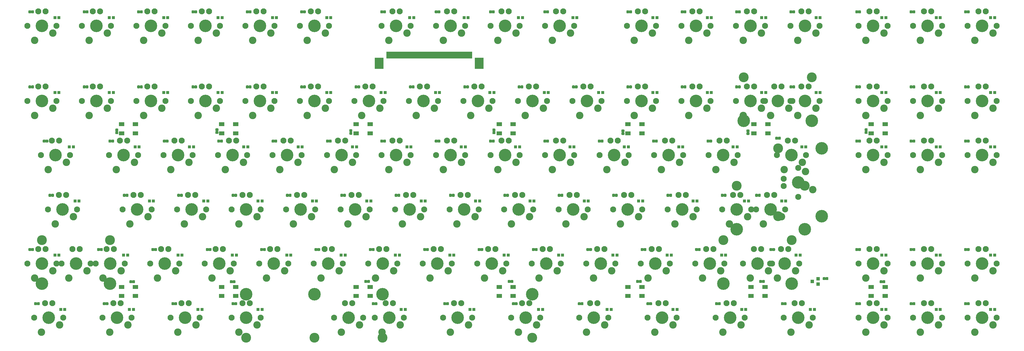
<source format=gbr>
G04 #@! TF.GenerationSoftware,KiCad,Pcbnew,5.1.5-52549c5~84~ubuntu16.04.1*
G04 #@! TF.CreationDate,2020-02-24T16:10:50+06:00*
G04 #@! TF.ProjectId,wasd-kbd80,77617364-2d6b-4626-9438-302e6b696361,rev?*
G04 #@! TF.SameCoordinates,Original*
G04 #@! TF.FileFunction,Soldermask,Bot*
G04 #@! TF.FilePolarity,Negative*
%FSLAX46Y46*%
G04 Gerber Fmt 4.6, Leading zero omitted, Abs format (unit mm)*
G04 Created by KiCad (PCBNEW 5.1.5-52549c5~84~ubuntu16.04.1) date 2020-02-24 16:10:50*
%MOMM*%
%LPD*%
G04 APERTURE LIST*
%ADD10C,2.600000*%
%ADD11C,4.400000*%
%ADD12C,2.100000*%
%ADD13R,1.000000X1.100000*%
%ADD14C,0.100000*%
%ADD15C,3.450000*%
%ADD16R,1.900000X1.400000*%
%ADD17R,1.300000X1.200000*%
%ADD18R,1.010000X2.400000*%
%ADD19R,3.080000X4.000000*%
G04 APERTURE END LIST*
D10*
X385800000Y-162300000D03*
X392150000Y-159760000D03*
D11*
X388340000Y-157220000D03*
D12*
X393420000Y-157220000D03*
X383260000Y-157220000D03*
X387070000Y-152140000D03*
X389610000Y-152140000D03*
D13*
X65700000Y-109000000D03*
X64300000Y-109000000D03*
D14*
G36*
X74786759Y-106481192D02*
G01*
X74810785Y-106484756D01*
X74834345Y-106490657D01*
X74857214Y-106498840D01*
X74879171Y-106509224D01*
X74900004Y-106521711D01*
X74919512Y-106536180D01*
X74937509Y-106552491D01*
X74953820Y-106570488D01*
X74968289Y-106589996D01*
X74980776Y-106610829D01*
X74991160Y-106632786D01*
X74999343Y-106655655D01*
X75005244Y-106679215D01*
X75008808Y-106703241D01*
X75010000Y-106727500D01*
X75010000Y-107272500D01*
X75008808Y-107296759D01*
X75005244Y-107320785D01*
X74999343Y-107344345D01*
X74991160Y-107367214D01*
X74980776Y-107389171D01*
X74968289Y-107410004D01*
X74953820Y-107429512D01*
X74937509Y-107447509D01*
X74919512Y-107463820D01*
X74900004Y-107478289D01*
X74879171Y-107490776D01*
X74857214Y-107501160D01*
X74834345Y-107509343D01*
X74810785Y-107515244D01*
X74786759Y-107518808D01*
X74762500Y-107520000D01*
X74267500Y-107520000D01*
X74243241Y-107518808D01*
X74219215Y-107515244D01*
X74195655Y-107509343D01*
X74172786Y-107501160D01*
X74150829Y-107490776D01*
X74129996Y-107478289D01*
X74110488Y-107463820D01*
X74092491Y-107447509D01*
X74076180Y-107429512D01*
X74061711Y-107410004D01*
X74049224Y-107389171D01*
X74038840Y-107367214D01*
X74030657Y-107344345D01*
X74024756Y-107320785D01*
X74021192Y-107296759D01*
X74020000Y-107272500D01*
X74020000Y-106727500D01*
X74021192Y-106703241D01*
X74024756Y-106679215D01*
X74030657Y-106655655D01*
X74038840Y-106632786D01*
X74049224Y-106610829D01*
X74061711Y-106589996D01*
X74076180Y-106570488D01*
X74092491Y-106552491D01*
X74110488Y-106536180D01*
X74129996Y-106521711D01*
X74150829Y-106509224D01*
X74172786Y-106498840D01*
X74195655Y-106490657D01*
X74219215Y-106484756D01*
X74243241Y-106481192D01*
X74267500Y-106480000D01*
X74762500Y-106480000D01*
X74786759Y-106481192D01*
G37*
G36*
X75756759Y-106481192D02*
G01*
X75780785Y-106484756D01*
X75804345Y-106490657D01*
X75827214Y-106498840D01*
X75849171Y-106509224D01*
X75870004Y-106521711D01*
X75889512Y-106536180D01*
X75907509Y-106552491D01*
X75923820Y-106570488D01*
X75938289Y-106589996D01*
X75950776Y-106610829D01*
X75961160Y-106632786D01*
X75969343Y-106655655D01*
X75975244Y-106679215D01*
X75978808Y-106703241D01*
X75980000Y-106727500D01*
X75980000Y-107272500D01*
X75978808Y-107296759D01*
X75975244Y-107320785D01*
X75969343Y-107344345D01*
X75961160Y-107367214D01*
X75950776Y-107389171D01*
X75938289Y-107410004D01*
X75923820Y-107429512D01*
X75907509Y-107447509D01*
X75889512Y-107463820D01*
X75870004Y-107478289D01*
X75849171Y-107490776D01*
X75827214Y-107501160D01*
X75804345Y-107509343D01*
X75780785Y-107515244D01*
X75756759Y-107518808D01*
X75732500Y-107520000D01*
X75237500Y-107520000D01*
X75213241Y-107518808D01*
X75189215Y-107515244D01*
X75165655Y-107509343D01*
X75142786Y-107501160D01*
X75120829Y-107490776D01*
X75099996Y-107478289D01*
X75080488Y-107463820D01*
X75062491Y-107447509D01*
X75046180Y-107429512D01*
X75031711Y-107410004D01*
X75019224Y-107389171D01*
X75008840Y-107367214D01*
X75000657Y-107344345D01*
X74994756Y-107320785D01*
X74991192Y-107296759D01*
X74990000Y-107272500D01*
X74990000Y-106727500D01*
X74991192Y-106703241D01*
X74994756Y-106679215D01*
X75000657Y-106655655D01*
X75008840Y-106632786D01*
X75019224Y-106610829D01*
X75031711Y-106589996D01*
X75046180Y-106570488D01*
X75062491Y-106552491D01*
X75080488Y-106536180D01*
X75099996Y-106521711D01*
X75120829Y-106509224D01*
X75142786Y-106498840D01*
X75165655Y-106490657D01*
X75189215Y-106484756D01*
X75213241Y-106481192D01*
X75237500Y-106480000D01*
X75732500Y-106480000D01*
X75756759Y-106481192D01*
G37*
G36*
X55786759Y-106481192D02*
G01*
X55810785Y-106484756D01*
X55834345Y-106490657D01*
X55857214Y-106498840D01*
X55879171Y-106509224D01*
X55900004Y-106521711D01*
X55919512Y-106536180D01*
X55937509Y-106552491D01*
X55953820Y-106570488D01*
X55968289Y-106589996D01*
X55980776Y-106610829D01*
X55991160Y-106632786D01*
X55999343Y-106655655D01*
X56005244Y-106679215D01*
X56008808Y-106703241D01*
X56010000Y-106727500D01*
X56010000Y-107272500D01*
X56008808Y-107296759D01*
X56005244Y-107320785D01*
X55999343Y-107344345D01*
X55991160Y-107367214D01*
X55980776Y-107389171D01*
X55968289Y-107410004D01*
X55953820Y-107429512D01*
X55937509Y-107447509D01*
X55919512Y-107463820D01*
X55900004Y-107478289D01*
X55879171Y-107490776D01*
X55857214Y-107501160D01*
X55834345Y-107509343D01*
X55810785Y-107515244D01*
X55786759Y-107518808D01*
X55762500Y-107520000D01*
X55267500Y-107520000D01*
X55243241Y-107518808D01*
X55219215Y-107515244D01*
X55195655Y-107509343D01*
X55172786Y-107501160D01*
X55150829Y-107490776D01*
X55129996Y-107478289D01*
X55110488Y-107463820D01*
X55092491Y-107447509D01*
X55076180Y-107429512D01*
X55061711Y-107410004D01*
X55049224Y-107389171D01*
X55038840Y-107367214D01*
X55030657Y-107344345D01*
X55024756Y-107320785D01*
X55021192Y-107296759D01*
X55020000Y-107272500D01*
X55020000Y-106727500D01*
X55021192Y-106703241D01*
X55024756Y-106679215D01*
X55030657Y-106655655D01*
X55038840Y-106632786D01*
X55049224Y-106610829D01*
X55061711Y-106589996D01*
X55076180Y-106570488D01*
X55092491Y-106552491D01*
X55110488Y-106536180D01*
X55129996Y-106521711D01*
X55150829Y-106509224D01*
X55172786Y-106498840D01*
X55195655Y-106490657D01*
X55219215Y-106484756D01*
X55243241Y-106481192D01*
X55267500Y-106480000D01*
X55762500Y-106480000D01*
X55786759Y-106481192D01*
G37*
G36*
X56756759Y-106481192D02*
G01*
X56780785Y-106484756D01*
X56804345Y-106490657D01*
X56827214Y-106498840D01*
X56849171Y-106509224D01*
X56870004Y-106521711D01*
X56889512Y-106536180D01*
X56907509Y-106552491D01*
X56923820Y-106570488D01*
X56938289Y-106589996D01*
X56950776Y-106610829D01*
X56961160Y-106632786D01*
X56969343Y-106655655D01*
X56975244Y-106679215D01*
X56978808Y-106703241D01*
X56980000Y-106727500D01*
X56980000Y-107272500D01*
X56978808Y-107296759D01*
X56975244Y-107320785D01*
X56969343Y-107344345D01*
X56961160Y-107367214D01*
X56950776Y-107389171D01*
X56938289Y-107410004D01*
X56923820Y-107429512D01*
X56907509Y-107447509D01*
X56889512Y-107463820D01*
X56870004Y-107478289D01*
X56849171Y-107490776D01*
X56827214Y-107501160D01*
X56804345Y-107509343D01*
X56780785Y-107515244D01*
X56756759Y-107518808D01*
X56732500Y-107520000D01*
X56237500Y-107520000D01*
X56213241Y-107518808D01*
X56189215Y-107515244D01*
X56165655Y-107509343D01*
X56142786Y-107501160D01*
X56120829Y-107490776D01*
X56099996Y-107478289D01*
X56080488Y-107463820D01*
X56062491Y-107447509D01*
X56046180Y-107429512D01*
X56031711Y-107410004D01*
X56019224Y-107389171D01*
X56008840Y-107367214D01*
X56000657Y-107344345D01*
X55994756Y-107320785D01*
X55991192Y-107296759D01*
X55990000Y-107272500D01*
X55990000Y-106727500D01*
X55991192Y-106703241D01*
X55994756Y-106679215D01*
X56000657Y-106655655D01*
X56008840Y-106632786D01*
X56019224Y-106610829D01*
X56031711Y-106589996D01*
X56046180Y-106570488D01*
X56062491Y-106552491D01*
X56080488Y-106536180D01*
X56099996Y-106521711D01*
X56120829Y-106509224D01*
X56142786Y-106498840D01*
X56165655Y-106490657D01*
X56189215Y-106484756D01*
X56213241Y-106481192D01*
X56237500Y-106480000D01*
X56732500Y-106480000D01*
X56756759Y-106481192D01*
G37*
G36*
X93786759Y-106481192D02*
G01*
X93810785Y-106484756D01*
X93834345Y-106490657D01*
X93857214Y-106498840D01*
X93879171Y-106509224D01*
X93900004Y-106521711D01*
X93919512Y-106536180D01*
X93937509Y-106552491D01*
X93953820Y-106570488D01*
X93968289Y-106589996D01*
X93980776Y-106610829D01*
X93991160Y-106632786D01*
X93999343Y-106655655D01*
X94005244Y-106679215D01*
X94008808Y-106703241D01*
X94010000Y-106727500D01*
X94010000Y-107272500D01*
X94008808Y-107296759D01*
X94005244Y-107320785D01*
X93999343Y-107344345D01*
X93991160Y-107367214D01*
X93980776Y-107389171D01*
X93968289Y-107410004D01*
X93953820Y-107429512D01*
X93937509Y-107447509D01*
X93919512Y-107463820D01*
X93900004Y-107478289D01*
X93879171Y-107490776D01*
X93857214Y-107501160D01*
X93834345Y-107509343D01*
X93810785Y-107515244D01*
X93786759Y-107518808D01*
X93762500Y-107520000D01*
X93267500Y-107520000D01*
X93243241Y-107518808D01*
X93219215Y-107515244D01*
X93195655Y-107509343D01*
X93172786Y-107501160D01*
X93150829Y-107490776D01*
X93129996Y-107478289D01*
X93110488Y-107463820D01*
X93092491Y-107447509D01*
X93076180Y-107429512D01*
X93061711Y-107410004D01*
X93049224Y-107389171D01*
X93038840Y-107367214D01*
X93030657Y-107344345D01*
X93024756Y-107320785D01*
X93021192Y-107296759D01*
X93020000Y-107272500D01*
X93020000Y-106727500D01*
X93021192Y-106703241D01*
X93024756Y-106679215D01*
X93030657Y-106655655D01*
X93038840Y-106632786D01*
X93049224Y-106610829D01*
X93061711Y-106589996D01*
X93076180Y-106570488D01*
X93092491Y-106552491D01*
X93110488Y-106536180D01*
X93129996Y-106521711D01*
X93150829Y-106509224D01*
X93172786Y-106498840D01*
X93195655Y-106490657D01*
X93219215Y-106484756D01*
X93243241Y-106481192D01*
X93267500Y-106480000D01*
X93762500Y-106480000D01*
X93786759Y-106481192D01*
G37*
G36*
X94756759Y-106481192D02*
G01*
X94780785Y-106484756D01*
X94804345Y-106490657D01*
X94827214Y-106498840D01*
X94849171Y-106509224D01*
X94870004Y-106521711D01*
X94889512Y-106536180D01*
X94907509Y-106552491D01*
X94923820Y-106570488D01*
X94938289Y-106589996D01*
X94950776Y-106610829D01*
X94961160Y-106632786D01*
X94969343Y-106655655D01*
X94975244Y-106679215D01*
X94978808Y-106703241D01*
X94980000Y-106727500D01*
X94980000Y-107272500D01*
X94978808Y-107296759D01*
X94975244Y-107320785D01*
X94969343Y-107344345D01*
X94961160Y-107367214D01*
X94950776Y-107389171D01*
X94938289Y-107410004D01*
X94923820Y-107429512D01*
X94907509Y-107447509D01*
X94889512Y-107463820D01*
X94870004Y-107478289D01*
X94849171Y-107490776D01*
X94827214Y-107501160D01*
X94804345Y-107509343D01*
X94780785Y-107515244D01*
X94756759Y-107518808D01*
X94732500Y-107520000D01*
X94237500Y-107520000D01*
X94213241Y-107518808D01*
X94189215Y-107515244D01*
X94165655Y-107509343D01*
X94142786Y-107501160D01*
X94120829Y-107490776D01*
X94099996Y-107478289D01*
X94080488Y-107463820D01*
X94062491Y-107447509D01*
X94046180Y-107429512D01*
X94031711Y-107410004D01*
X94019224Y-107389171D01*
X94008840Y-107367214D01*
X94000657Y-107344345D01*
X93994756Y-107320785D01*
X93991192Y-107296759D01*
X93990000Y-107272500D01*
X93990000Y-106727500D01*
X93991192Y-106703241D01*
X93994756Y-106679215D01*
X94000657Y-106655655D01*
X94008840Y-106632786D01*
X94019224Y-106610829D01*
X94031711Y-106589996D01*
X94046180Y-106570488D01*
X94062491Y-106552491D01*
X94080488Y-106536180D01*
X94099996Y-106521711D01*
X94120829Y-106509224D01*
X94142786Y-106498840D01*
X94165655Y-106490657D01*
X94189215Y-106484756D01*
X94213241Y-106481192D01*
X94237500Y-106480000D01*
X94732500Y-106480000D01*
X94756759Y-106481192D01*
G37*
G36*
X112786759Y-106481192D02*
G01*
X112810785Y-106484756D01*
X112834345Y-106490657D01*
X112857214Y-106498840D01*
X112879171Y-106509224D01*
X112900004Y-106521711D01*
X112919512Y-106536180D01*
X112937509Y-106552491D01*
X112953820Y-106570488D01*
X112968289Y-106589996D01*
X112980776Y-106610829D01*
X112991160Y-106632786D01*
X112999343Y-106655655D01*
X113005244Y-106679215D01*
X113008808Y-106703241D01*
X113010000Y-106727500D01*
X113010000Y-107272500D01*
X113008808Y-107296759D01*
X113005244Y-107320785D01*
X112999343Y-107344345D01*
X112991160Y-107367214D01*
X112980776Y-107389171D01*
X112968289Y-107410004D01*
X112953820Y-107429512D01*
X112937509Y-107447509D01*
X112919512Y-107463820D01*
X112900004Y-107478289D01*
X112879171Y-107490776D01*
X112857214Y-107501160D01*
X112834345Y-107509343D01*
X112810785Y-107515244D01*
X112786759Y-107518808D01*
X112762500Y-107520000D01*
X112267500Y-107520000D01*
X112243241Y-107518808D01*
X112219215Y-107515244D01*
X112195655Y-107509343D01*
X112172786Y-107501160D01*
X112150829Y-107490776D01*
X112129996Y-107478289D01*
X112110488Y-107463820D01*
X112092491Y-107447509D01*
X112076180Y-107429512D01*
X112061711Y-107410004D01*
X112049224Y-107389171D01*
X112038840Y-107367214D01*
X112030657Y-107344345D01*
X112024756Y-107320785D01*
X112021192Y-107296759D01*
X112020000Y-107272500D01*
X112020000Y-106727500D01*
X112021192Y-106703241D01*
X112024756Y-106679215D01*
X112030657Y-106655655D01*
X112038840Y-106632786D01*
X112049224Y-106610829D01*
X112061711Y-106589996D01*
X112076180Y-106570488D01*
X112092491Y-106552491D01*
X112110488Y-106536180D01*
X112129996Y-106521711D01*
X112150829Y-106509224D01*
X112172786Y-106498840D01*
X112195655Y-106490657D01*
X112219215Y-106484756D01*
X112243241Y-106481192D01*
X112267500Y-106480000D01*
X112762500Y-106480000D01*
X112786759Y-106481192D01*
G37*
G36*
X113756759Y-106481192D02*
G01*
X113780785Y-106484756D01*
X113804345Y-106490657D01*
X113827214Y-106498840D01*
X113849171Y-106509224D01*
X113870004Y-106521711D01*
X113889512Y-106536180D01*
X113907509Y-106552491D01*
X113923820Y-106570488D01*
X113938289Y-106589996D01*
X113950776Y-106610829D01*
X113961160Y-106632786D01*
X113969343Y-106655655D01*
X113975244Y-106679215D01*
X113978808Y-106703241D01*
X113980000Y-106727500D01*
X113980000Y-107272500D01*
X113978808Y-107296759D01*
X113975244Y-107320785D01*
X113969343Y-107344345D01*
X113961160Y-107367214D01*
X113950776Y-107389171D01*
X113938289Y-107410004D01*
X113923820Y-107429512D01*
X113907509Y-107447509D01*
X113889512Y-107463820D01*
X113870004Y-107478289D01*
X113849171Y-107490776D01*
X113827214Y-107501160D01*
X113804345Y-107509343D01*
X113780785Y-107515244D01*
X113756759Y-107518808D01*
X113732500Y-107520000D01*
X113237500Y-107520000D01*
X113213241Y-107518808D01*
X113189215Y-107515244D01*
X113165655Y-107509343D01*
X113142786Y-107501160D01*
X113120829Y-107490776D01*
X113099996Y-107478289D01*
X113080488Y-107463820D01*
X113062491Y-107447509D01*
X113046180Y-107429512D01*
X113031711Y-107410004D01*
X113019224Y-107389171D01*
X113008840Y-107367214D01*
X113000657Y-107344345D01*
X112994756Y-107320785D01*
X112991192Y-107296759D01*
X112990000Y-107272500D01*
X112990000Y-106727500D01*
X112991192Y-106703241D01*
X112994756Y-106679215D01*
X113000657Y-106655655D01*
X113008840Y-106632786D01*
X113019224Y-106610829D01*
X113031711Y-106589996D01*
X113046180Y-106570488D01*
X113062491Y-106552491D01*
X113080488Y-106536180D01*
X113099996Y-106521711D01*
X113120829Y-106509224D01*
X113142786Y-106498840D01*
X113165655Y-106490657D01*
X113189215Y-106484756D01*
X113213241Y-106481192D01*
X113237500Y-106480000D01*
X113732500Y-106480000D01*
X113756759Y-106481192D01*
G37*
G36*
X131786759Y-106481192D02*
G01*
X131810785Y-106484756D01*
X131834345Y-106490657D01*
X131857214Y-106498840D01*
X131879171Y-106509224D01*
X131900004Y-106521711D01*
X131919512Y-106536180D01*
X131937509Y-106552491D01*
X131953820Y-106570488D01*
X131968289Y-106589996D01*
X131980776Y-106610829D01*
X131991160Y-106632786D01*
X131999343Y-106655655D01*
X132005244Y-106679215D01*
X132008808Y-106703241D01*
X132010000Y-106727500D01*
X132010000Y-107272500D01*
X132008808Y-107296759D01*
X132005244Y-107320785D01*
X131999343Y-107344345D01*
X131991160Y-107367214D01*
X131980776Y-107389171D01*
X131968289Y-107410004D01*
X131953820Y-107429512D01*
X131937509Y-107447509D01*
X131919512Y-107463820D01*
X131900004Y-107478289D01*
X131879171Y-107490776D01*
X131857214Y-107501160D01*
X131834345Y-107509343D01*
X131810785Y-107515244D01*
X131786759Y-107518808D01*
X131762500Y-107520000D01*
X131267500Y-107520000D01*
X131243241Y-107518808D01*
X131219215Y-107515244D01*
X131195655Y-107509343D01*
X131172786Y-107501160D01*
X131150829Y-107490776D01*
X131129996Y-107478289D01*
X131110488Y-107463820D01*
X131092491Y-107447509D01*
X131076180Y-107429512D01*
X131061711Y-107410004D01*
X131049224Y-107389171D01*
X131038840Y-107367214D01*
X131030657Y-107344345D01*
X131024756Y-107320785D01*
X131021192Y-107296759D01*
X131020000Y-107272500D01*
X131020000Y-106727500D01*
X131021192Y-106703241D01*
X131024756Y-106679215D01*
X131030657Y-106655655D01*
X131038840Y-106632786D01*
X131049224Y-106610829D01*
X131061711Y-106589996D01*
X131076180Y-106570488D01*
X131092491Y-106552491D01*
X131110488Y-106536180D01*
X131129996Y-106521711D01*
X131150829Y-106509224D01*
X131172786Y-106498840D01*
X131195655Y-106490657D01*
X131219215Y-106484756D01*
X131243241Y-106481192D01*
X131267500Y-106480000D01*
X131762500Y-106480000D01*
X131786759Y-106481192D01*
G37*
G36*
X132756759Y-106481192D02*
G01*
X132780785Y-106484756D01*
X132804345Y-106490657D01*
X132827214Y-106498840D01*
X132849171Y-106509224D01*
X132870004Y-106521711D01*
X132889512Y-106536180D01*
X132907509Y-106552491D01*
X132923820Y-106570488D01*
X132938289Y-106589996D01*
X132950776Y-106610829D01*
X132961160Y-106632786D01*
X132969343Y-106655655D01*
X132975244Y-106679215D01*
X132978808Y-106703241D01*
X132980000Y-106727500D01*
X132980000Y-107272500D01*
X132978808Y-107296759D01*
X132975244Y-107320785D01*
X132969343Y-107344345D01*
X132961160Y-107367214D01*
X132950776Y-107389171D01*
X132938289Y-107410004D01*
X132923820Y-107429512D01*
X132907509Y-107447509D01*
X132889512Y-107463820D01*
X132870004Y-107478289D01*
X132849171Y-107490776D01*
X132827214Y-107501160D01*
X132804345Y-107509343D01*
X132780785Y-107515244D01*
X132756759Y-107518808D01*
X132732500Y-107520000D01*
X132237500Y-107520000D01*
X132213241Y-107518808D01*
X132189215Y-107515244D01*
X132165655Y-107509343D01*
X132142786Y-107501160D01*
X132120829Y-107490776D01*
X132099996Y-107478289D01*
X132080488Y-107463820D01*
X132062491Y-107447509D01*
X132046180Y-107429512D01*
X132031711Y-107410004D01*
X132019224Y-107389171D01*
X132008840Y-107367214D01*
X132000657Y-107344345D01*
X131994756Y-107320785D01*
X131991192Y-107296759D01*
X131990000Y-107272500D01*
X131990000Y-106727500D01*
X131991192Y-106703241D01*
X131994756Y-106679215D01*
X132000657Y-106655655D01*
X132008840Y-106632786D01*
X132019224Y-106610829D01*
X132031711Y-106589996D01*
X132046180Y-106570488D01*
X132062491Y-106552491D01*
X132080488Y-106536180D01*
X132099996Y-106521711D01*
X132120829Y-106509224D01*
X132142786Y-106498840D01*
X132165655Y-106490657D01*
X132189215Y-106484756D01*
X132213241Y-106481192D01*
X132237500Y-106480000D01*
X132732500Y-106480000D01*
X132756759Y-106481192D01*
G37*
G36*
X150786759Y-106481192D02*
G01*
X150810785Y-106484756D01*
X150834345Y-106490657D01*
X150857214Y-106498840D01*
X150879171Y-106509224D01*
X150900004Y-106521711D01*
X150919512Y-106536180D01*
X150937509Y-106552491D01*
X150953820Y-106570488D01*
X150968289Y-106589996D01*
X150980776Y-106610829D01*
X150991160Y-106632786D01*
X150999343Y-106655655D01*
X151005244Y-106679215D01*
X151008808Y-106703241D01*
X151010000Y-106727500D01*
X151010000Y-107272500D01*
X151008808Y-107296759D01*
X151005244Y-107320785D01*
X150999343Y-107344345D01*
X150991160Y-107367214D01*
X150980776Y-107389171D01*
X150968289Y-107410004D01*
X150953820Y-107429512D01*
X150937509Y-107447509D01*
X150919512Y-107463820D01*
X150900004Y-107478289D01*
X150879171Y-107490776D01*
X150857214Y-107501160D01*
X150834345Y-107509343D01*
X150810785Y-107515244D01*
X150786759Y-107518808D01*
X150762500Y-107520000D01*
X150267500Y-107520000D01*
X150243241Y-107518808D01*
X150219215Y-107515244D01*
X150195655Y-107509343D01*
X150172786Y-107501160D01*
X150150829Y-107490776D01*
X150129996Y-107478289D01*
X150110488Y-107463820D01*
X150092491Y-107447509D01*
X150076180Y-107429512D01*
X150061711Y-107410004D01*
X150049224Y-107389171D01*
X150038840Y-107367214D01*
X150030657Y-107344345D01*
X150024756Y-107320785D01*
X150021192Y-107296759D01*
X150020000Y-107272500D01*
X150020000Y-106727500D01*
X150021192Y-106703241D01*
X150024756Y-106679215D01*
X150030657Y-106655655D01*
X150038840Y-106632786D01*
X150049224Y-106610829D01*
X150061711Y-106589996D01*
X150076180Y-106570488D01*
X150092491Y-106552491D01*
X150110488Y-106536180D01*
X150129996Y-106521711D01*
X150150829Y-106509224D01*
X150172786Y-106498840D01*
X150195655Y-106490657D01*
X150219215Y-106484756D01*
X150243241Y-106481192D01*
X150267500Y-106480000D01*
X150762500Y-106480000D01*
X150786759Y-106481192D01*
G37*
G36*
X151756759Y-106481192D02*
G01*
X151780785Y-106484756D01*
X151804345Y-106490657D01*
X151827214Y-106498840D01*
X151849171Y-106509224D01*
X151870004Y-106521711D01*
X151889512Y-106536180D01*
X151907509Y-106552491D01*
X151923820Y-106570488D01*
X151938289Y-106589996D01*
X151950776Y-106610829D01*
X151961160Y-106632786D01*
X151969343Y-106655655D01*
X151975244Y-106679215D01*
X151978808Y-106703241D01*
X151980000Y-106727500D01*
X151980000Y-107272500D01*
X151978808Y-107296759D01*
X151975244Y-107320785D01*
X151969343Y-107344345D01*
X151961160Y-107367214D01*
X151950776Y-107389171D01*
X151938289Y-107410004D01*
X151923820Y-107429512D01*
X151907509Y-107447509D01*
X151889512Y-107463820D01*
X151870004Y-107478289D01*
X151849171Y-107490776D01*
X151827214Y-107501160D01*
X151804345Y-107509343D01*
X151780785Y-107515244D01*
X151756759Y-107518808D01*
X151732500Y-107520000D01*
X151237500Y-107520000D01*
X151213241Y-107518808D01*
X151189215Y-107515244D01*
X151165655Y-107509343D01*
X151142786Y-107501160D01*
X151120829Y-107490776D01*
X151099996Y-107478289D01*
X151080488Y-107463820D01*
X151062491Y-107447509D01*
X151046180Y-107429512D01*
X151031711Y-107410004D01*
X151019224Y-107389171D01*
X151008840Y-107367214D01*
X151000657Y-107344345D01*
X150994756Y-107320785D01*
X150991192Y-107296759D01*
X150990000Y-107272500D01*
X150990000Y-106727500D01*
X150991192Y-106703241D01*
X150994756Y-106679215D01*
X151000657Y-106655655D01*
X151008840Y-106632786D01*
X151019224Y-106610829D01*
X151031711Y-106589996D01*
X151046180Y-106570488D01*
X151062491Y-106552491D01*
X151080488Y-106536180D01*
X151099996Y-106521711D01*
X151120829Y-106509224D01*
X151142786Y-106498840D01*
X151165655Y-106490657D01*
X151189215Y-106484756D01*
X151213241Y-106481192D01*
X151237500Y-106480000D01*
X151732500Y-106480000D01*
X151756759Y-106481192D01*
G37*
G36*
X178786759Y-106481192D02*
G01*
X178810785Y-106484756D01*
X178834345Y-106490657D01*
X178857214Y-106498840D01*
X178879171Y-106509224D01*
X178900004Y-106521711D01*
X178919512Y-106536180D01*
X178937509Y-106552491D01*
X178953820Y-106570488D01*
X178968289Y-106589996D01*
X178980776Y-106610829D01*
X178991160Y-106632786D01*
X178999343Y-106655655D01*
X179005244Y-106679215D01*
X179008808Y-106703241D01*
X179010000Y-106727500D01*
X179010000Y-107272500D01*
X179008808Y-107296759D01*
X179005244Y-107320785D01*
X178999343Y-107344345D01*
X178991160Y-107367214D01*
X178980776Y-107389171D01*
X178968289Y-107410004D01*
X178953820Y-107429512D01*
X178937509Y-107447509D01*
X178919512Y-107463820D01*
X178900004Y-107478289D01*
X178879171Y-107490776D01*
X178857214Y-107501160D01*
X178834345Y-107509343D01*
X178810785Y-107515244D01*
X178786759Y-107518808D01*
X178762500Y-107520000D01*
X178267500Y-107520000D01*
X178243241Y-107518808D01*
X178219215Y-107515244D01*
X178195655Y-107509343D01*
X178172786Y-107501160D01*
X178150829Y-107490776D01*
X178129996Y-107478289D01*
X178110488Y-107463820D01*
X178092491Y-107447509D01*
X178076180Y-107429512D01*
X178061711Y-107410004D01*
X178049224Y-107389171D01*
X178038840Y-107367214D01*
X178030657Y-107344345D01*
X178024756Y-107320785D01*
X178021192Y-107296759D01*
X178020000Y-107272500D01*
X178020000Y-106727500D01*
X178021192Y-106703241D01*
X178024756Y-106679215D01*
X178030657Y-106655655D01*
X178038840Y-106632786D01*
X178049224Y-106610829D01*
X178061711Y-106589996D01*
X178076180Y-106570488D01*
X178092491Y-106552491D01*
X178110488Y-106536180D01*
X178129996Y-106521711D01*
X178150829Y-106509224D01*
X178172786Y-106498840D01*
X178195655Y-106490657D01*
X178219215Y-106484756D01*
X178243241Y-106481192D01*
X178267500Y-106480000D01*
X178762500Y-106480000D01*
X178786759Y-106481192D01*
G37*
G36*
X179756759Y-106481192D02*
G01*
X179780785Y-106484756D01*
X179804345Y-106490657D01*
X179827214Y-106498840D01*
X179849171Y-106509224D01*
X179870004Y-106521711D01*
X179889512Y-106536180D01*
X179907509Y-106552491D01*
X179923820Y-106570488D01*
X179938289Y-106589996D01*
X179950776Y-106610829D01*
X179961160Y-106632786D01*
X179969343Y-106655655D01*
X179975244Y-106679215D01*
X179978808Y-106703241D01*
X179980000Y-106727500D01*
X179980000Y-107272500D01*
X179978808Y-107296759D01*
X179975244Y-107320785D01*
X179969343Y-107344345D01*
X179961160Y-107367214D01*
X179950776Y-107389171D01*
X179938289Y-107410004D01*
X179923820Y-107429512D01*
X179907509Y-107447509D01*
X179889512Y-107463820D01*
X179870004Y-107478289D01*
X179849171Y-107490776D01*
X179827214Y-107501160D01*
X179804345Y-107509343D01*
X179780785Y-107515244D01*
X179756759Y-107518808D01*
X179732500Y-107520000D01*
X179237500Y-107520000D01*
X179213241Y-107518808D01*
X179189215Y-107515244D01*
X179165655Y-107509343D01*
X179142786Y-107501160D01*
X179120829Y-107490776D01*
X179099996Y-107478289D01*
X179080488Y-107463820D01*
X179062491Y-107447509D01*
X179046180Y-107429512D01*
X179031711Y-107410004D01*
X179019224Y-107389171D01*
X179008840Y-107367214D01*
X179000657Y-107344345D01*
X178994756Y-107320785D01*
X178991192Y-107296759D01*
X178990000Y-107272500D01*
X178990000Y-106727500D01*
X178991192Y-106703241D01*
X178994756Y-106679215D01*
X179000657Y-106655655D01*
X179008840Y-106632786D01*
X179019224Y-106610829D01*
X179031711Y-106589996D01*
X179046180Y-106570488D01*
X179062491Y-106552491D01*
X179080488Y-106536180D01*
X179099996Y-106521711D01*
X179120829Y-106509224D01*
X179142786Y-106498840D01*
X179165655Y-106490657D01*
X179189215Y-106484756D01*
X179213241Y-106481192D01*
X179237500Y-106480000D01*
X179732500Y-106480000D01*
X179756759Y-106481192D01*
G37*
G36*
X197786759Y-106481192D02*
G01*
X197810785Y-106484756D01*
X197834345Y-106490657D01*
X197857214Y-106498840D01*
X197879171Y-106509224D01*
X197900004Y-106521711D01*
X197919512Y-106536180D01*
X197937509Y-106552491D01*
X197953820Y-106570488D01*
X197968289Y-106589996D01*
X197980776Y-106610829D01*
X197991160Y-106632786D01*
X197999343Y-106655655D01*
X198005244Y-106679215D01*
X198008808Y-106703241D01*
X198010000Y-106727500D01*
X198010000Y-107272500D01*
X198008808Y-107296759D01*
X198005244Y-107320785D01*
X197999343Y-107344345D01*
X197991160Y-107367214D01*
X197980776Y-107389171D01*
X197968289Y-107410004D01*
X197953820Y-107429512D01*
X197937509Y-107447509D01*
X197919512Y-107463820D01*
X197900004Y-107478289D01*
X197879171Y-107490776D01*
X197857214Y-107501160D01*
X197834345Y-107509343D01*
X197810785Y-107515244D01*
X197786759Y-107518808D01*
X197762500Y-107520000D01*
X197267500Y-107520000D01*
X197243241Y-107518808D01*
X197219215Y-107515244D01*
X197195655Y-107509343D01*
X197172786Y-107501160D01*
X197150829Y-107490776D01*
X197129996Y-107478289D01*
X197110488Y-107463820D01*
X197092491Y-107447509D01*
X197076180Y-107429512D01*
X197061711Y-107410004D01*
X197049224Y-107389171D01*
X197038840Y-107367214D01*
X197030657Y-107344345D01*
X197024756Y-107320785D01*
X197021192Y-107296759D01*
X197020000Y-107272500D01*
X197020000Y-106727500D01*
X197021192Y-106703241D01*
X197024756Y-106679215D01*
X197030657Y-106655655D01*
X197038840Y-106632786D01*
X197049224Y-106610829D01*
X197061711Y-106589996D01*
X197076180Y-106570488D01*
X197092491Y-106552491D01*
X197110488Y-106536180D01*
X197129996Y-106521711D01*
X197150829Y-106509224D01*
X197172786Y-106498840D01*
X197195655Y-106490657D01*
X197219215Y-106484756D01*
X197243241Y-106481192D01*
X197267500Y-106480000D01*
X197762500Y-106480000D01*
X197786759Y-106481192D01*
G37*
G36*
X198756759Y-106481192D02*
G01*
X198780785Y-106484756D01*
X198804345Y-106490657D01*
X198827214Y-106498840D01*
X198849171Y-106509224D01*
X198870004Y-106521711D01*
X198889512Y-106536180D01*
X198907509Y-106552491D01*
X198923820Y-106570488D01*
X198938289Y-106589996D01*
X198950776Y-106610829D01*
X198961160Y-106632786D01*
X198969343Y-106655655D01*
X198975244Y-106679215D01*
X198978808Y-106703241D01*
X198980000Y-106727500D01*
X198980000Y-107272500D01*
X198978808Y-107296759D01*
X198975244Y-107320785D01*
X198969343Y-107344345D01*
X198961160Y-107367214D01*
X198950776Y-107389171D01*
X198938289Y-107410004D01*
X198923820Y-107429512D01*
X198907509Y-107447509D01*
X198889512Y-107463820D01*
X198870004Y-107478289D01*
X198849171Y-107490776D01*
X198827214Y-107501160D01*
X198804345Y-107509343D01*
X198780785Y-107515244D01*
X198756759Y-107518808D01*
X198732500Y-107520000D01*
X198237500Y-107520000D01*
X198213241Y-107518808D01*
X198189215Y-107515244D01*
X198165655Y-107509343D01*
X198142786Y-107501160D01*
X198120829Y-107490776D01*
X198099996Y-107478289D01*
X198080488Y-107463820D01*
X198062491Y-107447509D01*
X198046180Y-107429512D01*
X198031711Y-107410004D01*
X198019224Y-107389171D01*
X198008840Y-107367214D01*
X198000657Y-107344345D01*
X197994756Y-107320785D01*
X197991192Y-107296759D01*
X197990000Y-107272500D01*
X197990000Y-106727500D01*
X197991192Y-106703241D01*
X197994756Y-106679215D01*
X198000657Y-106655655D01*
X198008840Y-106632786D01*
X198019224Y-106610829D01*
X198031711Y-106589996D01*
X198046180Y-106570488D01*
X198062491Y-106552491D01*
X198080488Y-106536180D01*
X198099996Y-106521711D01*
X198120829Y-106509224D01*
X198142786Y-106498840D01*
X198165655Y-106490657D01*
X198189215Y-106484756D01*
X198213241Y-106481192D01*
X198237500Y-106480000D01*
X198732500Y-106480000D01*
X198756759Y-106481192D01*
G37*
G36*
X216786759Y-106481192D02*
G01*
X216810785Y-106484756D01*
X216834345Y-106490657D01*
X216857214Y-106498840D01*
X216879171Y-106509224D01*
X216900004Y-106521711D01*
X216919512Y-106536180D01*
X216937509Y-106552491D01*
X216953820Y-106570488D01*
X216968289Y-106589996D01*
X216980776Y-106610829D01*
X216991160Y-106632786D01*
X216999343Y-106655655D01*
X217005244Y-106679215D01*
X217008808Y-106703241D01*
X217010000Y-106727500D01*
X217010000Y-107272500D01*
X217008808Y-107296759D01*
X217005244Y-107320785D01*
X216999343Y-107344345D01*
X216991160Y-107367214D01*
X216980776Y-107389171D01*
X216968289Y-107410004D01*
X216953820Y-107429512D01*
X216937509Y-107447509D01*
X216919512Y-107463820D01*
X216900004Y-107478289D01*
X216879171Y-107490776D01*
X216857214Y-107501160D01*
X216834345Y-107509343D01*
X216810785Y-107515244D01*
X216786759Y-107518808D01*
X216762500Y-107520000D01*
X216267500Y-107520000D01*
X216243241Y-107518808D01*
X216219215Y-107515244D01*
X216195655Y-107509343D01*
X216172786Y-107501160D01*
X216150829Y-107490776D01*
X216129996Y-107478289D01*
X216110488Y-107463820D01*
X216092491Y-107447509D01*
X216076180Y-107429512D01*
X216061711Y-107410004D01*
X216049224Y-107389171D01*
X216038840Y-107367214D01*
X216030657Y-107344345D01*
X216024756Y-107320785D01*
X216021192Y-107296759D01*
X216020000Y-107272500D01*
X216020000Y-106727500D01*
X216021192Y-106703241D01*
X216024756Y-106679215D01*
X216030657Y-106655655D01*
X216038840Y-106632786D01*
X216049224Y-106610829D01*
X216061711Y-106589996D01*
X216076180Y-106570488D01*
X216092491Y-106552491D01*
X216110488Y-106536180D01*
X216129996Y-106521711D01*
X216150829Y-106509224D01*
X216172786Y-106498840D01*
X216195655Y-106490657D01*
X216219215Y-106484756D01*
X216243241Y-106481192D01*
X216267500Y-106480000D01*
X216762500Y-106480000D01*
X216786759Y-106481192D01*
G37*
G36*
X217756759Y-106481192D02*
G01*
X217780785Y-106484756D01*
X217804345Y-106490657D01*
X217827214Y-106498840D01*
X217849171Y-106509224D01*
X217870004Y-106521711D01*
X217889512Y-106536180D01*
X217907509Y-106552491D01*
X217923820Y-106570488D01*
X217938289Y-106589996D01*
X217950776Y-106610829D01*
X217961160Y-106632786D01*
X217969343Y-106655655D01*
X217975244Y-106679215D01*
X217978808Y-106703241D01*
X217980000Y-106727500D01*
X217980000Y-107272500D01*
X217978808Y-107296759D01*
X217975244Y-107320785D01*
X217969343Y-107344345D01*
X217961160Y-107367214D01*
X217950776Y-107389171D01*
X217938289Y-107410004D01*
X217923820Y-107429512D01*
X217907509Y-107447509D01*
X217889512Y-107463820D01*
X217870004Y-107478289D01*
X217849171Y-107490776D01*
X217827214Y-107501160D01*
X217804345Y-107509343D01*
X217780785Y-107515244D01*
X217756759Y-107518808D01*
X217732500Y-107520000D01*
X217237500Y-107520000D01*
X217213241Y-107518808D01*
X217189215Y-107515244D01*
X217165655Y-107509343D01*
X217142786Y-107501160D01*
X217120829Y-107490776D01*
X217099996Y-107478289D01*
X217080488Y-107463820D01*
X217062491Y-107447509D01*
X217046180Y-107429512D01*
X217031711Y-107410004D01*
X217019224Y-107389171D01*
X217008840Y-107367214D01*
X217000657Y-107344345D01*
X216994756Y-107320785D01*
X216991192Y-107296759D01*
X216990000Y-107272500D01*
X216990000Y-106727500D01*
X216991192Y-106703241D01*
X216994756Y-106679215D01*
X217000657Y-106655655D01*
X217008840Y-106632786D01*
X217019224Y-106610829D01*
X217031711Y-106589996D01*
X217046180Y-106570488D01*
X217062491Y-106552491D01*
X217080488Y-106536180D01*
X217099996Y-106521711D01*
X217120829Y-106509224D01*
X217142786Y-106498840D01*
X217165655Y-106490657D01*
X217189215Y-106484756D01*
X217213241Y-106481192D01*
X217237500Y-106480000D01*
X217732500Y-106480000D01*
X217756759Y-106481192D01*
G37*
G36*
X236756759Y-106481192D02*
G01*
X236780785Y-106484756D01*
X236804345Y-106490657D01*
X236827214Y-106498840D01*
X236849171Y-106509224D01*
X236870004Y-106521711D01*
X236889512Y-106536180D01*
X236907509Y-106552491D01*
X236923820Y-106570488D01*
X236938289Y-106589996D01*
X236950776Y-106610829D01*
X236961160Y-106632786D01*
X236969343Y-106655655D01*
X236975244Y-106679215D01*
X236978808Y-106703241D01*
X236980000Y-106727500D01*
X236980000Y-107272500D01*
X236978808Y-107296759D01*
X236975244Y-107320785D01*
X236969343Y-107344345D01*
X236961160Y-107367214D01*
X236950776Y-107389171D01*
X236938289Y-107410004D01*
X236923820Y-107429512D01*
X236907509Y-107447509D01*
X236889512Y-107463820D01*
X236870004Y-107478289D01*
X236849171Y-107490776D01*
X236827214Y-107501160D01*
X236804345Y-107509343D01*
X236780785Y-107515244D01*
X236756759Y-107518808D01*
X236732500Y-107520000D01*
X236237500Y-107520000D01*
X236213241Y-107518808D01*
X236189215Y-107515244D01*
X236165655Y-107509343D01*
X236142786Y-107501160D01*
X236120829Y-107490776D01*
X236099996Y-107478289D01*
X236080488Y-107463820D01*
X236062491Y-107447509D01*
X236046180Y-107429512D01*
X236031711Y-107410004D01*
X236019224Y-107389171D01*
X236008840Y-107367214D01*
X236000657Y-107344345D01*
X235994756Y-107320785D01*
X235991192Y-107296759D01*
X235990000Y-107272500D01*
X235990000Y-106727500D01*
X235991192Y-106703241D01*
X235994756Y-106679215D01*
X236000657Y-106655655D01*
X236008840Y-106632786D01*
X236019224Y-106610829D01*
X236031711Y-106589996D01*
X236046180Y-106570488D01*
X236062491Y-106552491D01*
X236080488Y-106536180D01*
X236099996Y-106521711D01*
X236120829Y-106509224D01*
X236142786Y-106498840D01*
X236165655Y-106490657D01*
X236189215Y-106484756D01*
X236213241Y-106481192D01*
X236237500Y-106480000D01*
X236732500Y-106480000D01*
X236756759Y-106481192D01*
G37*
G36*
X235786759Y-106481192D02*
G01*
X235810785Y-106484756D01*
X235834345Y-106490657D01*
X235857214Y-106498840D01*
X235879171Y-106509224D01*
X235900004Y-106521711D01*
X235919512Y-106536180D01*
X235937509Y-106552491D01*
X235953820Y-106570488D01*
X235968289Y-106589996D01*
X235980776Y-106610829D01*
X235991160Y-106632786D01*
X235999343Y-106655655D01*
X236005244Y-106679215D01*
X236008808Y-106703241D01*
X236010000Y-106727500D01*
X236010000Y-107272500D01*
X236008808Y-107296759D01*
X236005244Y-107320785D01*
X235999343Y-107344345D01*
X235991160Y-107367214D01*
X235980776Y-107389171D01*
X235968289Y-107410004D01*
X235953820Y-107429512D01*
X235937509Y-107447509D01*
X235919512Y-107463820D01*
X235900004Y-107478289D01*
X235879171Y-107490776D01*
X235857214Y-107501160D01*
X235834345Y-107509343D01*
X235810785Y-107515244D01*
X235786759Y-107518808D01*
X235762500Y-107520000D01*
X235267500Y-107520000D01*
X235243241Y-107518808D01*
X235219215Y-107515244D01*
X235195655Y-107509343D01*
X235172786Y-107501160D01*
X235150829Y-107490776D01*
X235129996Y-107478289D01*
X235110488Y-107463820D01*
X235092491Y-107447509D01*
X235076180Y-107429512D01*
X235061711Y-107410004D01*
X235049224Y-107389171D01*
X235038840Y-107367214D01*
X235030657Y-107344345D01*
X235024756Y-107320785D01*
X235021192Y-107296759D01*
X235020000Y-107272500D01*
X235020000Y-106727500D01*
X235021192Y-106703241D01*
X235024756Y-106679215D01*
X235030657Y-106655655D01*
X235038840Y-106632786D01*
X235049224Y-106610829D01*
X235061711Y-106589996D01*
X235076180Y-106570488D01*
X235092491Y-106552491D01*
X235110488Y-106536180D01*
X235129996Y-106521711D01*
X235150829Y-106509224D01*
X235172786Y-106498840D01*
X235195655Y-106490657D01*
X235219215Y-106484756D01*
X235243241Y-106481192D01*
X235267500Y-106480000D01*
X235762500Y-106480000D01*
X235786759Y-106481192D01*
G37*
G36*
X265756759Y-106481192D02*
G01*
X265780785Y-106484756D01*
X265804345Y-106490657D01*
X265827214Y-106498840D01*
X265849171Y-106509224D01*
X265870004Y-106521711D01*
X265889512Y-106536180D01*
X265907509Y-106552491D01*
X265923820Y-106570488D01*
X265938289Y-106589996D01*
X265950776Y-106610829D01*
X265961160Y-106632786D01*
X265969343Y-106655655D01*
X265975244Y-106679215D01*
X265978808Y-106703241D01*
X265980000Y-106727500D01*
X265980000Y-107272500D01*
X265978808Y-107296759D01*
X265975244Y-107320785D01*
X265969343Y-107344345D01*
X265961160Y-107367214D01*
X265950776Y-107389171D01*
X265938289Y-107410004D01*
X265923820Y-107429512D01*
X265907509Y-107447509D01*
X265889512Y-107463820D01*
X265870004Y-107478289D01*
X265849171Y-107490776D01*
X265827214Y-107501160D01*
X265804345Y-107509343D01*
X265780785Y-107515244D01*
X265756759Y-107518808D01*
X265732500Y-107520000D01*
X265237500Y-107520000D01*
X265213241Y-107518808D01*
X265189215Y-107515244D01*
X265165655Y-107509343D01*
X265142786Y-107501160D01*
X265120829Y-107490776D01*
X265099996Y-107478289D01*
X265080488Y-107463820D01*
X265062491Y-107447509D01*
X265046180Y-107429512D01*
X265031711Y-107410004D01*
X265019224Y-107389171D01*
X265008840Y-107367214D01*
X265000657Y-107344345D01*
X264994756Y-107320785D01*
X264991192Y-107296759D01*
X264990000Y-107272500D01*
X264990000Y-106727500D01*
X264991192Y-106703241D01*
X264994756Y-106679215D01*
X265000657Y-106655655D01*
X265008840Y-106632786D01*
X265019224Y-106610829D01*
X265031711Y-106589996D01*
X265046180Y-106570488D01*
X265062491Y-106552491D01*
X265080488Y-106536180D01*
X265099996Y-106521711D01*
X265120829Y-106509224D01*
X265142786Y-106498840D01*
X265165655Y-106490657D01*
X265189215Y-106484756D01*
X265213241Y-106481192D01*
X265237500Y-106480000D01*
X265732500Y-106480000D01*
X265756759Y-106481192D01*
G37*
G36*
X264786759Y-106481192D02*
G01*
X264810785Y-106484756D01*
X264834345Y-106490657D01*
X264857214Y-106498840D01*
X264879171Y-106509224D01*
X264900004Y-106521711D01*
X264919512Y-106536180D01*
X264937509Y-106552491D01*
X264953820Y-106570488D01*
X264968289Y-106589996D01*
X264980776Y-106610829D01*
X264991160Y-106632786D01*
X264999343Y-106655655D01*
X265005244Y-106679215D01*
X265008808Y-106703241D01*
X265010000Y-106727500D01*
X265010000Y-107272500D01*
X265008808Y-107296759D01*
X265005244Y-107320785D01*
X264999343Y-107344345D01*
X264991160Y-107367214D01*
X264980776Y-107389171D01*
X264968289Y-107410004D01*
X264953820Y-107429512D01*
X264937509Y-107447509D01*
X264919512Y-107463820D01*
X264900004Y-107478289D01*
X264879171Y-107490776D01*
X264857214Y-107501160D01*
X264834345Y-107509343D01*
X264810785Y-107515244D01*
X264786759Y-107518808D01*
X264762500Y-107520000D01*
X264267500Y-107520000D01*
X264243241Y-107518808D01*
X264219215Y-107515244D01*
X264195655Y-107509343D01*
X264172786Y-107501160D01*
X264150829Y-107490776D01*
X264129996Y-107478289D01*
X264110488Y-107463820D01*
X264092491Y-107447509D01*
X264076180Y-107429512D01*
X264061711Y-107410004D01*
X264049224Y-107389171D01*
X264038840Y-107367214D01*
X264030657Y-107344345D01*
X264024756Y-107320785D01*
X264021192Y-107296759D01*
X264020000Y-107272500D01*
X264020000Y-106727500D01*
X264021192Y-106703241D01*
X264024756Y-106679215D01*
X264030657Y-106655655D01*
X264038840Y-106632786D01*
X264049224Y-106610829D01*
X264061711Y-106589996D01*
X264076180Y-106570488D01*
X264092491Y-106552491D01*
X264110488Y-106536180D01*
X264129996Y-106521711D01*
X264150829Y-106509224D01*
X264172786Y-106498840D01*
X264195655Y-106490657D01*
X264219215Y-106484756D01*
X264243241Y-106481192D01*
X264267500Y-106480000D01*
X264762500Y-106480000D01*
X264786759Y-106481192D01*
G37*
G36*
X284756759Y-106481192D02*
G01*
X284780785Y-106484756D01*
X284804345Y-106490657D01*
X284827214Y-106498840D01*
X284849171Y-106509224D01*
X284870004Y-106521711D01*
X284889512Y-106536180D01*
X284907509Y-106552491D01*
X284923820Y-106570488D01*
X284938289Y-106589996D01*
X284950776Y-106610829D01*
X284961160Y-106632786D01*
X284969343Y-106655655D01*
X284975244Y-106679215D01*
X284978808Y-106703241D01*
X284980000Y-106727500D01*
X284980000Y-107272500D01*
X284978808Y-107296759D01*
X284975244Y-107320785D01*
X284969343Y-107344345D01*
X284961160Y-107367214D01*
X284950776Y-107389171D01*
X284938289Y-107410004D01*
X284923820Y-107429512D01*
X284907509Y-107447509D01*
X284889512Y-107463820D01*
X284870004Y-107478289D01*
X284849171Y-107490776D01*
X284827214Y-107501160D01*
X284804345Y-107509343D01*
X284780785Y-107515244D01*
X284756759Y-107518808D01*
X284732500Y-107520000D01*
X284237500Y-107520000D01*
X284213241Y-107518808D01*
X284189215Y-107515244D01*
X284165655Y-107509343D01*
X284142786Y-107501160D01*
X284120829Y-107490776D01*
X284099996Y-107478289D01*
X284080488Y-107463820D01*
X284062491Y-107447509D01*
X284046180Y-107429512D01*
X284031711Y-107410004D01*
X284019224Y-107389171D01*
X284008840Y-107367214D01*
X284000657Y-107344345D01*
X283994756Y-107320785D01*
X283991192Y-107296759D01*
X283990000Y-107272500D01*
X283990000Y-106727500D01*
X283991192Y-106703241D01*
X283994756Y-106679215D01*
X284000657Y-106655655D01*
X284008840Y-106632786D01*
X284019224Y-106610829D01*
X284031711Y-106589996D01*
X284046180Y-106570488D01*
X284062491Y-106552491D01*
X284080488Y-106536180D01*
X284099996Y-106521711D01*
X284120829Y-106509224D01*
X284142786Y-106498840D01*
X284165655Y-106490657D01*
X284189215Y-106484756D01*
X284213241Y-106481192D01*
X284237500Y-106480000D01*
X284732500Y-106480000D01*
X284756759Y-106481192D01*
G37*
G36*
X283786759Y-106481192D02*
G01*
X283810785Y-106484756D01*
X283834345Y-106490657D01*
X283857214Y-106498840D01*
X283879171Y-106509224D01*
X283900004Y-106521711D01*
X283919512Y-106536180D01*
X283937509Y-106552491D01*
X283953820Y-106570488D01*
X283968289Y-106589996D01*
X283980776Y-106610829D01*
X283991160Y-106632786D01*
X283999343Y-106655655D01*
X284005244Y-106679215D01*
X284008808Y-106703241D01*
X284010000Y-106727500D01*
X284010000Y-107272500D01*
X284008808Y-107296759D01*
X284005244Y-107320785D01*
X283999343Y-107344345D01*
X283991160Y-107367214D01*
X283980776Y-107389171D01*
X283968289Y-107410004D01*
X283953820Y-107429512D01*
X283937509Y-107447509D01*
X283919512Y-107463820D01*
X283900004Y-107478289D01*
X283879171Y-107490776D01*
X283857214Y-107501160D01*
X283834345Y-107509343D01*
X283810785Y-107515244D01*
X283786759Y-107518808D01*
X283762500Y-107520000D01*
X283267500Y-107520000D01*
X283243241Y-107518808D01*
X283219215Y-107515244D01*
X283195655Y-107509343D01*
X283172786Y-107501160D01*
X283150829Y-107490776D01*
X283129996Y-107478289D01*
X283110488Y-107463820D01*
X283092491Y-107447509D01*
X283076180Y-107429512D01*
X283061711Y-107410004D01*
X283049224Y-107389171D01*
X283038840Y-107367214D01*
X283030657Y-107344345D01*
X283024756Y-107320785D01*
X283021192Y-107296759D01*
X283020000Y-107272500D01*
X283020000Y-106727500D01*
X283021192Y-106703241D01*
X283024756Y-106679215D01*
X283030657Y-106655655D01*
X283038840Y-106632786D01*
X283049224Y-106610829D01*
X283061711Y-106589996D01*
X283076180Y-106570488D01*
X283092491Y-106552491D01*
X283110488Y-106536180D01*
X283129996Y-106521711D01*
X283150829Y-106509224D01*
X283172786Y-106498840D01*
X283195655Y-106490657D01*
X283219215Y-106484756D01*
X283243241Y-106481192D01*
X283267500Y-106480000D01*
X283762500Y-106480000D01*
X283786759Y-106481192D01*
G37*
G36*
X303756759Y-106481192D02*
G01*
X303780785Y-106484756D01*
X303804345Y-106490657D01*
X303827214Y-106498840D01*
X303849171Y-106509224D01*
X303870004Y-106521711D01*
X303889512Y-106536180D01*
X303907509Y-106552491D01*
X303923820Y-106570488D01*
X303938289Y-106589996D01*
X303950776Y-106610829D01*
X303961160Y-106632786D01*
X303969343Y-106655655D01*
X303975244Y-106679215D01*
X303978808Y-106703241D01*
X303980000Y-106727500D01*
X303980000Y-107272500D01*
X303978808Y-107296759D01*
X303975244Y-107320785D01*
X303969343Y-107344345D01*
X303961160Y-107367214D01*
X303950776Y-107389171D01*
X303938289Y-107410004D01*
X303923820Y-107429512D01*
X303907509Y-107447509D01*
X303889512Y-107463820D01*
X303870004Y-107478289D01*
X303849171Y-107490776D01*
X303827214Y-107501160D01*
X303804345Y-107509343D01*
X303780785Y-107515244D01*
X303756759Y-107518808D01*
X303732500Y-107520000D01*
X303237500Y-107520000D01*
X303213241Y-107518808D01*
X303189215Y-107515244D01*
X303165655Y-107509343D01*
X303142786Y-107501160D01*
X303120829Y-107490776D01*
X303099996Y-107478289D01*
X303080488Y-107463820D01*
X303062491Y-107447509D01*
X303046180Y-107429512D01*
X303031711Y-107410004D01*
X303019224Y-107389171D01*
X303008840Y-107367214D01*
X303000657Y-107344345D01*
X302994756Y-107320785D01*
X302991192Y-107296759D01*
X302990000Y-107272500D01*
X302990000Y-106727500D01*
X302991192Y-106703241D01*
X302994756Y-106679215D01*
X303000657Y-106655655D01*
X303008840Y-106632786D01*
X303019224Y-106610829D01*
X303031711Y-106589996D01*
X303046180Y-106570488D01*
X303062491Y-106552491D01*
X303080488Y-106536180D01*
X303099996Y-106521711D01*
X303120829Y-106509224D01*
X303142786Y-106498840D01*
X303165655Y-106490657D01*
X303189215Y-106484756D01*
X303213241Y-106481192D01*
X303237500Y-106480000D01*
X303732500Y-106480000D01*
X303756759Y-106481192D01*
G37*
G36*
X302786759Y-106481192D02*
G01*
X302810785Y-106484756D01*
X302834345Y-106490657D01*
X302857214Y-106498840D01*
X302879171Y-106509224D01*
X302900004Y-106521711D01*
X302919512Y-106536180D01*
X302937509Y-106552491D01*
X302953820Y-106570488D01*
X302968289Y-106589996D01*
X302980776Y-106610829D01*
X302991160Y-106632786D01*
X302999343Y-106655655D01*
X303005244Y-106679215D01*
X303008808Y-106703241D01*
X303010000Y-106727500D01*
X303010000Y-107272500D01*
X303008808Y-107296759D01*
X303005244Y-107320785D01*
X302999343Y-107344345D01*
X302991160Y-107367214D01*
X302980776Y-107389171D01*
X302968289Y-107410004D01*
X302953820Y-107429512D01*
X302937509Y-107447509D01*
X302919512Y-107463820D01*
X302900004Y-107478289D01*
X302879171Y-107490776D01*
X302857214Y-107501160D01*
X302834345Y-107509343D01*
X302810785Y-107515244D01*
X302786759Y-107518808D01*
X302762500Y-107520000D01*
X302267500Y-107520000D01*
X302243241Y-107518808D01*
X302219215Y-107515244D01*
X302195655Y-107509343D01*
X302172786Y-107501160D01*
X302150829Y-107490776D01*
X302129996Y-107478289D01*
X302110488Y-107463820D01*
X302092491Y-107447509D01*
X302076180Y-107429512D01*
X302061711Y-107410004D01*
X302049224Y-107389171D01*
X302038840Y-107367214D01*
X302030657Y-107344345D01*
X302024756Y-107320785D01*
X302021192Y-107296759D01*
X302020000Y-107272500D01*
X302020000Y-106727500D01*
X302021192Y-106703241D01*
X302024756Y-106679215D01*
X302030657Y-106655655D01*
X302038840Y-106632786D01*
X302049224Y-106610829D01*
X302061711Y-106589996D01*
X302076180Y-106570488D01*
X302092491Y-106552491D01*
X302110488Y-106536180D01*
X302129996Y-106521711D01*
X302150829Y-106509224D01*
X302172786Y-106498840D01*
X302195655Y-106490657D01*
X302219215Y-106484756D01*
X302243241Y-106481192D01*
X302267500Y-106480000D01*
X302762500Y-106480000D01*
X302786759Y-106481192D01*
G37*
G36*
X322756759Y-106481192D02*
G01*
X322780785Y-106484756D01*
X322804345Y-106490657D01*
X322827214Y-106498840D01*
X322849171Y-106509224D01*
X322870004Y-106521711D01*
X322889512Y-106536180D01*
X322907509Y-106552491D01*
X322923820Y-106570488D01*
X322938289Y-106589996D01*
X322950776Y-106610829D01*
X322961160Y-106632786D01*
X322969343Y-106655655D01*
X322975244Y-106679215D01*
X322978808Y-106703241D01*
X322980000Y-106727500D01*
X322980000Y-107272500D01*
X322978808Y-107296759D01*
X322975244Y-107320785D01*
X322969343Y-107344345D01*
X322961160Y-107367214D01*
X322950776Y-107389171D01*
X322938289Y-107410004D01*
X322923820Y-107429512D01*
X322907509Y-107447509D01*
X322889512Y-107463820D01*
X322870004Y-107478289D01*
X322849171Y-107490776D01*
X322827214Y-107501160D01*
X322804345Y-107509343D01*
X322780785Y-107515244D01*
X322756759Y-107518808D01*
X322732500Y-107520000D01*
X322237500Y-107520000D01*
X322213241Y-107518808D01*
X322189215Y-107515244D01*
X322165655Y-107509343D01*
X322142786Y-107501160D01*
X322120829Y-107490776D01*
X322099996Y-107478289D01*
X322080488Y-107463820D01*
X322062491Y-107447509D01*
X322046180Y-107429512D01*
X322031711Y-107410004D01*
X322019224Y-107389171D01*
X322008840Y-107367214D01*
X322000657Y-107344345D01*
X321994756Y-107320785D01*
X321991192Y-107296759D01*
X321990000Y-107272500D01*
X321990000Y-106727500D01*
X321991192Y-106703241D01*
X321994756Y-106679215D01*
X322000657Y-106655655D01*
X322008840Y-106632786D01*
X322019224Y-106610829D01*
X322031711Y-106589996D01*
X322046180Y-106570488D01*
X322062491Y-106552491D01*
X322080488Y-106536180D01*
X322099996Y-106521711D01*
X322120829Y-106509224D01*
X322142786Y-106498840D01*
X322165655Y-106490657D01*
X322189215Y-106484756D01*
X322213241Y-106481192D01*
X322237500Y-106480000D01*
X322732500Y-106480000D01*
X322756759Y-106481192D01*
G37*
G36*
X321786759Y-106481192D02*
G01*
X321810785Y-106484756D01*
X321834345Y-106490657D01*
X321857214Y-106498840D01*
X321879171Y-106509224D01*
X321900004Y-106521711D01*
X321919512Y-106536180D01*
X321937509Y-106552491D01*
X321953820Y-106570488D01*
X321968289Y-106589996D01*
X321980776Y-106610829D01*
X321991160Y-106632786D01*
X321999343Y-106655655D01*
X322005244Y-106679215D01*
X322008808Y-106703241D01*
X322010000Y-106727500D01*
X322010000Y-107272500D01*
X322008808Y-107296759D01*
X322005244Y-107320785D01*
X321999343Y-107344345D01*
X321991160Y-107367214D01*
X321980776Y-107389171D01*
X321968289Y-107410004D01*
X321953820Y-107429512D01*
X321937509Y-107447509D01*
X321919512Y-107463820D01*
X321900004Y-107478289D01*
X321879171Y-107490776D01*
X321857214Y-107501160D01*
X321834345Y-107509343D01*
X321810785Y-107515244D01*
X321786759Y-107518808D01*
X321762500Y-107520000D01*
X321267500Y-107520000D01*
X321243241Y-107518808D01*
X321219215Y-107515244D01*
X321195655Y-107509343D01*
X321172786Y-107501160D01*
X321150829Y-107490776D01*
X321129996Y-107478289D01*
X321110488Y-107463820D01*
X321092491Y-107447509D01*
X321076180Y-107429512D01*
X321061711Y-107410004D01*
X321049224Y-107389171D01*
X321038840Y-107367214D01*
X321030657Y-107344345D01*
X321024756Y-107320785D01*
X321021192Y-107296759D01*
X321020000Y-107272500D01*
X321020000Y-106727500D01*
X321021192Y-106703241D01*
X321024756Y-106679215D01*
X321030657Y-106655655D01*
X321038840Y-106632786D01*
X321049224Y-106610829D01*
X321061711Y-106589996D01*
X321076180Y-106570488D01*
X321092491Y-106552491D01*
X321110488Y-106536180D01*
X321129996Y-106521711D01*
X321150829Y-106509224D01*
X321172786Y-106498840D01*
X321195655Y-106490657D01*
X321219215Y-106484756D01*
X321243241Y-106481192D01*
X321267500Y-106480000D01*
X321762500Y-106480000D01*
X321786759Y-106481192D01*
G37*
G36*
X345756759Y-106481192D02*
G01*
X345780785Y-106484756D01*
X345804345Y-106490657D01*
X345827214Y-106498840D01*
X345849171Y-106509224D01*
X345870004Y-106521711D01*
X345889512Y-106536180D01*
X345907509Y-106552491D01*
X345923820Y-106570488D01*
X345938289Y-106589996D01*
X345950776Y-106610829D01*
X345961160Y-106632786D01*
X345969343Y-106655655D01*
X345975244Y-106679215D01*
X345978808Y-106703241D01*
X345980000Y-106727500D01*
X345980000Y-107272500D01*
X345978808Y-107296759D01*
X345975244Y-107320785D01*
X345969343Y-107344345D01*
X345961160Y-107367214D01*
X345950776Y-107389171D01*
X345938289Y-107410004D01*
X345923820Y-107429512D01*
X345907509Y-107447509D01*
X345889512Y-107463820D01*
X345870004Y-107478289D01*
X345849171Y-107490776D01*
X345827214Y-107501160D01*
X345804345Y-107509343D01*
X345780785Y-107515244D01*
X345756759Y-107518808D01*
X345732500Y-107520000D01*
X345237500Y-107520000D01*
X345213241Y-107518808D01*
X345189215Y-107515244D01*
X345165655Y-107509343D01*
X345142786Y-107501160D01*
X345120829Y-107490776D01*
X345099996Y-107478289D01*
X345080488Y-107463820D01*
X345062491Y-107447509D01*
X345046180Y-107429512D01*
X345031711Y-107410004D01*
X345019224Y-107389171D01*
X345008840Y-107367214D01*
X345000657Y-107344345D01*
X344994756Y-107320785D01*
X344991192Y-107296759D01*
X344990000Y-107272500D01*
X344990000Y-106727500D01*
X344991192Y-106703241D01*
X344994756Y-106679215D01*
X345000657Y-106655655D01*
X345008840Y-106632786D01*
X345019224Y-106610829D01*
X345031711Y-106589996D01*
X345046180Y-106570488D01*
X345062491Y-106552491D01*
X345080488Y-106536180D01*
X345099996Y-106521711D01*
X345120829Y-106509224D01*
X345142786Y-106498840D01*
X345165655Y-106490657D01*
X345189215Y-106484756D01*
X345213241Y-106481192D01*
X345237500Y-106480000D01*
X345732500Y-106480000D01*
X345756759Y-106481192D01*
G37*
G36*
X344786759Y-106481192D02*
G01*
X344810785Y-106484756D01*
X344834345Y-106490657D01*
X344857214Y-106498840D01*
X344879171Y-106509224D01*
X344900004Y-106521711D01*
X344919512Y-106536180D01*
X344937509Y-106552491D01*
X344953820Y-106570488D01*
X344968289Y-106589996D01*
X344980776Y-106610829D01*
X344991160Y-106632786D01*
X344999343Y-106655655D01*
X345005244Y-106679215D01*
X345008808Y-106703241D01*
X345010000Y-106727500D01*
X345010000Y-107272500D01*
X345008808Y-107296759D01*
X345005244Y-107320785D01*
X344999343Y-107344345D01*
X344991160Y-107367214D01*
X344980776Y-107389171D01*
X344968289Y-107410004D01*
X344953820Y-107429512D01*
X344937509Y-107447509D01*
X344919512Y-107463820D01*
X344900004Y-107478289D01*
X344879171Y-107490776D01*
X344857214Y-107501160D01*
X344834345Y-107509343D01*
X344810785Y-107515244D01*
X344786759Y-107518808D01*
X344762500Y-107520000D01*
X344267500Y-107520000D01*
X344243241Y-107518808D01*
X344219215Y-107515244D01*
X344195655Y-107509343D01*
X344172786Y-107501160D01*
X344150829Y-107490776D01*
X344129996Y-107478289D01*
X344110488Y-107463820D01*
X344092491Y-107447509D01*
X344076180Y-107429512D01*
X344061711Y-107410004D01*
X344049224Y-107389171D01*
X344038840Y-107367214D01*
X344030657Y-107344345D01*
X344024756Y-107320785D01*
X344021192Y-107296759D01*
X344020000Y-107272500D01*
X344020000Y-106727500D01*
X344021192Y-106703241D01*
X344024756Y-106679215D01*
X344030657Y-106655655D01*
X344038840Y-106632786D01*
X344049224Y-106610829D01*
X344061711Y-106589996D01*
X344076180Y-106570488D01*
X344092491Y-106552491D01*
X344110488Y-106536180D01*
X344129996Y-106521711D01*
X344150829Y-106509224D01*
X344172786Y-106498840D01*
X344195655Y-106490657D01*
X344219215Y-106484756D01*
X344243241Y-106481192D01*
X344267500Y-106480000D01*
X344762500Y-106480000D01*
X344786759Y-106481192D01*
G37*
G36*
X363786759Y-106481192D02*
G01*
X363810785Y-106484756D01*
X363834345Y-106490657D01*
X363857214Y-106498840D01*
X363879171Y-106509224D01*
X363900004Y-106521711D01*
X363919512Y-106536180D01*
X363937509Y-106552491D01*
X363953820Y-106570488D01*
X363968289Y-106589996D01*
X363980776Y-106610829D01*
X363991160Y-106632786D01*
X363999343Y-106655655D01*
X364005244Y-106679215D01*
X364008808Y-106703241D01*
X364010000Y-106727500D01*
X364010000Y-107272500D01*
X364008808Y-107296759D01*
X364005244Y-107320785D01*
X363999343Y-107344345D01*
X363991160Y-107367214D01*
X363980776Y-107389171D01*
X363968289Y-107410004D01*
X363953820Y-107429512D01*
X363937509Y-107447509D01*
X363919512Y-107463820D01*
X363900004Y-107478289D01*
X363879171Y-107490776D01*
X363857214Y-107501160D01*
X363834345Y-107509343D01*
X363810785Y-107515244D01*
X363786759Y-107518808D01*
X363762500Y-107520000D01*
X363267500Y-107520000D01*
X363243241Y-107518808D01*
X363219215Y-107515244D01*
X363195655Y-107509343D01*
X363172786Y-107501160D01*
X363150829Y-107490776D01*
X363129996Y-107478289D01*
X363110488Y-107463820D01*
X363092491Y-107447509D01*
X363076180Y-107429512D01*
X363061711Y-107410004D01*
X363049224Y-107389171D01*
X363038840Y-107367214D01*
X363030657Y-107344345D01*
X363024756Y-107320785D01*
X363021192Y-107296759D01*
X363020000Y-107272500D01*
X363020000Y-106727500D01*
X363021192Y-106703241D01*
X363024756Y-106679215D01*
X363030657Y-106655655D01*
X363038840Y-106632786D01*
X363049224Y-106610829D01*
X363061711Y-106589996D01*
X363076180Y-106570488D01*
X363092491Y-106552491D01*
X363110488Y-106536180D01*
X363129996Y-106521711D01*
X363150829Y-106509224D01*
X363172786Y-106498840D01*
X363195655Y-106490657D01*
X363219215Y-106484756D01*
X363243241Y-106481192D01*
X363267500Y-106480000D01*
X363762500Y-106480000D01*
X363786759Y-106481192D01*
G37*
G36*
X364756759Y-106481192D02*
G01*
X364780785Y-106484756D01*
X364804345Y-106490657D01*
X364827214Y-106498840D01*
X364849171Y-106509224D01*
X364870004Y-106521711D01*
X364889512Y-106536180D01*
X364907509Y-106552491D01*
X364923820Y-106570488D01*
X364938289Y-106589996D01*
X364950776Y-106610829D01*
X364961160Y-106632786D01*
X364969343Y-106655655D01*
X364975244Y-106679215D01*
X364978808Y-106703241D01*
X364980000Y-106727500D01*
X364980000Y-107272500D01*
X364978808Y-107296759D01*
X364975244Y-107320785D01*
X364969343Y-107344345D01*
X364961160Y-107367214D01*
X364950776Y-107389171D01*
X364938289Y-107410004D01*
X364923820Y-107429512D01*
X364907509Y-107447509D01*
X364889512Y-107463820D01*
X364870004Y-107478289D01*
X364849171Y-107490776D01*
X364827214Y-107501160D01*
X364804345Y-107509343D01*
X364780785Y-107515244D01*
X364756759Y-107518808D01*
X364732500Y-107520000D01*
X364237500Y-107520000D01*
X364213241Y-107518808D01*
X364189215Y-107515244D01*
X364165655Y-107509343D01*
X364142786Y-107501160D01*
X364120829Y-107490776D01*
X364099996Y-107478289D01*
X364080488Y-107463820D01*
X364062491Y-107447509D01*
X364046180Y-107429512D01*
X364031711Y-107410004D01*
X364019224Y-107389171D01*
X364008840Y-107367214D01*
X364000657Y-107344345D01*
X363994756Y-107320785D01*
X363991192Y-107296759D01*
X363990000Y-107272500D01*
X363990000Y-106727500D01*
X363991192Y-106703241D01*
X363994756Y-106679215D01*
X364000657Y-106655655D01*
X364008840Y-106632786D01*
X364019224Y-106610829D01*
X364031711Y-106589996D01*
X364046180Y-106570488D01*
X364062491Y-106552491D01*
X364080488Y-106536180D01*
X364099996Y-106521711D01*
X364120829Y-106509224D01*
X364142786Y-106498840D01*
X364165655Y-106490657D01*
X364189215Y-106484756D01*
X364213241Y-106481192D01*
X364237500Y-106480000D01*
X364732500Y-106480000D01*
X364756759Y-106481192D01*
G37*
G36*
X382786759Y-106481192D02*
G01*
X382810785Y-106484756D01*
X382834345Y-106490657D01*
X382857214Y-106498840D01*
X382879171Y-106509224D01*
X382900004Y-106521711D01*
X382919512Y-106536180D01*
X382937509Y-106552491D01*
X382953820Y-106570488D01*
X382968289Y-106589996D01*
X382980776Y-106610829D01*
X382991160Y-106632786D01*
X382999343Y-106655655D01*
X383005244Y-106679215D01*
X383008808Y-106703241D01*
X383010000Y-106727500D01*
X383010000Y-107272500D01*
X383008808Y-107296759D01*
X383005244Y-107320785D01*
X382999343Y-107344345D01*
X382991160Y-107367214D01*
X382980776Y-107389171D01*
X382968289Y-107410004D01*
X382953820Y-107429512D01*
X382937509Y-107447509D01*
X382919512Y-107463820D01*
X382900004Y-107478289D01*
X382879171Y-107490776D01*
X382857214Y-107501160D01*
X382834345Y-107509343D01*
X382810785Y-107515244D01*
X382786759Y-107518808D01*
X382762500Y-107520000D01*
X382267500Y-107520000D01*
X382243241Y-107518808D01*
X382219215Y-107515244D01*
X382195655Y-107509343D01*
X382172786Y-107501160D01*
X382150829Y-107490776D01*
X382129996Y-107478289D01*
X382110488Y-107463820D01*
X382092491Y-107447509D01*
X382076180Y-107429512D01*
X382061711Y-107410004D01*
X382049224Y-107389171D01*
X382038840Y-107367214D01*
X382030657Y-107344345D01*
X382024756Y-107320785D01*
X382021192Y-107296759D01*
X382020000Y-107272500D01*
X382020000Y-106727500D01*
X382021192Y-106703241D01*
X382024756Y-106679215D01*
X382030657Y-106655655D01*
X382038840Y-106632786D01*
X382049224Y-106610829D01*
X382061711Y-106589996D01*
X382076180Y-106570488D01*
X382092491Y-106552491D01*
X382110488Y-106536180D01*
X382129996Y-106521711D01*
X382150829Y-106509224D01*
X382172786Y-106498840D01*
X382195655Y-106490657D01*
X382219215Y-106484756D01*
X382243241Y-106481192D01*
X382267500Y-106480000D01*
X382762500Y-106480000D01*
X382786759Y-106481192D01*
G37*
G36*
X383756759Y-106481192D02*
G01*
X383780785Y-106484756D01*
X383804345Y-106490657D01*
X383827214Y-106498840D01*
X383849171Y-106509224D01*
X383870004Y-106521711D01*
X383889512Y-106536180D01*
X383907509Y-106552491D01*
X383923820Y-106570488D01*
X383938289Y-106589996D01*
X383950776Y-106610829D01*
X383961160Y-106632786D01*
X383969343Y-106655655D01*
X383975244Y-106679215D01*
X383978808Y-106703241D01*
X383980000Y-106727500D01*
X383980000Y-107272500D01*
X383978808Y-107296759D01*
X383975244Y-107320785D01*
X383969343Y-107344345D01*
X383961160Y-107367214D01*
X383950776Y-107389171D01*
X383938289Y-107410004D01*
X383923820Y-107429512D01*
X383907509Y-107447509D01*
X383889512Y-107463820D01*
X383870004Y-107478289D01*
X383849171Y-107490776D01*
X383827214Y-107501160D01*
X383804345Y-107509343D01*
X383780785Y-107515244D01*
X383756759Y-107518808D01*
X383732500Y-107520000D01*
X383237500Y-107520000D01*
X383213241Y-107518808D01*
X383189215Y-107515244D01*
X383165655Y-107509343D01*
X383142786Y-107501160D01*
X383120829Y-107490776D01*
X383099996Y-107478289D01*
X383080488Y-107463820D01*
X383062491Y-107447509D01*
X383046180Y-107429512D01*
X383031711Y-107410004D01*
X383019224Y-107389171D01*
X383008840Y-107367214D01*
X383000657Y-107344345D01*
X382994756Y-107320785D01*
X382991192Y-107296759D01*
X382990000Y-107272500D01*
X382990000Y-106727500D01*
X382991192Y-106703241D01*
X382994756Y-106679215D01*
X383000657Y-106655655D01*
X383008840Y-106632786D01*
X383019224Y-106610829D01*
X383031711Y-106589996D01*
X383046180Y-106570488D01*
X383062491Y-106552491D01*
X383080488Y-106536180D01*
X383099996Y-106521711D01*
X383120829Y-106509224D01*
X383142786Y-106498840D01*
X383165655Y-106490657D01*
X383189215Y-106484756D01*
X383213241Y-106481192D01*
X383237500Y-106480000D01*
X383732500Y-106480000D01*
X383756759Y-106481192D01*
G37*
G36*
X56756759Y-132781192D02*
G01*
X56780785Y-132784756D01*
X56804345Y-132790657D01*
X56827214Y-132798840D01*
X56849171Y-132809224D01*
X56870004Y-132821711D01*
X56889512Y-132836180D01*
X56907509Y-132852491D01*
X56923820Y-132870488D01*
X56938289Y-132889996D01*
X56950776Y-132910829D01*
X56961160Y-132932786D01*
X56969343Y-132955655D01*
X56975244Y-132979215D01*
X56978808Y-133003241D01*
X56980000Y-133027500D01*
X56980000Y-133572500D01*
X56978808Y-133596759D01*
X56975244Y-133620785D01*
X56969343Y-133644345D01*
X56961160Y-133667214D01*
X56950776Y-133689171D01*
X56938289Y-133710004D01*
X56923820Y-133729512D01*
X56907509Y-133747509D01*
X56889512Y-133763820D01*
X56870004Y-133778289D01*
X56849171Y-133790776D01*
X56827214Y-133801160D01*
X56804345Y-133809343D01*
X56780785Y-133815244D01*
X56756759Y-133818808D01*
X56732500Y-133820000D01*
X56237500Y-133820000D01*
X56213241Y-133818808D01*
X56189215Y-133815244D01*
X56165655Y-133809343D01*
X56142786Y-133801160D01*
X56120829Y-133790776D01*
X56099996Y-133778289D01*
X56080488Y-133763820D01*
X56062491Y-133747509D01*
X56046180Y-133729512D01*
X56031711Y-133710004D01*
X56019224Y-133689171D01*
X56008840Y-133667214D01*
X56000657Y-133644345D01*
X55994756Y-133620785D01*
X55991192Y-133596759D01*
X55990000Y-133572500D01*
X55990000Y-133027500D01*
X55991192Y-133003241D01*
X55994756Y-132979215D01*
X56000657Y-132955655D01*
X56008840Y-132932786D01*
X56019224Y-132910829D01*
X56031711Y-132889996D01*
X56046180Y-132870488D01*
X56062491Y-132852491D01*
X56080488Y-132836180D01*
X56099996Y-132821711D01*
X56120829Y-132809224D01*
X56142786Y-132798840D01*
X56165655Y-132790657D01*
X56189215Y-132784756D01*
X56213241Y-132781192D01*
X56237500Y-132780000D01*
X56732500Y-132780000D01*
X56756759Y-132781192D01*
G37*
G36*
X55786759Y-132781192D02*
G01*
X55810785Y-132784756D01*
X55834345Y-132790657D01*
X55857214Y-132798840D01*
X55879171Y-132809224D01*
X55900004Y-132821711D01*
X55919512Y-132836180D01*
X55937509Y-132852491D01*
X55953820Y-132870488D01*
X55968289Y-132889996D01*
X55980776Y-132910829D01*
X55991160Y-132932786D01*
X55999343Y-132955655D01*
X56005244Y-132979215D01*
X56008808Y-133003241D01*
X56010000Y-133027500D01*
X56010000Y-133572500D01*
X56008808Y-133596759D01*
X56005244Y-133620785D01*
X55999343Y-133644345D01*
X55991160Y-133667214D01*
X55980776Y-133689171D01*
X55968289Y-133710004D01*
X55953820Y-133729512D01*
X55937509Y-133747509D01*
X55919512Y-133763820D01*
X55900004Y-133778289D01*
X55879171Y-133790776D01*
X55857214Y-133801160D01*
X55834345Y-133809343D01*
X55810785Y-133815244D01*
X55786759Y-133818808D01*
X55762500Y-133820000D01*
X55267500Y-133820000D01*
X55243241Y-133818808D01*
X55219215Y-133815244D01*
X55195655Y-133809343D01*
X55172786Y-133801160D01*
X55150829Y-133790776D01*
X55129996Y-133778289D01*
X55110488Y-133763820D01*
X55092491Y-133747509D01*
X55076180Y-133729512D01*
X55061711Y-133710004D01*
X55049224Y-133689171D01*
X55038840Y-133667214D01*
X55030657Y-133644345D01*
X55024756Y-133620785D01*
X55021192Y-133596759D01*
X55020000Y-133572500D01*
X55020000Y-133027500D01*
X55021192Y-133003241D01*
X55024756Y-132979215D01*
X55030657Y-132955655D01*
X55038840Y-132932786D01*
X55049224Y-132910829D01*
X55061711Y-132889996D01*
X55076180Y-132870488D01*
X55092491Y-132852491D01*
X55110488Y-132836180D01*
X55129996Y-132821711D01*
X55150829Y-132809224D01*
X55172786Y-132798840D01*
X55195655Y-132790657D01*
X55219215Y-132784756D01*
X55243241Y-132781192D01*
X55267500Y-132780000D01*
X55762500Y-132780000D01*
X55786759Y-132781192D01*
G37*
G36*
X74786759Y-132781192D02*
G01*
X74810785Y-132784756D01*
X74834345Y-132790657D01*
X74857214Y-132798840D01*
X74879171Y-132809224D01*
X74900004Y-132821711D01*
X74919512Y-132836180D01*
X74937509Y-132852491D01*
X74953820Y-132870488D01*
X74968289Y-132889996D01*
X74980776Y-132910829D01*
X74991160Y-132932786D01*
X74999343Y-132955655D01*
X75005244Y-132979215D01*
X75008808Y-133003241D01*
X75010000Y-133027500D01*
X75010000Y-133572500D01*
X75008808Y-133596759D01*
X75005244Y-133620785D01*
X74999343Y-133644345D01*
X74991160Y-133667214D01*
X74980776Y-133689171D01*
X74968289Y-133710004D01*
X74953820Y-133729512D01*
X74937509Y-133747509D01*
X74919512Y-133763820D01*
X74900004Y-133778289D01*
X74879171Y-133790776D01*
X74857214Y-133801160D01*
X74834345Y-133809343D01*
X74810785Y-133815244D01*
X74786759Y-133818808D01*
X74762500Y-133820000D01*
X74267500Y-133820000D01*
X74243241Y-133818808D01*
X74219215Y-133815244D01*
X74195655Y-133809343D01*
X74172786Y-133801160D01*
X74150829Y-133790776D01*
X74129996Y-133778289D01*
X74110488Y-133763820D01*
X74092491Y-133747509D01*
X74076180Y-133729512D01*
X74061711Y-133710004D01*
X74049224Y-133689171D01*
X74038840Y-133667214D01*
X74030657Y-133644345D01*
X74024756Y-133620785D01*
X74021192Y-133596759D01*
X74020000Y-133572500D01*
X74020000Y-133027500D01*
X74021192Y-133003241D01*
X74024756Y-132979215D01*
X74030657Y-132955655D01*
X74038840Y-132932786D01*
X74049224Y-132910829D01*
X74061711Y-132889996D01*
X74076180Y-132870488D01*
X74092491Y-132852491D01*
X74110488Y-132836180D01*
X74129996Y-132821711D01*
X74150829Y-132809224D01*
X74172786Y-132798840D01*
X74195655Y-132790657D01*
X74219215Y-132784756D01*
X74243241Y-132781192D01*
X74267500Y-132780000D01*
X74762500Y-132780000D01*
X74786759Y-132781192D01*
G37*
G36*
X75756759Y-132781192D02*
G01*
X75780785Y-132784756D01*
X75804345Y-132790657D01*
X75827214Y-132798840D01*
X75849171Y-132809224D01*
X75870004Y-132821711D01*
X75889512Y-132836180D01*
X75907509Y-132852491D01*
X75923820Y-132870488D01*
X75938289Y-132889996D01*
X75950776Y-132910829D01*
X75961160Y-132932786D01*
X75969343Y-132955655D01*
X75975244Y-132979215D01*
X75978808Y-133003241D01*
X75980000Y-133027500D01*
X75980000Y-133572500D01*
X75978808Y-133596759D01*
X75975244Y-133620785D01*
X75969343Y-133644345D01*
X75961160Y-133667214D01*
X75950776Y-133689171D01*
X75938289Y-133710004D01*
X75923820Y-133729512D01*
X75907509Y-133747509D01*
X75889512Y-133763820D01*
X75870004Y-133778289D01*
X75849171Y-133790776D01*
X75827214Y-133801160D01*
X75804345Y-133809343D01*
X75780785Y-133815244D01*
X75756759Y-133818808D01*
X75732500Y-133820000D01*
X75237500Y-133820000D01*
X75213241Y-133818808D01*
X75189215Y-133815244D01*
X75165655Y-133809343D01*
X75142786Y-133801160D01*
X75120829Y-133790776D01*
X75099996Y-133778289D01*
X75080488Y-133763820D01*
X75062491Y-133747509D01*
X75046180Y-133729512D01*
X75031711Y-133710004D01*
X75019224Y-133689171D01*
X75008840Y-133667214D01*
X75000657Y-133644345D01*
X74994756Y-133620785D01*
X74991192Y-133596759D01*
X74990000Y-133572500D01*
X74990000Y-133027500D01*
X74991192Y-133003241D01*
X74994756Y-132979215D01*
X75000657Y-132955655D01*
X75008840Y-132932786D01*
X75019224Y-132910829D01*
X75031711Y-132889996D01*
X75046180Y-132870488D01*
X75062491Y-132852491D01*
X75080488Y-132836180D01*
X75099996Y-132821711D01*
X75120829Y-132809224D01*
X75142786Y-132798840D01*
X75165655Y-132790657D01*
X75189215Y-132784756D01*
X75213241Y-132781192D01*
X75237500Y-132780000D01*
X75732500Y-132780000D01*
X75756759Y-132781192D01*
G37*
G36*
X93786759Y-132781192D02*
G01*
X93810785Y-132784756D01*
X93834345Y-132790657D01*
X93857214Y-132798840D01*
X93879171Y-132809224D01*
X93900004Y-132821711D01*
X93919512Y-132836180D01*
X93937509Y-132852491D01*
X93953820Y-132870488D01*
X93968289Y-132889996D01*
X93980776Y-132910829D01*
X93991160Y-132932786D01*
X93999343Y-132955655D01*
X94005244Y-132979215D01*
X94008808Y-133003241D01*
X94010000Y-133027500D01*
X94010000Y-133572500D01*
X94008808Y-133596759D01*
X94005244Y-133620785D01*
X93999343Y-133644345D01*
X93991160Y-133667214D01*
X93980776Y-133689171D01*
X93968289Y-133710004D01*
X93953820Y-133729512D01*
X93937509Y-133747509D01*
X93919512Y-133763820D01*
X93900004Y-133778289D01*
X93879171Y-133790776D01*
X93857214Y-133801160D01*
X93834345Y-133809343D01*
X93810785Y-133815244D01*
X93786759Y-133818808D01*
X93762500Y-133820000D01*
X93267500Y-133820000D01*
X93243241Y-133818808D01*
X93219215Y-133815244D01*
X93195655Y-133809343D01*
X93172786Y-133801160D01*
X93150829Y-133790776D01*
X93129996Y-133778289D01*
X93110488Y-133763820D01*
X93092491Y-133747509D01*
X93076180Y-133729512D01*
X93061711Y-133710004D01*
X93049224Y-133689171D01*
X93038840Y-133667214D01*
X93030657Y-133644345D01*
X93024756Y-133620785D01*
X93021192Y-133596759D01*
X93020000Y-133572500D01*
X93020000Y-133027500D01*
X93021192Y-133003241D01*
X93024756Y-132979215D01*
X93030657Y-132955655D01*
X93038840Y-132932786D01*
X93049224Y-132910829D01*
X93061711Y-132889996D01*
X93076180Y-132870488D01*
X93092491Y-132852491D01*
X93110488Y-132836180D01*
X93129996Y-132821711D01*
X93150829Y-132809224D01*
X93172786Y-132798840D01*
X93195655Y-132790657D01*
X93219215Y-132784756D01*
X93243241Y-132781192D01*
X93267500Y-132780000D01*
X93762500Y-132780000D01*
X93786759Y-132781192D01*
G37*
G36*
X94756759Y-132781192D02*
G01*
X94780785Y-132784756D01*
X94804345Y-132790657D01*
X94827214Y-132798840D01*
X94849171Y-132809224D01*
X94870004Y-132821711D01*
X94889512Y-132836180D01*
X94907509Y-132852491D01*
X94923820Y-132870488D01*
X94938289Y-132889996D01*
X94950776Y-132910829D01*
X94961160Y-132932786D01*
X94969343Y-132955655D01*
X94975244Y-132979215D01*
X94978808Y-133003241D01*
X94980000Y-133027500D01*
X94980000Y-133572500D01*
X94978808Y-133596759D01*
X94975244Y-133620785D01*
X94969343Y-133644345D01*
X94961160Y-133667214D01*
X94950776Y-133689171D01*
X94938289Y-133710004D01*
X94923820Y-133729512D01*
X94907509Y-133747509D01*
X94889512Y-133763820D01*
X94870004Y-133778289D01*
X94849171Y-133790776D01*
X94827214Y-133801160D01*
X94804345Y-133809343D01*
X94780785Y-133815244D01*
X94756759Y-133818808D01*
X94732500Y-133820000D01*
X94237500Y-133820000D01*
X94213241Y-133818808D01*
X94189215Y-133815244D01*
X94165655Y-133809343D01*
X94142786Y-133801160D01*
X94120829Y-133790776D01*
X94099996Y-133778289D01*
X94080488Y-133763820D01*
X94062491Y-133747509D01*
X94046180Y-133729512D01*
X94031711Y-133710004D01*
X94019224Y-133689171D01*
X94008840Y-133667214D01*
X94000657Y-133644345D01*
X93994756Y-133620785D01*
X93991192Y-133596759D01*
X93990000Y-133572500D01*
X93990000Y-133027500D01*
X93991192Y-133003241D01*
X93994756Y-132979215D01*
X94000657Y-132955655D01*
X94008840Y-132932786D01*
X94019224Y-132910829D01*
X94031711Y-132889996D01*
X94046180Y-132870488D01*
X94062491Y-132852491D01*
X94080488Y-132836180D01*
X94099996Y-132821711D01*
X94120829Y-132809224D01*
X94142786Y-132798840D01*
X94165655Y-132790657D01*
X94189215Y-132784756D01*
X94213241Y-132781192D01*
X94237500Y-132780000D01*
X94732500Y-132780000D01*
X94756759Y-132781192D01*
G37*
G36*
X112786759Y-132781192D02*
G01*
X112810785Y-132784756D01*
X112834345Y-132790657D01*
X112857214Y-132798840D01*
X112879171Y-132809224D01*
X112900004Y-132821711D01*
X112919512Y-132836180D01*
X112937509Y-132852491D01*
X112953820Y-132870488D01*
X112968289Y-132889996D01*
X112980776Y-132910829D01*
X112991160Y-132932786D01*
X112999343Y-132955655D01*
X113005244Y-132979215D01*
X113008808Y-133003241D01*
X113010000Y-133027500D01*
X113010000Y-133572500D01*
X113008808Y-133596759D01*
X113005244Y-133620785D01*
X112999343Y-133644345D01*
X112991160Y-133667214D01*
X112980776Y-133689171D01*
X112968289Y-133710004D01*
X112953820Y-133729512D01*
X112937509Y-133747509D01*
X112919512Y-133763820D01*
X112900004Y-133778289D01*
X112879171Y-133790776D01*
X112857214Y-133801160D01*
X112834345Y-133809343D01*
X112810785Y-133815244D01*
X112786759Y-133818808D01*
X112762500Y-133820000D01*
X112267500Y-133820000D01*
X112243241Y-133818808D01*
X112219215Y-133815244D01*
X112195655Y-133809343D01*
X112172786Y-133801160D01*
X112150829Y-133790776D01*
X112129996Y-133778289D01*
X112110488Y-133763820D01*
X112092491Y-133747509D01*
X112076180Y-133729512D01*
X112061711Y-133710004D01*
X112049224Y-133689171D01*
X112038840Y-133667214D01*
X112030657Y-133644345D01*
X112024756Y-133620785D01*
X112021192Y-133596759D01*
X112020000Y-133572500D01*
X112020000Y-133027500D01*
X112021192Y-133003241D01*
X112024756Y-132979215D01*
X112030657Y-132955655D01*
X112038840Y-132932786D01*
X112049224Y-132910829D01*
X112061711Y-132889996D01*
X112076180Y-132870488D01*
X112092491Y-132852491D01*
X112110488Y-132836180D01*
X112129996Y-132821711D01*
X112150829Y-132809224D01*
X112172786Y-132798840D01*
X112195655Y-132790657D01*
X112219215Y-132784756D01*
X112243241Y-132781192D01*
X112267500Y-132780000D01*
X112762500Y-132780000D01*
X112786759Y-132781192D01*
G37*
G36*
X113756759Y-132781192D02*
G01*
X113780785Y-132784756D01*
X113804345Y-132790657D01*
X113827214Y-132798840D01*
X113849171Y-132809224D01*
X113870004Y-132821711D01*
X113889512Y-132836180D01*
X113907509Y-132852491D01*
X113923820Y-132870488D01*
X113938289Y-132889996D01*
X113950776Y-132910829D01*
X113961160Y-132932786D01*
X113969343Y-132955655D01*
X113975244Y-132979215D01*
X113978808Y-133003241D01*
X113980000Y-133027500D01*
X113980000Y-133572500D01*
X113978808Y-133596759D01*
X113975244Y-133620785D01*
X113969343Y-133644345D01*
X113961160Y-133667214D01*
X113950776Y-133689171D01*
X113938289Y-133710004D01*
X113923820Y-133729512D01*
X113907509Y-133747509D01*
X113889512Y-133763820D01*
X113870004Y-133778289D01*
X113849171Y-133790776D01*
X113827214Y-133801160D01*
X113804345Y-133809343D01*
X113780785Y-133815244D01*
X113756759Y-133818808D01*
X113732500Y-133820000D01*
X113237500Y-133820000D01*
X113213241Y-133818808D01*
X113189215Y-133815244D01*
X113165655Y-133809343D01*
X113142786Y-133801160D01*
X113120829Y-133790776D01*
X113099996Y-133778289D01*
X113080488Y-133763820D01*
X113062491Y-133747509D01*
X113046180Y-133729512D01*
X113031711Y-133710004D01*
X113019224Y-133689171D01*
X113008840Y-133667214D01*
X113000657Y-133644345D01*
X112994756Y-133620785D01*
X112991192Y-133596759D01*
X112990000Y-133572500D01*
X112990000Y-133027500D01*
X112991192Y-133003241D01*
X112994756Y-132979215D01*
X113000657Y-132955655D01*
X113008840Y-132932786D01*
X113019224Y-132910829D01*
X113031711Y-132889996D01*
X113046180Y-132870488D01*
X113062491Y-132852491D01*
X113080488Y-132836180D01*
X113099996Y-132821711D01*
X113120829Y-132809224D01*
X113142786Y-132798840D01*
X113165655Y-132790657D01*
X113189215Y-132784756D01*
X113213241Y-132781192D01*
X113237500Y-132780000D01*
X113732500Y-132780000D01*
X113756759Y-132781192D01*
G37*
G36*
X131786759Y-132781192D02*
G01*
X131810785Y-132784756D01*
X131834345Y-132790657D01*
X131857214Y-132798840D01*
X131879171Y-132809224D01*
X131900004Y-132821711D01*
X131919512Y-132836180D01*
X131937509Y-132852491D01*
X131953820Y-132870488D01*
X131968289Y-132889996D01*
X131980776Y-132910829D01*
X131991160Y-132932786D01*
X131999343Y-132955655D01*
X132005244Y-132979215D01*
X132008808Y-133003241D01*
X132010000Y-133027500D01*
X132010000Y-133572500D01*
X132008808Y-133596759D01*
X132005244Y-133620785D01*
X131999343Y-133644345D01*
X131991160Y-133667214D01*
X131980776Y-133689171D01*
X131968289Y-133710004D01*
X131953820Y-133729512D01*
X131937509Y-133747509D01*
X131919512Y-133763820D01*
X131900004Y-133778289D01*
X131879171Y-133790776D01*
X131857214Y-133801160D01*
X131834345Y-133809343D01*
X131810785Y-133815244D01*
X131786759Y-133818808D01*
X131762500Y-133820000D01*
X131267500Y-133820000D01*
X131243241Y-133818808D01*
X131219215Y-133815244D01*
X131195655Y-133809343D01*
X131172786Y-133801160D01*
X131150829Y-133790776D01*
X131129996Y-133778289D01*
X131110488Y-133763820D01*
X131092491Y-133747509D01*
X131076180Y-133729512D01*
X131061711Y-133710004D01*
X131049224Y-133689171D01*
X131038840Y-133667214D01*
X131030657Y-133644345D01*
X131024756Y-133620785D01*
X131021192Y-133596759D01*
X131020000Y-133572500D01*
X131020000Y-133027500D01*
X131021192Y-133003241D01*
X131024756Y-132979215D01*
X131030657Y-132955655D01*
X131038840Y-132932786D01*
X131049224Y-132910829D01*
X131061711Y-132889996D01*
X131076180Y-132870488D01*
X131092491Y-132852491D01*
X131110488Y-132836180D01*
X131129996Y-132821711D01*
X131150829Y-132809224D01*
X131172786Y-132798840D01*
X131195655Y-132790657D01*
X131219215Y-132784756D01*
X131243241Y-132781192D01*
X131267500Y-132780000D01*
X131762500Y-132780000D01*
X131786759Y-132781192D01*
G37*
G36*
X132756759Y-132781192D02*
G01*
X132780785Y-132784756D01*
X132804345Y-132790657D01*
X132827214Y-132798840D01*
X132849171Y-132809224D01*
X132870004Y-132821711D01*
X132889512Y-132836180D01*
X132907509Y-132852491D01*
X132923820Y-132870488D01*
X132938289Y-132889996D01*
X132950776Y-132910829D01*
X132961160Y-132932786D01*
X132969343Y-132955655D01*
X132975244Y-132979215D01*
X132978808Y-133003241D01*
X132980000Y-133027500D01*
X132980000Y-133572500D01*
X132978808Y-133596759D01*
X132975244Y-133620785D01*
X132969343Y-133644345D01*
X132961160Y-133667214D01*
X132950776Y-133689171D01*
X132938289Y-133710004D01*
X132923820Y-133729512D01*
X132907509Y-133747509D01*
X132889512Y-133763820D01*
X132870004Y-133778289D01*
X132849171Y-133790776D01*
X132827214Y-133801160D01*
X132804345Y-133809343D01*
X132780785Y-133815244D01*
X132756759Y-133818808D01*
X132732500Y-133820000D01*
X132237500Y-133820000D01*
X132213241Y-133818808D01*
X132189215Y-133815244D01*
X132165655Y-133809343D01*
X132142786Y-133801160D01*
X132120829Y-133790776D01*
X132099996Y-133778289D01*
X132080488Y-133763820D01*
X132062491Y-133747509D01*
X132046180Y-133729512D01*
X132031711Y-133710004D01*
X132019224Y-133689171D01*
X132008840Y-133667214D01*
X132000657Y-133644345D01*
X131994756Y-133620785D01*
X131991192Y-133596759D01*
X131990000Y-133572500D01*
X131990000Y-133027500D01*
X131991192Y-133003241D01*
X131994756Y-132979215D01*
X132000657Y-132955655D01*
X132008840Y-132932786D01*
X132019224Y-132910829D01*
X132031711Y-132889996D01*
X132046180Y-132870488D01*
X132062491Y-132852491D01*
X132080488Y-132836180D01*
X132099996Y-132821711D01*
X132120829Y-132809224D01*
X132142786Y-132798840D01*
X132165655Y-132790657D01*
X132189215Y-132784756D01*
X132213241Y-132781192D01*
X132237500Y-132780000D01*
X132732500Y-132780000D01*
X132756759Y-132781192D01*
G37*
G36*
X150786759Y-132781192D02*
G01*
X150810785Y-132784756D01*
X150834345Y-132790657D01*
X150857214Y-132798840D01*
X150879171Y-132809224D01*
X150900004Y-132821711D01*
X150919512Y-132836180D01*
X150937509Y-132852491D01*
X150953820Y-132870488D01*
X150968289Y-132889996D01*
X150980776Y-132910829D01*
X150991160Y-132932786D01*
X150999343Y-132955655D01*
X151005244Y-132979215D01*
X151008808Y-133003241D01*
X151010000Y-133027500D01*
X151010000Y-133572500D01*
X151008808Y-133596759D01*
X151005244Y-133620785D01*
X150999343Y-133644345D01*
X150991160Y-133667214D01*
X150980776Y-133689171D01*
X150968289Y-133710004D01*
X150953820Y-133729512D01*
X150937509Y-133747509D01*
X150919512Y-133763820D01*
X150900004Y-133778289D01*
X150879171Y-133790776D01*
X150857214Y-133801160D01*
X150834345Y-133809343D01*
X150810785Y-133815244D01*
X150786759Y-133818808D01*
X150762500Y-133820000D01*
X150267500Y-133820000D01*
X150243241Y-133818808D01*
X150219215Y-133815244D01*
X150195655Y-133809343D01*
X150172786Y-133801160D01*
X150150829Y-133790776D01*
X150129996Y-133778289D01*
X150110488Y-133763820D01*
X150092491Y-133747509D01*
X150076180Y-133729512D01*
X150061711Y-133710004D01*
X150049224Y-133689171D01*
X150038840Y-133667214D01*
X150030657Y-133644345D01*
X150024756Y-133620785D01*
X150021192Y-133596759D01*
X150020000Y-133572500D01*
X150020000Y-133027500D01*
X150021192Y-133003241D01*
X150024756Y-132979215D01*
X150030657Y-132955655D01*
X150038840Y-132932786D01*
X150049224Y-132910829D01*
X150061711Y-132889996D01*
X150076180Y-132870488D01*
X150092491Y-132852491D01*
X150110488Y-132836180D01*
X150129996Y-132821711D01*
X150150829Y-132809224D01*
X150172786Y-132798840D01*
X150195655Y-132790657D01*
X150219215Y-132784756D01*
X150243241Y-132781192D01*
X150267500Y-132780000D01*
X150762500Y-132780000D01*
X150786759Y-132781192D01*
G37*
G36*
X151756759Y-132781192D02*
G01*
X151780785Y-132784756D01*
X151804345Y-132790657D01*
X151827214Y-132798840D01*
X151849171Y-132809224D01*
X151870004Y-132821711D01*
X151889512Y-132836180D01*
X151907509Y-132852491D01*
X151923820Y-132870488D01*
X151938289Y-132889996D01*
X151950776Y-132910829D01*
X151961160Y-132932786D01*
X151969343Y-132955655D01*
X151975244Y-132979215D01*
X151978808Y-133003241D01*
X151980000Y-133027500D01*
X151980000Y-133572500D01*
X151978808Y-133596759D01*
X151975244Y-133620785D01*
X151969343Y-133644345D01*
X151961160Y-133667214D01*
X151950776Y-133689171D01*
X151938289Y-133710004D01*
X151923820Y-133729512D01*
X151907509Y-133747509D01*
X151889512Y-133763820D01*
X151870004Y-133778289D01*
X151849171Y-133790776D01*
X151827214Y-133801160D01*
X151804345Y-133809343D01*
X151780785Y-133815244D01*
X151756759Y-133818808D01*
X151732500Y-133820000D01*
X151237500Y-133820000D01*
X151213241Y-133818808D01*
X151189215Y-133815244D01*
X151165655Y-133809343D01*
X151142786Y-133801160D01*
X151120829Y-133790776D01*
X151099996Y-133778289D01*
X151080488Y-133763820D01*
X151062491Y-133747509D01*
X151046180Y-133729512D01*
X151031711Y-133710004D01*
X151019224Y-133689171D01*
X151008840Y-133667214D01*
X151000657Y-133644345D01*
X150994756Y-133620785D01*
X150991192Y-133596759D01*
X150990000Y-133572500D01*
X150990000Y-133027500D01*
X150991192Y-133003241D01*
X150994756Y-132979215D01*
X151000657Y-132955655D01*
X151008840Y-132932786D01*
X151019224Y-132910829D01*
X151031711Y-132889996D01*
X151046180Y-132870488D01*
X151062491Y-132852491D01*
X151080488Y-132836180D01*
X151099996Y-132821711D01*
X151120829Y-132809224D01*
X151142786Y-132798840D01*
X151165655Y-132790657D01*
X151189215Y-132784756D01*
X151213241Y-132781192D01*
X151237500Y-132780000D01*
X151732500Y-132780000D01*
X151756759Y-132781192D01*
G37*
G36*
X169786759Y-132781192D02*
G01*
X169810785Y-132784756D01*
X169834345Y-132790657D01*
X169857214Y-132798840D01*
X169879171Y-132809224D01*
X169900004Y-132821711D01*
X169919512Y-132836180D01*
X169937509Y-132852491D01*
X169953820Y-132870488D01*
X169968289Y-132889996D01*
X169980776Y-132910829D01*
X169991160Y-132932786D01*
X169999343Y-132955655D01*
X170005244Y-132979215D01*
X170008808Y-133003241D01*
X170010000Y-133027500D01*
X170010000Y-133572500D01*
X170008808Y-133596759D01*
X170005244Y-133620785D01*
X169999343Y-133644345D01*
X169991160Y-133667214D01*
X169980776Y-133689171D01*
X169968289Y-133710004D01*
X169953820Y-133729512D01*
X169937509Y-133747509D01*
X169919512Y-133763820D01*
X169900004Y-133778289D01*
X169879171Y-133790776D01*
X169857214Y-133801160D01*
X169834345Y-133809343D01*
X169810785Y-133815244D01*
X169786759Y-133818808D01*
X169762500Y-133820000D01*
X169267500Y-133820000D01*
X169243241Y-133818808D01*
X169219215Y-133815244D01*
X169195655Y-133809343D01*
X169172786Y-133801160D01*
X169150829Y-133790776D01*
X169129996Y-133778289D01*
X169110488Y-133763820D01*
X169092491Y-133747509D01*
X169076180Y-133729512D01*
X169061711Y-133710004D01*
X169049224Y-133689171D01*
X169038840Y-133667214D01*
X169030657Y-133644345D01*
X169024756Y-133620785D01*
X169021192Y-133596759D01*
X169020000Y-133572500D01*
X169020000Y-133027500D01*
X169021192Y-133003241D01*
X169024756Y-132979215D01*
X169030657Y-132955655D01*
X169038840Y-132932786D01*
X169049224Y-132910829D01*
X169061711Y-132889996D01*
X169076180Y-132870488D01*
X169092491Y-132852491D01*
X169110488Y-132836180D01*
X169129996Y-132821711D01*
X169150829Y-132809224D01*
X169172786Y-132798840D01*
X169195655Y-132790657D01*
X169219215Y-132784756D01*
X169243241Y-132781192D01*
X169267500Y-132780000D01*
X169762500Y-132780000D01*
X169786759Y-132781192D01*
G37*
G36*
X170756759Y-132781192D02*
G01*
X170780785Y-132784756D01*
X170804345Y-132790657D01*
X170827214Y-132798840D01*
X170849171Y-132809224D01*
X170870004Y-132821711D01*
X170889512Y-132836180D01*
X170907509Y-132852491D01*
X170923820Y-132870488D01*
X170938289Y-132889996D01*
X170950776Y-132910829D01*
X170961160Y-132932786D01*
X170969343Y-132955655D01*
X170975244Y-132979215D01*
X170978808Y-133003241D01*
X170980000Y-133027500D01*
X170980000Y-133572500D01*
X170978808Y-133596759D01*
X170975244Y-133620785D01*
X170969343Y-133644345D01*
X170961160Y-133667214D01*
X170950776Y-133689171D01*
X170938289Y-133710004D01*
X170923820Y-133729512D01*
X170907509Y-133747509D01*
X170889512Y-133763820D01*
X170870004Y-133778289D01*
X170849171Y-133790776D01*
X170827214Y-133801160D01*
X170804345Y-133809343D01*
X170780785Y-133815244D01*
X170756759Y-133818808D01*
X170732500Y-133820000D01*
X170237500Y-133820000D01*
X170213241Y-133818808D01*
X170189215Y-133815244D01*
X170165655Y-133809343D01*
X170142786Y-133801160D01*
X170120829Y-133790776D01*
X170099996Y-133778289D01*
X170080488Y-133763820D01*
X170062491Y-133747509D01*
X170046180Y-133729512D01*
X170031711Y-133710004D01*
X170019224Y-133689171D01*
X170008840Y-133667214D01*
X170000657Y-133644345D01*
X169994756Y-133620785D01*
X169991192Y-133596759D01*
X169990000Y-133572500D01*
X169990000Y-133027500D01*
X169991192Y-133003241D01*
X169994756Y-132979215D01*
X170000657Y-132955655D01*
X170008840Y-132932786D01*
X170019224Y-132910829D01*
X170031711Y-132889996D01*
X170046180Y-132870488D01*
X170062491Y-132852491D01*
X170080488Y-132836180D01*
X170099996Y-132821711D01*
X170120829Y-132809224D01*
X170142786Y-132798840D01*
X170165655Y-132790657D01*
X170189215Y-132784756D01*
X170213241Y-132781192D01*
X170237500Y-132780000D01*
X170732500Y-132780000D01*
X170756759Y-132781192D01*
G37*
G36*
X189756759Y-132781192D02*
G01*
X189780785Y-132784756D01*
X189804345Y-132790657D01*
X189827214Y-132798840D01*
X189849171Y-132809224D01*
X189870004Y-132821711D01*
X189889512Y-132836180D01*
X189907509Y-132852491D01*
X189923820Y-132870488D01*
X189938289Y-132889996D01*
X189950776Y-132910829D01*
X189961160Y-132932786D01*
X189969343Y-132955655D01*
X189975244Y-132979215D01*
X189978808Y-133003241D01*
X189980000Y-133027500D01*
X189980000Y-133572500D01*
X189978808Y-133596759D01*
X189975244Y-133620785D01*
X189969343Y-133644345D01*
X189961160Y-133667214D01*
X189950776Y-133689171D01*
X189938289Y-133710004D01*
X189923820Y-133729512D01*
X189907509Y-133747509D01*
X189889512Y-133763820D01*
X189870004Y-133778289D01*
X189849171Y-133790776D01*
X189827214Y-133801160D01*
X189804345Y-133809343D01*
X189780785Y-133815244D01*
X189756759Y-133818808D01*
X189732500Y-133820000D01*
X189237500Y-133820000D01*
X189213241Y-133818808D01*
X189189215Y-133815244D01*
X189165655Y-133809343D01*
X189142786Y-133801160D01*
X189120829Y-133790776D01*
X189099996Y-133778289D01*
X189080488Y-133763820D01*
X189062491Y-133747509D01*
X189046180Y-133729512D01*
X189031711Y-133710004D01*
X189019224Y-133689171D01*
X189008840Y-133667214D01*
X189000657Y-133644345D01*
X188994756Y-133620785D01*
X188991192Y-133596759D01*
X188990000Y-133572500D01*
X188990000Y-133027500D01*
X188991192Y-133003241D01*
X188994756Y-132979215D01*
X189000657Y-132955655D01*
X189008840Y-132932786D01*
X189019224Y-132910829D01*
X189031711Y-132889996D01*
X189046180Y-132870488D01*
X189062491Y-132852491D01*
X189080488Y-132836180D01*
X189099996Y-132821711D01*
X189120829Y-132809224D01*
X189142786Y-132798840D01*
X189165655Y-132790657D01*
X189189215Y-132784756D01*
X189213241Y-132781192D01*
X189237500Y-132780000D01*
X189732500Y-132780000D01*
X189756759Y-132781192D01*
G37*
G36*
X188786759Y-132781192D02*
G01*
X188810785Y-132784756D01*
X188834345Y-132790657D01*
X188857214Y-132798840D01*
X188879171Y-132809224D01*
X188900004Y-132821711D01*
X188919512Y-132836180D01*
X188937509Y-132852491D01*
X188953820Y-132870488D01*
X188968289Y-132889996D01*
X188980776Y-132910829D01*
X188991160Y-132932786D01*
X188999343Y-132955655D01*
X189005244Y-132979215D01*
X189008808Y-133003241D01*
X189010000Y-133027500D01*
X189010000Y-133572500D01*
X189008808Y-133596759D01*
X189005244Y-133620785D01*
X188999343Y-133644345D01*
X188991160Y-133667214D01*
X188980776Y-133689171D01*
X188968289Y-133710004D01*
X188953820Y-133729512D01*
X188937509Y-133747509D01*
X188919512Y-133763820D01*
X188900004Y-133778289D01*
X188879171Y-133790776D01*
X188857214Y-133801160D01*
X188834345Y-133809343D01*
X188810785Y-133815244D01*
X188786759Y-133818808D01*
X188762500Y-133820000D01*
X188267500Y-133820000D01*
X188243241Y-133818808D01*
X188219215Y-133815244D01*
X188195655Y-133809343D01*
X188172786Y-133801160D01*
X188150829Y-133790776D01*
X188129996Y-133778289D01*
X188110488Y-133763820D01*
X188092491Y-133747509D01*
X188076180Y-133729512D01*
X188061711Y-133710004D01*
X188049224Y-133689171D01*
X188038840Y-133667214D01*
X188030657Y-133644345D01*
X188024756Y-133620785D01*
X188021192Y-133596759D01*
X188020000Y-133572500D01*
X188020000Y-133027500D01*
X188021192Y-133003241D01*
X188024756Y-132979215D01*
X188030657Y-132955655D01*
X188038840Y-132932786D01*
X188049224Y-132910829D01*
X188061711Y-132889996D01*
X188076180Y-132870488D01*
X188092491Y-132852491D01*
X188110488Y-132836180D01*
X188129996Y-132821711D01*
X188150829Y-132809224D01*
X188172786Y-132798840D01*
X188195655Y-132790657D01*
X188219215Y-132784756D01*
X188243241Y-132781192D01*
X188267500Y-132780000D01*
X188762500Y-132780000D01*
X188786759Y-132781192D01*
G37*
G36*
X208756759Y-132781192D02*
G01*
X208780785Y-132784756D01*
X208804345Y-132790657D01*
X208827214Y-132798840D01*
X208849171Y-132809224D01*
X208870004Y-132821711D01*
X208889512Y-132836180D01*
X208907509Y-132852491D01*
X208923820Y-132870488D01*
X208938289Y-132889996D01*
X208950776Y-132910829D01*
X208961160Y-132932786D01*
X208969343Y-132955655D01*
X208975244Y-132979215D01*
X208978808Y-133003241D01*
X208980000Y-133027500D01*
X208980000Y-133572500D01*
X208978808Y-133596759D01*
X208975244Y-133620785D01*
X208969343Y-133644345D01*
X208961160Y-133667214D01*
X208950776Y-133689171D01*
X208938289Y-133710004D01*
X208923820Y-133729512D01*
X208907509Y-133747509D01*
X208889512Y-133763820D01*
X208870004Y-133778289D01*
X208849171Y-133790776D01*
X208827214Y-133801160D01*
X208804345Y-133809343D01*
X208780785Y-133815244D01*
X208756759Y-133818808D01*
X208732500Y-133820000D01*
X208237500Y-133820000D01*
X208213241Y-133818808D01*
X208189215Y-133815244D01*
X208165655Y-133809343D01*
X208142786Y-133801160D01*
X208120829Y-133790776D01*
X208099996Y-133778289D01*
X208080488Y-133763820D01*
X208062491Y-133747509D01*
X208046180Y-133729512D01*
X208031711Y-133710004D01*
X208019224Y-133689171D01*
X208008840Y-133667214D01*
X208000657Y-133644345D01*
X207994756Y-133620785D01*
X207991192Y-133596759D01*
X207990000Y-133572500D01*
X207990000Y-133027500D01*
X207991192Y-133003241D01*
X207994756Y-132979215D01*
X208000657Y-132955655D01*
X208008840Y-132932786D01*
X208019224Y-132910829D01*
X208031711Y-132889996D01*
X208046180Y-132870488D01*
X208062491Y-132852491D01*
X208080488Y-132836180D01*
X208099996Y-132821711D01*
X208120829Y-132809224D01*
X208142786Y-132798840D01*
X208165655Y-132790657D01*
X208189215Y-132784756D01*
X208213241Y-132781192D01*
X208237500Y-132780000D01*
X208732500Y-132780000D01*
X208756759Y-132781192D01*
G37*
G36*
X207786759Y-132781192D02*
G01*
X207810785Y-132784756D01*
X207834345Y-132790657D01*
X207857214Y-132798840D01*
X207879171Y-132809224D01*
X207900004Y-132821711D01*
X207919512Y-132836180D01*
X207937509Y-132852491D01*
X207953820Y-132870488D01*
X207968289Y-132889996D01*
X207980776Y-132910829D01*
X207991160Y-132932786D01*
X207999343Y-132955655D01*
X208005244Y-132979215D01*
X208008808Y-133003241D01*
X208010000Y-133027500D01*
X208010000Y-133572500D01*
X208008808Y-133596759D01*
X208005244Y-133620785D01*
X207999343Y-133644345D01*
X207991160Y-133667214D01*
X207980776Y-133689171D01*
X207968289Y-133710004D01*
X207953820Y-133729512D01*
X207937509Y-133747509D01*
X207919512Y-133763820D01*
X207900004Y-133778289D01*
X207879171Y-133790776D01*
X207857214Y-133801160D01*
X207834345Y-133809343D01*
X207810785Y-133815244D01*
X207786759Y-133818808D01*
X207762500Y-133820000D01*
X207267500Y-133820000D01*
X207243241Y-133818808D01*
X207219215Y-133815244D01*
X207195655Y-133809343D01*
X207172786Y-133801160D01*
X207150829Y-133790776D01*
X207129996Y-133778289D01*
X207110488Y-133763820D01*
X207092491Y-133747509D01*
X207076180Y-133729512D01*
X207061711Y-133710004D01*
X207049224Y-133689171D01*
X207038840Y-133667214D01*
X207030657Y-133644345D01*
X207024756Y-133620785D01*
X207021192Y-133596759D01*
X207020000Y-133572500D01*
X207020000Y-133027500D01*
X207021192Y-133003241D01*
X207024756Y-132979215D01*
X207030657Y-132955655D01*
X207038840Y-132932786D01*
X207049224Y-132910829D01*
X207061711Y-132889996D01*
X207076180Y-132870488D01*
X207092491Y-132852491D01*
X207110488Y-132836180D01*
X207129996Y-132821711D01*
X207150829Y-132809224D01*
X207172786Y-132798840D01*
X207195655Y-132790657D01*
X207219215Y-132784756D01*
X207243241Y-132781192D01*
X207267500Y-132780000D01*
X207762500Y-132780000D01*
X207786759Y-132781192D01*
G37*
G36*
X227756759Y-132781192D02*
G01*
X227780785Y-132784756D01*
X227804345Y-132790657D01*
X227827214Y-132798840D01*
X227849171Y-132809224D01*
X227870004Y-132821711D01*
X227889512Y-132836180D01*
X227907509Y-132852491D01*
X227923820Y-132870488D01*
X227938289Y-132889996D01*
X227950776Y-132910829D01*
X227961160Y-132932786D01*
X227969343Y-132955655D01*
X227975244Y-132979215D01*
X227978808Y-133003241D01*
X227980000Y-133027500D01*
X227980000Y-133572500D01*
X227978808Y-133596759D01*
X227975244Y-133620785D01*
X227969343Y-133644345D01*
X227961160Y-133667214D01*
X227950776Y-133689171D01*
X227938289Y-133710004D01*
X227923820Y-133729512D01*
X227907509Y-133747509D01*
X227889512Y-133763820D01*
X227870004Y-133778289D01*
X227849171Y-133790776D01*
X227827214Y-133801160D01*
X227804345Y-133809343D01*
X227780785Y-133815244D01*
X227756759Y-133818808D01*
X227732500Y-133820000D01*
X227237500Y-133820000D01*
X227213241Y-133818808D01*
X227189215Y-133815244D01*
X227165655Y-133809343D01*
X227142786Y-133801160D01*
X227120829Y-133790776D01*
X227099996Y-133778289D01*
X227080488Y-133763820D01*
X227062491Y-133747509D01*
X227046180Y-133729512D01*
X227031711Y-133710004D01*
X227019224Y-133689171D01*
X227008840Y-133667214D01*
X227000657Y-133644345D01*
X226994756Y-133620785D01*
X226991192Y-133596759D01*
X226990000Y-133572500D01*
X226990000Y-133027500D01*
X226991192Y-133003241D01*
X226994756Y-132979215D01*
X227000657Y-132955655D01*
X227008840Y-132932786D01*
X227019224Y-132910829D01*
X227031711Y-132889996D01*
X227046180Y-132870488D01*
X227062491Y-132852491D01*
X227080488Y-132836180D01*
X227099996Y-132821711D01*
X227120829Y-132809224D01*
X227142786Y-132798840D01*
X227165655Y-132790657D01*
X227189215Y-132784756D01*
X227213241Y-132781192D01*
X227237500Y-132780000D01*
X227732500Y-132780000D01*
X227756759Y-132781192D01*
G37*
G36*
X226786759Y-132781192D02*
G01*
X226810785Y-132784756D01*
X226834345Y-132790657D01*
X226857214Y-132798840D01*
X226879171Y-132809224D01*
X226900004Y-132821711D01*
X226919512Y-132836180D01*
X226937509Y-132852491D01*
X226953820Y-132870488D01*
X226968289Y-132889996D01*
X226980776Y-132910829D01*
X226991160Y-132932786D01*
X226999343Y-132955655D01*
X227005244Y-132979215D01*
X227008808Y-133003241D01*
X227010000Y-133027500D01*
X227010000Y-133572500D01*
X227008808Y-133596759D01*
X227005244Y-133620785D01*
X226999343Y-133644345D01*
X226991160Y-133667214D01*
X226980776Y-133689171D01*
X226968289Y-133710004D01*
X226953820Y-133729512D01*
X226937509Y-133747509D01*
X226919512Y-133763820D01*
X226900004Y-133778289D01*
X226879171Y-133790776D01*
X226857214Y-133801160D01*
X226834345Y-133809343D01*
X226810785Y-133815244D01*
X226786759Y-133818808D01*
X226762500Y-133820000D01*
X226267500Y-133820000D01*
X226243241Y-133818808D01*
X226219215Y-133815244D01*
X226195655Y-133809343D01*
X226172786Y-133801160D01*
X226150829Y-133790776D01*
X226129996Y-133778289D01*
X226110488Y-133763820D01*
X226092491Y-133747509D01*
X226076180Y-133729512D01*
X226061711Y-133710004D01*
X226049224Y-133689171D01*
X226038840Y-133667214D01*
X226030657Y-133644345D01*
X226024756Y-133620785D01*
X226021192Y-133596759D01*
X226020000Y-133572500D01*
X226020000Y-133027500D01*
X226021192Y-133003241D01*
X226024756Y-132979215D01*
X226030657Y-132955655D01*
X226038840Y-132932786D01*
X226049224Y-132910829D01*
X226061711Y-132889996D01*
X226076180Y-132870488D01*
X226092491Y-132852491D01*
X226110488Y-132836180D01*
X226129996Y-132821711D01*
X226150829Y-132809224D01*
X226172786Y-132798840D01*
X226195655Y-132790657D01*
X226219215Y-132784756D01*
X226243241Y-132781192D01*
X226267500Y-132780000D01*
X226762500Y-132780000D01*
X226786759Y-132781192D01*
G37*
G36*
X246756759Y-132781192D02*
G01*
X246780785Y-132784756D01*
X246804345Y-132790657D01*
X246827214Y-132798840D01*
X246849171Y-132809224D01*
X246870004Y-132821711D01*
X246889512Y-132836180D01*
X246907509Y-132852491D01*
X246923820Y-132870488D01*
X246938289Y-132889996D01*
X246950776Y-132910829D01*
X246961160Y-132932786D01*
X246969343Y-132955655D01*
X246975244Y-132979215D01*
X246978808Y-133003241D01*
X246980000Y-133027500D01*
X246980000Y-133572500D01*
X246978808Y-133596759D01*
X246975244Y-133620785D01*
X246969343Y-133644345D01*
X246961160Y-133667214D01*
X246950776Y-133689171D01*
X246938289Y-133710004D01*
X246923820Y-133729512D01*
X246907509Y-133747509D01*
X246889512Y-133763820D01*
X246870004Y-133778289D01*
X246849171Y-133790776D01*
X246827214Y-133801160D01*
X246804345Y-133809343D01*
X246780785Y-133815244D01*
X246756759Y-133818808D01*
X246732500Y-133820000D01*
X246237500Y-133820000D01*
X246213241Y-133818808D01*
X246189215Y-133815244D01*
X246165655Y-133809343D01*
X246142786Y-133801160D01*
X246120829Y-133790776D01*
X246099996Y-133778289D01*
X246080488Y-133763820D01*
X246062491Y-133747509D01*
X246046180Y-133729512D01*
X246031711Y-133710004D01*
X246019224Y-133689171D01*
X246008840Y-133667214D01*
X246000657Y-133644345D01*
X245994756Y-133620785D01*
X245991192Y-133596759D01*
X245990000Y-133572500D01*
X245990000Y-133027500D01*
X245991192Y-133003241D01*
X245994756Y-132979215D01*
X246000657Y-132955655D01*
X246008840Y-132932786D01*
X246019224Y-132910829D01*
X246031711Y-132889996D01*
X246046180Y-132870488D01*
X246062491Y-132852491D01*
X246080488Y-132836180D01*
X246099996Y-132821711D01*
X246120829Y-132809224D01*
X246142786Y-132798840D01*
X246165655Y-132790657D01*
X246189215Y-132784756D01*
X246213241Y-132781192D01*
X246237500Y-132780000D01*
X246732500Y-132780000D01*
X246756759Y-132781192D01*
G37*
G36*
X245786759Y-132781192D02*
G01*
X245810785Y-132784756D01*
X245834345Y-132790657D01*
X245857214Y-132798840D01*
X245879171Y-132809224D01*
X245900004Y-132821711D01*
X245919512Y-132836180D01*
X245937509Y-132852491D01*
X245953820Y-132870488D01*
X245968289Y-132889996D01*
X245980776Y-132910829D01*
X245991160Y-132932786D01*
X245999343Y-132955655D01*
X246005244Y-132979215D01*
X246008808Y-133003241D01*
X246010000Y-133027500D01*
X246010000Y-133572500D01*
X246008808Y-133596759D01*
X246005244Y-133620785D01*
X245999343Y-133644345D01*
X245991160Y-133667214D01*
X245980776Y-133689171D01*
X245968289Y-133710004D01*
X245953820Y-133729512D01*
X245937509Y-133747509D01*
X245919512Y-133763820D01*
X245900004Y-133778289D01*
X245879171Y-133790776D01*
X245857214Y-133801160D01*
X245834345Y-133809343D01*
X245810785Y-133815244D01*
X245786759Y-133818808D01*
X245762500Y-133820000D01*
X245267500Y-133820000D01*
X245243241Y-133818808D01*
X245219215Y-133815244D01*
X245195655Y-133809343D01*
X245172786Y-133801160D01*
X245150829Y-133790776D01*
X245129996Y-133778289D01*
X245110488Y-133763820D01*
X245092491Y-133747509D01*
X245076180Y-133729512D01*
X245061711Y-133710004D01*
X245049224Y-133689171D01*
X245038840Y-133667214D01*
X245030657Y-133644345D01*
X245024756Y-133620785D01*
X245021192Y-133596759D01*
X245020000Y-133572500D01*
X245020000Y-133027500D01*
X245021192Y-133003241D01*
X245024756Y-132979215D01*
X245030657Y-132955655D01*
X245038840Y-132932786D01*
X245049224Y-132910829D01*
X245061711Y-132889996D01*
X245076180Y-132870488D01*
X245092491Y-132852491D01*
X245110488Y-132836180D01*
X245129996Y-132821711D01*
X245150829Y-132809224D01*
X245172786Y-132798840D01*
X245195655Y-132790657D01*
X245219215Y-132784756D01*
X245243241Y-132781192D01*
X245267500Y-132780000D01*
X245762500Y-132780000D01*
X245786759Y-132781192D01*
G37*
G36*
X265756759Y-132781192D02*
G01*
X265780785Y-132784756D01*
X265804345Y-132790657D01*
X265827214Y-132798840D01*
X265849171Y-132809224D01*
X265870004Y-132821711D01*
X265889512Y-132836180D01*
X265907509Y-132852491D01*
X265923820Y-132870488D01*
X265938289Y-132889996D01*
X265950776Y-132910829D01*
X265961160Y-132932786D01*
X265969343Y-132955655D01*
X265975244Y-132979215D01*
X265978808Y-133003241D01*
X265980000Y-133027500D01*
X265980000Y-133572500D01*
X265978808Y-133596759D01*
X265975244Y-133620785D01*
X265969343Y-133644345D01*
X265961160Y-133667214D01*
X265950776Y-133689171D01*
X265938289Y-133710004D01*
X265923820Y-133729512D01*
X265907509Y-133747509D01*
X265889512Y-133763820D01*
X265870004Y-133778289D01*
X265849171Y-133790776D01*
X265827214Y-133801160D01*
X265804345Y-133809343D01*
X265780785Y-133815244D01*
X265756759Y-133818808D01*
X265732500Y-133820000D01*
X265237500Y-133820000D01*
X265213241Y-133818808D01*
X265189215Y-133815244D01*
X265165655Y-133809343D01*
X265142786Y-133801160D01*
X265120829Y-133790776D01*
X265099996Y-133778289D01*
X265080488Y-133763820D01*
X265062491Y-133747509D01*
X265046180Y-133729512D01*
X265031711Y-133710004D01*
X265019224Y-133689171D01*
X265008840Y-133667214D01*
X265000657Y-133644345D01*
X264994756Y-133620785D01*
X264991192Y-133596759D01*
X264990000Y-133572500D01*
X264990000Y-133027500D01*
X264991192Y-133003241D01*
X264994756Y-132979215D01*
X265000657Y-132955655D01*
X265008840Y-132932786D01*
X265019224Y-132910829D01*
X265031711Y-132889996D01*
X265046180Y-132870488D01*
X265062491Y-132852491D01*
X265080488Y-132836180D01*
X265099996Y-132821711D01*
X265120829Y-132809224D01*
X265142786Y-132798840D01*
X265165655Y-132790657D01*
X265189215Y-132784756D01*
X265213241Y-132781192D01*
X265237500Y-132780000D01*
X265732500Y-132780000D01*
X265756759Y-132781192D01*
G37*
G36*
X264786759Y-132781192D02*
G01*
X264810785Y-132784756D01*
X264834345Y-132790657D01*
X264857214Y-132798840D01*
X264879171Y-132809224D01*
X264900004Y-132821711D01*
X264919512Y-132836180D01*
X264937509Y-132852491D01*
X264953820Y-132870488D01*
X264968289Y-132889996D01*
X264980776Y-132910829D01*
X264991160Y-132932786D01*
X264999343Y-132955655D01*
X265005244Y-132979215D01*
X265008808Y-133003241D01*
X265010000Y-133027500D01*
X265010000Y-133572500D01*
X265008808Y-133596759D01*
X265005244Y-133620785D01*
X264999343Y-133644345D01*
X264991160Y-133667214D01*
X264980776Y-133689171D01*
X264968289Y-133710004D01*
X264953820Y-133729512D01*
X264937509Y-133747509D01*
X264919512Y-133763820D01*
X264900004Y-133778289D01*
X264879171Y-133790776D01*
X264857214Y-133801160D01*
X264834345Y-133809343D01*
X264810785Y-133815244D01*
X264786759Y-133818808D01*
X264762500Y-133820000D01*
X264267500Y-133820000D01*
X264243241Y-133818808D01*
X264219215Y-133815244D01*
X264195655Y-133809343D01*
X264172786Y-133801160D01*
X264150829Y-133790776D01*
X264129996Y-133778289D01*
X264110488Y-133763820D01*
X264092491Y-133747509D01*
X264076180Y-133729512D01*
X264061711Y-133710004D01*
X264049224Y-133689171D01*
X264038840Y-133667214D01*
X264030657Y-133644345D01*
X264024756Y-133620785D01*
X264021192Y-133596759D01*
X264020000Y-133572500D01*
X264020000Y-133027500D01*
X264021192Y-133003241D01*
X264024756Y-132979215D01*
X264030657Y-132955655D01*
X264038840Y-132932786D01*
X264049224Y-132910829D01*
X264061711Y-132889996D01*
X264076180Y-132870488D01*
X264092491Y-132852491D01*
X264110488Y-132836180D01*
X264129996Y-132821711D01*
X264150829Y-132809224D01*
X264172786Y-132798840D01*
X264195655Y-132790657D01*
X264219215Y-132784756D01*
X264243241Y-132781192D01*
X264267500Y-132780000D01*
X264762500Y-132780000D01*
X264786759Y-132781192D01*
G37*
G36*
X284756759Y-132781192D02*
G01*
X284780785Y-132784756D01*
X284804345Y-132790657D01*
X284827214Y-132798840D01*
X284849171Y-132809224D01*
X284870004Y-132821711D01*
X284889512Y-132836180D01*
X284907509Y-132852491D01*
X284923820Y-132870488D01*
X284938289Y-132889996D01*
X284950776Y-132910829D01*
X284961160Y-132932786D01*
X284969343Y-132955655D01*
X284975244Y-132979215D01*
X284978808Y-133003241D01*
X284980000Y-133027500D01*
X284980000Y-133572500D01*
X284978808Y-133596759D01*
X284975244Y-133620785D01*
X284969343Y-133644345D01*
X284961160Y-133667214D01*
X284950776Y-133689171D01*
X284938289Y-133710004D01*
X284923820Y-133729512D01*
X284907509Y-133747509D01*
X284889512Y-133763820D01*
X284870004Y-133778289D01*
X284849171Y-133790776D01*
X284827214Y-133801160D01*
X284804345Y-133809343D01*
X284780785Y-133815244D01*
X284756759Y-133818808D01*
X284732500Y-133820000D01*
X284237500Y-133820000D01*
X284213241Y-133818808D01*
X284189215Y-133815244D01*
X284165655Y-133809343D01*
X284142786Y-133801160D01*
X284120829Y-133790776D01*
X284099996Y-133778289D01*
X284080488Y-133763820D01*
X284062491Y-133747509D01*
X284046180Y-133729512D01*
X284031711Y-133710004D01*
X284019224Y-133689171D01*
X284008840Y-133667214D01*
X284000657Y-133644345D01*
X283994756Y-133620785D01*
X283991192Y-133596759D01*
X283990000Y-133572500D01*
X283990000Y-133027500D01*
X283991192Y-133003241D01*
X283994756Y-132979215D01*
X284000657Y-132955655D01*
X284008840Y-132932786D01*
X284019224Y-132910829D01*
X284031711Y-132889996D01*
X284046180Y-132870488D01*
X284062491Y-132852491D01*
X284080488Y-132836180D01*
X284099996Y-132821711D01*
X284120829Y-132809224D01*
X284142786Y-132798840D01*
X284165655Y-132790657D01*
X284189215Y-132784756D01*
X284213241Y-132781192D01*
X284237500Y-132780000D01*
X284732500Y-132780000D01*
X284756759Y-132781192D01*
G37*
G36*
X283786759Y-132781192D02*
G01*
X283810785Y-132784756D01*
X283834345Y-132790657D01*
X283857214Y-132798840D01*
X283879171Y-132809224D01*
X283900004Y-132821711D01*
X283919512Y-132836180D01*
X283937509Y-132852491D01*
X283953820Y-132870488D01*
X283968289Y-132889996D01*
X283980776Y-132910829D01*
X283991160Y-132932786D01*
X283999343Y-132955655D01*
X284005244Y-132979215D01*
X284008808Y-133003241D01*
X284010000Y-133027500D01*
X284010000Y-133572500D01*
X284008808Y-133596759D01*
X284005244Y-133620785D01*
X283999343Y-133644345D01*
X283991160Y-133667214D01*
X283980776Y-133689171D01*
X283968289Y-133710004D01*
X283953820Y-133729512D01*
X283937509Y-133747509D01*
X283919512Y-133763820D01*
X283900004Y-133778289D01*
X283879171Y-133790776D01*
X283857214Y-133801160D01*
X283834345Y-133809343D01*
X283810785Y-133815244D01*
X283786759Y-133818808D01*
X283762500Y-133820000D01*
X283267500Y-133820000D01*
X283243241Y-133818808D01*
X283219215Y-133815244D01*
X283195655Y-133809343D01*
X283172786Y-133801160D01*
X283150829Y-133790776D01*
X283129996Y-133778289D01*
X283110488Y-133763820D01*
X283092491Y-133747509D01*
X283076180Y-133729512D01*
X283061711Y-133710004D01*
X283049224Y-133689171D01*
X283038840Y-133667214D01*
X283030657Y-133644345D01*
X283024756Y-133620785D01*
X283021192Y-133596759D01*
X283020000Y-133572500D01*
X283020000Y-133027500D01*
X283021192Y-133003241D01*
X283024756Y-132979215D01*
X283030657Y-132955655D01*
X283038840Y-132932786D01*
X283049224Y-132910829D01*
X283061711Y-132889996D01*
X283076180Y-132870488D01*
X283092491Y-132852491D01*
X283110488Y-132836180D01*
X283129996Y-132821711D01*
X283150829Y-132809224D01*
X283172786Y-132798840D01*
X283195655Y-132790657D01*
X283219215Y-132784756D01*
X283243241Y-132781192D01*
X283267500Y-132780000D01*
X283762500Y-132780000D01*
X283786759Y-132781192D01*
G37*
G36*
X303756759Y-132781192D02*
G01*
X303780785Y-132784756D01*
X303804345Y-132790657D01*
X303827214Y-132798840D01*
X303849171Y-132809224D01*
X303870004Y-132821711D01*
X303889512Y-132836180D01*
X303907509Y-132852491D01*
X303923820Y-132870488D01*
X303938289Y-132889996D01*
X303950776Y-132910829D01*
X303961160Y-132932786D01*
X303969343Y-132955655D01*
X303975244Y-132979215D01*
X303978808Y-133003241D01*
X303980000Y-133027500D01*
X303980000Y-133572500D01*
X303978808Y-133596759D01*
X303975244Y-133620785D01*
X303969343Y-133644345D01*
X303961160Y-133667214D01*
X303950776Y-133689171D01*
X303938289Y-133710004D01*
X303923820Y-133729512D01*
X303907509Y-133747509D01*
X303889512Y-133763820D01*
X303870004Y-133778289D01*
X303849171Y-133790776D01*
X303827214Y-133801160D01*
X303804345Y-133809343D01*
X303780785Y-133815244D01*
X303756759Y-133818808D01*
X303732500Y-133820000D01*
X303237500Y-133820000D01*
X303213241Y-133818808D01*
X303189215Y-133815244D01*
X303165655Y-133809343D01*
X303142786Y-133801160D01*
X303120829Y-133790776D01*
X303099996Y-133778289D01*
X303080488Y-133763820D01*
X303062491Y-133747509D01*
X303046180Y-133729512D01*
X303031711Y-133710004D01*
X303019224Y-133689171D01*
X303008840Y-133667214D01*
X303000657Y-133644345D01*
X302994756Y-133620785D01*
X302991192Y-133596759D01*
X302990000Y-133572500D01*
X302990000Y-133027500D01*
X302991192Y-133003241D01*
X302994756Y-132979215D01*
X303000657Y-132955655D01*
X303008840Y-132932786D01*
X303019224Y-132910829D01*
X303031711Y-132889996D01*
X303046180Y-132870488D01*
X303062491Y-132852491D01*
X303080488Y-132836180D01*
X303099996Y-132821711D01*
X303120829Y-132809224D01*
X303142786Y-132798840D01*
X303165655Y-132790657D01*
X303189215Y-132784756D01*
X303213241Y-132781192D01*
X303237500Y-132780000D01*
X303732500Y-132780000D01*
X303756759Y-132781192D01*
G37*
G36*
X302786759Y-132781192D02*
G01*
X302810785Y-132784756D01*
X302834345Y-132790657D01*
X302857214Y-132798840D01*
X302879171Y-132809224D01*
X302900004Y-132821711D01*
X302919512Y-132836180D01*
X302937509Y-132852491D01*
X302953820Y-132870488D01*
X302968289Y-132889996D01*
X302980776Y-132910829D01*
X302991160Y-132932786D01*
X302999343Y-132955655D01*
X303005244Y-132979215D01*
X303008808Y-133003241D01*
X303010000Y-133027500D01*
X303010000Y-133572500D01*
X303008808Y-133596759D01*
X303005244Y-133620785D01*
X302999343Y-133644345D01*
X302991160Y-133667214D01*
X302980776Y-133689171D01*
X302968289Y-133710004D01*
X302953820Y-133729512D01*
X302937509Y-133747509D01*
X302919512Y-133763820D01*
X302900004Y-133778289D01*
X302879171Y-133790776D01*
X302857214Y-133801160D01*
X302834345Y-133809343D01*
X302810785Y-133815244D01*
X302786759Y-133818808D01*
X302762500Y-133820000D01*
X302267500Y-133820000D01*
X302243241Y-133818808D01*
X302219215Y-133815244D01*
X302195655Y-133809343D01*
X302172786Y-133801160D01*
X302150829Y-133790776D01*
X302129996Y-133778289D01*
X302110488Y-133763820D01*
X302092491Y-133747509D01*
X302076180Y-133729512D01*
X302061711Y-133710004D01*
X302049224Y-133689171D01*
X302038840Y-133667214D01*
X302030657Y-133644345D01*
X302024756Y-133620785D01*
X302021192Y-133596759D01*
X302020000Y-133572500D01*
X302020000Y-133027500D01*
X302021192Y-133003241D01*
X302024756Y-132979215D01*
X302030657Y-132955655D01*
X302038840Y-132932786D01*
X302049224Y-132910829D01*
X302061711Y-132889996D01*
X302076180Y-132870488D01*
X302092491Y-132852491D01*
X302110488Y-132836180D01*
X302129996Y-132821711D01*
X302150829Y-132809224D01*
X302172786Y-132798840D01*
X302195655Y-132790657D01*
X302219215Y-132784756D01*
X302243241Y-132781192D01*
X302267500Y-132780000D01*
X302762500Y-132780000D01*
X302786759Y-132781192D01*
G37*
G36*
X322756759Y-132781192D02*
G01*
X322780785Y-132784756D01*
X322804345Y-132790657D01*
X322827214Y-132798840D01*
X322849171Y-132809224D01*
X322870004Y-132821711D01*
X322889512Y-132836180D01*
X322907509Y-132852491D01*
X322923820Y-132870488D01*
X322938289Y-132889996D01*
X322950776Y-132910829D01*
X322961160Y-132932786D01*
X322969343Y-132955655D01*
X322975244Y-132979215D01*
X322978808Y-133003241D01*
X322980000Y-133027500D01*
X322980000Y-133572500D01*
X322978808Y-133596759D01*
X322975244Y-133620785D01*
X322969343Y-133644345D01*
X322961160Y-133667214D01*
X322950776Y-133689171D01*
X322938289Y-133710004D01*
X322923820Y-133729512D01*
X322907509Y-133747509D01*
X322889512Y-133763820D01*
X322870004Y-133778289D01*
X322849171Y-133790776D01*
X322827214Y-133801160D01*
X322804345Y-133809343D01*
X322780785Y-133815244D01*
X322756759Y-133818808D01*
X322732500Y-133820000D01*
X322237500Y-133820000D01*
X322213241Y-133818808D01*
X322189215Y-133815244D01*
X322165655Y-133809343D01*
X322142786Y-133801160D01*
X322120829Y-133790776D01*
X322099996Y-133778289D01*
X322080488Y-133763820D01*
X322062491Y-133747509D01*
X322046180Y-133729512D01*
X322031711Y-133710004D01*
X322019224Y-133689171D01*
X322008840Y-133667214D01*
X322000657Y-133644345D01*
X321994756Y-133620785D01*
X321991192Y-133596759D01*
X321990000Y-133572500D01*
X321990000Y-133027500D01*
X321991192Y-133003241D01*
X321994756Y-132979215D01*
X322000657Y-132955655D01*
X322008840Y-132932786D01*
X322019224Y-132910829D01*
X322031711Y-132889996D01*
X322046180Y-132870488D01*
X322062491Y-132852491D01*
X322080488Y-132836180D01*
X322099996Y-132821711D01*
X322120829Y-132809224D01*
X322142786Y-132798840D01*
X322165655Y-132790657D01*
X322189215Y-132784756D01*
X322213241Y-132781192D01*
X322237500Y-132780000D01*
X322732500Y-132780000D01*
X322756759Y-132781192D01*
G37*
G36*
X321786759Y-132781192D02*
G01*
X321810785Y-132784756D01*
X321834345Y-132790657D01*
X321857214Y-132798840D01*
X321879171Y-132809224D01*
X321900004Y-132821711D01*
X321919512Y-132836180D01*
X321937509Y-132852491D01*
X321953820Y-132870488D01*
X321968289Y-132889996D01*
X321980776Y-132910829D01*
X321991160Y-132932786D01*
X321999343Y-132955655D01*
X322005244Y-132979215D01*
X322008808Y-133003241D01*
X322010000Y-133027500D01*
X322010000Y-133572500D01*
X322008808Y-133596759D01*
X322005244Y-133620785D01*
X321999343Y-133644345D01*
X321991160Y-133667214D01*
X321980776Y-133689171D01*
X321968289Y-133710004D01*
X321953820Y-133729512D01*
X321937509Y-133747509D01*
X321919512Y-133763820D01*
X321900004Y-133778289D01*
X321879171Y-133790776D01*
X321857214Y-133801160D01*
X321834345Y-133809343D01*
X321810785Y-133815244D01*
X321786759Y-133818808D01*
X321762500Y-133820000D01*
X321267500Y-133820000D01*
X321243241Y-133818808D01*
X321219215Y-133815244D01*
X321195655Y-133809343D01*
X321172786Y-133801160D01*
X321150829Y-133790776D01*
X321129996Y-133778289D01*
X321110488Y-133763820D01*
X321092491Y-133747509D01*
X321076180Y-133729512D01*
X321061711Y-133710004D01*
X321049224Y-133689171D01*
X321038840Y-133667214D01*
X321030657Y-133644345D01*
X321024756Y-133620785D01*
X321021192Y-133596759D01*
X321020000Y-133572500D01*
X321020000Y-133027500D01*
X321021192Y-133003241D01*
X321024756Y-132979215D01*
X321030657Y-132955655D01*
X321038840Y-132932786D01*
X321049224Y-132910829D01*
X321061711Y-132889996D01*
X321076180Y-132870488D01*
X321092491Y-132852491D01*
X321110488Y-132836180D01*
X321129996Y-132821711D01*
X321150829Y-132809224D01*
X321172786Y-132798840D01*
X321195655Y-132790657D01*
X321219215Y-132784756D01*
X321243241Y-132781192D01*
X321267500Y-132780000D01*
X321762500Y-132780000D01*
X321786759Y-132781192D01*
G37*
G36*
X345756759Y-132781192D02*
G01*
X345780785Y-132784756D01*
X345804345Y-132790657D01*
X345827214Y-132798840D01*
X345849171Y-132809224D01*
X345870004Y-132821711D01*
X345889512Y-132836180D01*
X345907509Y-132852491D01*
X345923820Y-132870488D01*
X345938289Y-132889996D01*
X345950776Y-132910829D01*
X345961160Y-132932786D01*
X345969343Y-132955655D01*
X345975244Y-132979215D01*
X345978808Y-133003241D01*
X345980000Y-133027500D01*
X345980000Y-133572500D01*
X345978808Y-133596759D01*
X345975244Y-133620785D01*
X345969343Y-133644345D01*
X345961160Y-133667214D01*
X345950776Y-133689171D01*
X345938289Y-133710004D01*
X345923820Y-133729512D01*
X345907509Y-133747509D01*
X345889512Y-133763820D01*
X345870004Y-133778289D01*
X345849171Y-133790776D01*
X345827214Y-133801160D01*
X345804345Y-133809343D01*
X345780785Y-133815244D01*
X345756759Y-133818808D01*
X345732500Y-133820000D01*
X345237500Y-133820000D01*
X345213241Y-133818808D01*
X345189215Y-133815244D01*
X345165655Y-133809343D01*
X345142786Y-133801160D01*
X345120829Y-133790776D01*
X345099996Y-133778289D01*
X345080488Y-133763820D01*
X345062491Y-133747509D01*
X345046180Y-133729512D01*
X345031711Y-133710004D01*
X345019224Y-133689171D01*
X345008840Y-133667214D01*
X345000657Y-133644345D01*
X344994756Y-133620785D01*
X344991192Y-133596759D01*
X344990000Y-133572500D01*
X344990000Y-133027500D01*
X344991192Y-133003241D01*
X344994756Y-132979215D01*
X345000657Y-132955655D01*
X345008840Y-132932786D01*
X345019224Y-132910829D01*
X345031711Y-132889996D01*
X345046180Y-132870488D01*
X345062491Y-132852491D01*
X345080488Y-132836180D01*
X345099996Y-132821711D01*
X345120829Y-132809224D01*
X345142786Y-132798840D01*
X345165655Y-132790657D01*
X345189215Y-132784756D01*
X345213241Y-132781192D01*
X345237500Y-132780000D01*
X345732500Y-132780000D01*
X345756759Y-132781192D01*
G37*
G36*
X344786759Y-132781192D02*
G01*
X344810785Y-132784756D01*
X344834345Y-132790657D01*
X344857214Y-132798840D01*
X344879171Y-132809224D01*
X344900004Y-132821711D01*
X344919512Y-132836180D01*
X344937509Y-132852491D01*
X344953820Y-132870488D01*
X344968289Y-132889996D01*
X344980776Y-132910829D01*
X344991160Y-132932786D01*
X344999343Y-132955655D01*
X345005244Y-132979215D01*
X345008808Y-133003241D01*
X345010000Y-133027500D01*
X345010000Y-133572500D01*
X345008808Y-133596759D01*
X345005244Y-133620785D01*
X344999343Y-133644345D01*
X344991160Y-133667214D01*
X344980776Y-133689171D01*
X344968289Y-133710004D01*
X344953820Y-133729512D01*
X344937509Y-133747509D01*
X344919512Y-133763820D01*
X344900004Y-133778289D01*
X344879171Y-133790776D01*
X344857214Y-133801160D01*
X344834345Y-133809343D01*
X344810785Y-133815244D01*
X344786759Y-133818808D01*
X344762500Y-133820000D01*
X344267500Y-133820000D01*
X344243241Y-133818808D01*
X344219215Y-133815244D01*
X344195655Y-133809343D01*
X344172786Y-133801160D01*
X344150829Y-133790776D01*
X344129996Y-133778289D01*
X344110488Y-133763820D01*
X344092491Y-133747509D01*
X344076180Y-133729512D01*
X344061711Y-133710004D01*
X344049224Y-133689171D01*
X344038840Y-133667214D01*
X344030657Y-133644345D01*
X344024756Y-133620785D01*
X344021192Y-133596759D01*
X344020000Y-133572500D01*
X344020000Y-133027500D01*
X344021192Y-133003241D01*
X344024756Y-132979215D01*
X344030657Y-132955655D01*
X344038840Y-132932786D01*
X344049224Y-132910829D01*
X344061711Y-132889996D01*
X344076180Y-132870488D01*
X344092491Y-132852491D01*
X344110488Y-132836180D01*
X344129996Y-132821711D01*
X344150829Y-132809224D01*
X344172786Y-132798840D01*
X344195655Y-132790657D01*
X344219215Y-132784756D01*
X344243241Y-132781192D01*
X344267500Y-132780000D01*
X344762500Y-132780000D01*
X344786759Y-132781192D01*
G37*
G36*
X363786759Y-132781192D02*
G01*
X363810785Y-132784756D01*
X363834345Y-132790657D01*
X363857214Y-132798840D01*
X363879171Y-132809224D01*
X363900004Y-132821711D01*
X363919512Y-132836180D01*
X363937509Y-132852491D01*
X363953820Y-132870488D01*
X363968289Y-132889996D01*
X363980776Y-132910829D01*
X363991160Y-132932786D01*
X363999343Y-132955655D01*
X364005244Y-132979215D01*
X364008808Y-133003241D01*
X364010000Y-133027500D01*
X364010000Y-133572500D01*
X364008808Y-133596759D01*
X364005244Y-133620785D01*
X363999343Y-133644345D01*
X363991160Y-133667214D01*
X363980776Y-133689171D01*
X363968289Y-133710004D01*
X363953820Y-133729512D01*
X363937509Y-133747509D01*
X363919512Y-133763820D01*
X363900004Y-133778289D01*
X363879171Y-133790776D01*
X363857214Y-133801160D01*
X363834345Y-133809343D01*
X363810785Y-133815244D01*
X363786759Y-133818808D01*
X363762500Y-133820000D01*
X363267500Y-133820000D01*
X363243241Y-133818808D01*
X363219215Y-133815244D01*
X363195655Y-133809343D01*
X363172786Y-133801160D01*
X363150829Y-133790776D01*
X363129996Y-133778289D01*
X363110488Y-133763820D01*
X363092491Y-133747509D01*
X363076180Y-133729512D01*
X363061711Y-133710004D01*
X363049224Y-133689171D01*
X363038840Y-133667214D01*
X363030657Y-133644345D01*
X363024756Y-133620785D01*
X363021192Y-133596759D01*
X363020000Y-133572500D01*
X363020000Y-133027500D01*
X363021192Y-133003241D01*
X363024756Y-132979215D01*
X363030657Y-132955655D01*
X363038840Y-132932786D01*
X363049224Y-132910829D01*
X363061711Y-132889996D01*
X363076180Y-132870488D01*
X363092491Y-132852491D01*
X363110488Y-132836180D01*
X363129996Y-132821711D01*
X363150829Y-132809224D01*
X363172786Y-132798840D01*
X363195655Y-132790657D01*
X363219215Y-132784756D01*
X363243241Y-132781192D01*
X363267500Y-132780000D01*
X363762500Y-132780000D01*
X363786759Y-132781192D01*
G37*
G36*
X364756759Y-132781192D02*
G01*
X364780785Y-132784756D01*
X364804345Y-132790657D01*
X364827214Y-132798840D01*
X364849171Y-132809224D01*
X364870004Y-132821711D01*
X364889512Y-132836180D01*
X364907509Y-132852491D01*
X364923820Y-132870488D01*
X364938289Y-132889996D01*
X364950776Y-132910829D01*
X364961160Y-132932786D01*
X364969343Y-132955655D01*
X364975244Y-132979215D01*
X364978808Y-133003241D01*
X364980000Y-133027500D01*
X364980000Y-133572500D01*
X364978808Y-133596759D01*
X364975244Y-133620785D01*
X364969343Y-133644345D01*
X364961160Y-133667214D01*
X364950776Y-133689171D01*
X364938289Y-133710004D01*
X364923820Y-133729512D01*
X364907509Y-133747509D01*
X364889512Y-133763820D01*
X364870004Y-133778289D01*
X364849171Y-133790776D01*
X364827214Y-133801160D01*
X364804345Y-133809343D01*
X364780785Y-133815244D01*
X364756759Y-133818808D01*
X364732500Y-133820000D01*
X364237500Y-133820000D01*
X364213241Y-133818808D01*
X364189215Y-133815244D01*
X364165655Y-133809343D01*
X364142786Y-133801160D01*
X364120829Y-133790776D01*
X364099996Y-133778289D01*
X364080488Y-133763820D01*
X364062491Y-133747509D01*
X364046180Y-133729512D01*
X364031711Y-133710004D01*
X364019224Y-133689171D01*
X364008840Y-133667214D01*
X364000657Y-133644345D01*
X363994756Y-133620785D01*
X363991192Y-133596759D01*
X363990000Y-133572500D01*
X363990000Y-133027500D01*
X363991192Y-133003241D01*
X363994756Y-132979215D01*
X364000657Y-132955655D01*
X364008840Y-132932786D01*
X364019224Y-132910829D01*
X364031711Y-132889996D01*
X364046180Y-132870488D01*
X364062491Y-132852491D01*
X364080488Y-132836180D01*
X364099996Y-132821711D01*
X364120829Y-132809224D01*
X364142786Y-132798840D01*
X364165655Y-132790657D01*
X364189215Y-132784756D01*
X364213241Y-132781192D01*
X364237500Y-132780000D01*
X364732500Y-132780000D01*
X364756759Y-132781192D01*
G37*
G36*
X382786759Y-132781192D02*
G01*
X382810785Y-132784756D01*
X382834345Y-132790657D01*
X382857214Y-132798840D01*
X382879171Y-132809224D01*
X382900004Y-132821711D01*
X382919512Y-132836180D01*
X382937509Y-132852491D01*
X382953820Y-132870488D01*
X382968289Y-132889996D01*
X382980776Y-132910829D01*
X382991160Y-132932786D01*
X382999343Y-132955655D01*
X383005244Y-132979215D01*
X383008808Y-133003241D01*
X383010000Y-133027500D01*
X383010000Y-133572500D01*
X383008808Y-133596759D01*
X383005244Y-133620785D01*
X382999343Y-133644345D01*
X382991160Y-133667214D01*
X382980776Y-133689171D01*
X382968289Y-133710004D01*
X382953820Y-133729512D01*
X382937509Y-133747509D01*
X382919512Y-133763820D01*
X382900004Y-133778289D01*
X382879171Y-133790776D01*
X382857214Y-133801160D01*
X382834345Y-133809343D01*
X382810785Y-133815244D01*
X382786759Y-133818808D01*
X382762500Y-133820000D01*
X382267500Y-133820000D01*
X382243241Y-133818808D01*
X382219215Y-133815244D01*
X382195655Y-133809343D01*
X382172786Y-133801160D01*
X382150829Y-133790776D01*
X382129996Y-133778289D01*
X382110488Y-133763820D01*
X382092491Y-133747509D01*
X382076180Y-133729512D01*
X382061711Y-133710004D01*
X382049224Y-133689171D01*
X382038840Y-133667214D01*
X382030657Y-133644345D01*
X382024756Y-133620785D01*
X382021192Y-133596759D01*
X382020000Y-133572500D01*
X382020000Y-133027500D01*
X382021192Y-133003241D01*
X382024756Y-132979215D01*
X382030657Y-132955655D01*
X382038840Y-132932786D01*
X382049224Y-132910829D01*
X382061711Y-132889996D01*
X382076180Y-132870488D01*
X382092491Y-132852491D01*
X382110488Y-132836180D01*
X382129996Y-132821711D01*
X382150829Y-132809224D01*
X382172786Y-132798840D01*
X382195655Y-132790657D01*
X382219215Y-132784756D01*
X382243241Y-132781192D01*
X382267500Y-132780000D01*
X382762500Y-132780000D01*
X382786759Y-132781192D01*
G37*
G36*
X383756759Y-132781192D02*
G01*
X383780785Y-132784756D01*
X383804345Y-132790657D01*
X383827214Y-132798840D01*
X383849171Y-132809224D01*
X383870004Y-132821711D01*
X383889512Y-132836180D01*
X383907509Y-132852491D01*
X383923820Y-132870488D01*
X383938289Y-132889996D01*
X383950776Y-132910829D01*
X383961160Y-132932786D01*
X383969343Y-132955655D01*
X383975244Y-132979215D01*
X383978808Y-133003241D01*
X383980000Y-133027500D01*
X383980000Y-133572500D01*
X383978808Y-133596759D01*
X383975244Y-133620785D01*
X383969343Y-133644345D01*
X383961160Y-133667214D01*
X383950776Y-133689171D01*
X383938289Y-133710004D01*
X383923820Y-133729512D01*
X383907509Y-133747509D01*
X383889512Y-133763820D01*
X383870004Y-133778289D01*
X383849171Y-133790776D01*
X383827214Y-133801160D01*
X383804345Y-133809343D01*
X383780785Y-133815244D01*
X383756759Y-133818808D01*
X383732500Y-133820000D01*
X383237500Y-133820000D01*
X383213241Y-133818808D01*
X383189215Y-133815244D01*
X383165655Y-133809343D01*
X383142786Y-133801160D01*
X383120829Y-133790776D01*
X383099996Y-133778289D01*
X383080488Y-133763820D01*
X383062491Y-133747509D01*
X383046180Y-133729512D01*
X383031711Y-133710004D01*
X383019224Y-133689171D01*
X383008840Y-133667214D01*
X383000657Y-133644345D01*
X382994756Y-133620785D01*
X382991192Y-133596759D01*
X382990000Y-133572500D01*
X382990000Y-133027500D01*
X382991192Y-133003241D01*
X382994756Y-132979215D01*
X383000657Y-132955655D01*
X383008840Y-132932786D01*
X383019224Y-132910829D01*
X383031711Y-132889996D01*
X383046180Y-132870488D01*
X383062491Y-132852491D01*
X383080488Y-132836180D01*
X383099996Y-132821711D01*
X383120829Y-132809224D01*
X383142786Y-132798840D01*
X383165655Y-132790657D01*
X383189215Y-132784756D01*
X383213241Y-132781192D01*
X383237500Y-132780000D01*
X383732500Y-132780000D01*
X383756759Y-132781192D01*
G37*
G36*
X60786759Y-151781192D02*
G01*
X60810785Y-151784756D01*
X60834345Y-151790657D01*
X60857214Y-151798840D01*
X60879171Y-151809224D01*
X60900004Y-151821711D01*
X60919512Y-151836180D01*
X60937509Y-151852491D01*
X60953820Y-151870488D01*
X60968289Y-151889996D01*
X60980776Y-151910829D01*
X60991160Y-151932786D01*
X60999343Y-151955655D01*
X61005244Y-151979215D01*
X61008808Y-152003241D01*
X61010000Y-152027500D01*
X61010000Y-152572500D01*
X61008808Y-152596759D01*
X61005244Y-152620785D01*
X60999343Y-152644345D01*
X60991160Y-152667214D01*
X60980776Y-152689171D01*
X60968289Y-152710004D01*
X60953820Y-152729512D01*
X60937509Y-152747509D01*
X60919512Y-152763820D01*
X60900004Y-152778289D01*
X60879171Y-152790776D01*
X60857214Y-152801160D01*
X60834345Y-152809343D01*
X60810785Y-152815244D01*
X60786759Y-152818808D01*
X60762500Y-152820000D01*
X60267500Y-152820000D01*
X60243241Y-152818808D01*
X60219215Y-152815244D01*
X60195655Y-152809343D01*
X60172786Y-152801160D01*
X60150829Y-152790776D01*
X60129996Y-152778289D01*
X60110488Y-152763820D01*
X60092491Y-152747509D01*
X60076180Y-152729512D01*
X60061711Y-152710004D01*
X60049224Y-152689171D01*
X60038840Y-152667214D01*
X60030657Y-152644345D01*
X60024756Y-152620785D01*
X60021192Y-152596759D01*
X60020000Y-152572500D01*
X60020000Y-152027500D01*
X60021192Y-152003241D01*
X60024756Y-151979215D01*
X60030657Y-151955655D01*
X60038840Y-151932786D01*
X60049224Y-151910829D01*
X60061711Y-151889996D01*
X60076180Y-151870488D01*
X60092491Y-151852491D01*
X60110488Y-151836180D01*
X60129996Y-151821711D01*
X60150829Y-151809224D01*
X60172786Y-151798840D01*
X60195655Y-151790657D01*
X60219215Y-151784756D01*
X60243241Y-151781192D01*
X60267500Y-151780000D01*
X60762500Y-151780000D01*
X60786759Y-151781192D01*
G37*
G36*
X61756759Y-151781192D02*
G01*
X61780785Y-151784756D01*
X61804345Y-151790657D01*
X61827214Y-151798840D01*
X61849171Y-151809224D01*
X61870004Y-151821711D01*
X61889512Y-151836180D01*
X61907509Y-151852491D01*
X61923820Y-151870488D01*
X61938289Y-151889996D01*
X61950776Y-151910829D01*
X61961160Y-151932786D01*
X61969343Y-151955655D01*
X61975244Y-151979215D01*
X61978808Y-152003241D01*
X61980000Y-152027500D01*
X61980000Y-152572500D01*
X61978808Y-152596759D01*
X61975244Y-152620785D01*
X61969343Y-152644345D01*
X61961160Y-152667214D01*
X61950776Y-152689171D01*
X61938289Y-152710004D01*
X61923820Y-152729512D01*
X61907509Y-152747509D01*
X61889512Y-152763820D01*
X61870004Y-152778289D01*
X61849171Y-152790776D01*
X61827214Y-152801160D01*
X61804345Y-152809343D01*
X61780785Y-152815244D01*
X61756759Y-152818808D01*
X61732500Y-152820000D01*
X61237500Y-152820000D01*
X61213241Y-152818808D01*
X61189215Y-152815244D01*
X61165655Y-152809343D01*
X61142786Y-152801160D01*
X61120829Y-152790776D01*
X61099996Y-152778289D01*
X61080488Y-152763820D01*
X61062491Y-152747509D01*
X61046180Y-152729512D01*
X61031711Y-152710004D01*
X61019224Y-152689171D01*
X61008840Y-152667214D01*
X61000657Y-152644345D01*
X60994756Y-152620785D01*
X60991192Y-152596759D01*
X60990000Y-152572500D01*
X60990000Y-152027500D01*
X60991192Y-152003241D01*
X60994756Y-151979215D01*
X61000657Y-151955655D01*
X61008840Y-151932786D01*
X61019224Y-151910829D01*
X61031711Y-151889996D01*
X61046180Y-151870488D01*
X61062491Y-151852491D01*
X61080488Y-151836180D01*
X61099996Y-151821711D01*
X61120829Y-151809224D01*
X61142786Y-151798840D01*
X61165655Y-151790657D01*
X61189215Y-151784756D01*
X61213241Y-151781192D01*
X61237500Y-151780000D01*
X61732500Y-151780000D01*
X61756759Y-151781192D01*
G37*
G36*
X83786759Y-151781192D02*
G01*
X83810785Y-151784756D01*
X83834345Y-151790657D01*
X83857214Y-151798840D01*
X83879171Y-151809224D01*
X83900004Y-151821711D01*
X83919512Y-151836180D01*
X83937509Y-151852491D01*
X83953820Y-151870488D01*
X83968289Y-151889996D01*
X83980776Y-151910829D01*
X83991160Y-151932786D01*
X83999343Y-151955655D01*
X84005244Y-151979215D01*
X84008808Y-152003241D01*
X84010000Y-152027500D01*
X84010000Y-152572500D01*
X84008808Y-152596759D01*
X84005244Y-152620785D01*
X83999343Y-152644345D01*
X83991160Y-152667214D01*
X83980776Y-152689171D01*
X83968289Y-152710004D01*
X83953820Y-152729512D01*
X83937509Y-152747509D01*
X83919512Y-152763820D01*
X83900004Y-152778289D01*
X83879171Y-152790776D01*
X83857214Y-152801160D01*
X83834345Y-152809343D01*
X83810785Y-152815244D01*
X83786759Y-152818808D01*
X83762500Y-152820000D01*
X83267500Y-152820000D01*
X83243241Y-152818808D01*
X83219215Y-152815244D01*
X83195655Y-152809343D01*
X83172786Y-152801160D01*
X83150829Y-152790776D01*
X83129996Y-152778289D01*
X83110488Y-152763820D01*
X83092491Y-152747509D01*
X83076180Y-152729512D01*
X83061711Y-152710004D01*
X83049224Y-152689171D01*
X83038840Y-152667214D01*
X83030657Y-152644345D01*
X83024756Y-152620785D01*
X83021192Y-152596759D01*
X83020000Y-152572500D01*
X83020000Y-152027500D01*
X83021192Y-152003241D01*
X83024756Y-151979215D01*
X83030657Y-151955655D01*
X83038840Y-151932786D01*
X83049224Y-151910829D01*
X83061711Y-151889996D01*
X83076180Y-151870488D01*
X83092491Y-151852491D01*
X83110488Y-151836180D01*
X83129996Y-151821711D01*
X83150829Y-151809224D01*
X83172786Y-151798840D01*
X83195655Y-151790657D01*
X83219215Y-151784756D01*
X83243241Y-151781192D01*
X83267500Y-151780000D01*
X83762500Y-151780000D01*
X83786759Y-151781192D01*
G37*
G36*
X84756759Y-151781192D02*
G01*
X84780785Y-151784756D01*
X84804345Y-151790657D01*
X84827214Y-151798840D01*
X84849171Y-151809224D01*
X84870004Y-151821711D01*
X84889512Y-151836180D01*
X84907509Y-151852491D01*
X84923820Y-151870488D01*
X84938289Y-151889996D01*
X84950776Y-151910829D01*
X84961160Y-151932786D01*
X84969343Y-151955655D01*
X84975244Y-151979215D01*
X84978808Y-152003241D01*
X84980000Y-152027500D01*
X84980000Y-152572500D01*
X84978808Y-152596759D01*
X84975244Y-152620785D01*
X84969343Y-152644345D01*
X84961160Y-152667214D01*
X84950776Y-152689171D01*
X84938289Y-152710004D01*
X84923820Y-152729512D01*
X84907509Y-152747509D01*
X84889512Y-152763820D01*
X84870004Y-152778289D01*
X84849171Y-152790776D01*
X84827214Y-152801160D01*
X84804345Y-152809343D01*
X84780785Y-152815244D01*
X84756759Y-152818808D01*
X84732500Y-152820000D01*
X84237500Y-152820000D01*
X84213241Y-152818808D01*
X84189215Y-152815244D01*
X84165655Y-152809343D01*
X84142786Y-152801160D01*
X84120829Y-152790776D01*
X84099996Y-152778289D01*
X84080488Y-152763820D01*
X84062491Y-152747509D01*
X84046180Y-152729512D01*
X84031711Y-152710004D01*
X84019224Y-152689171D01*
X84008840Y-152667214D01*
X84000657Y-152644345D01*
X83994756Y-152620785D01*
X83991192Y-152596759D01*
X83990000Y-152572500D01*
X83990000Y-152027500D01*
X83991192Y-152003241D01*
X83994756Y-151979215D01*
X84000657Y-151955655D01*
X84008840Y-151932786D01*
X84019224Y-151910829D01*
X84031711Y-151889996D01*
X84046180Y-151870488D01*
X84062491Y-151852491D01*
X84080488Y-151836180D01*
X84099996Y-151821711D01*
X84120829Y-151809224D01*
X84142786Y-151798840D01*
X84165655Y-151790657D01*
X84189215Y-151784756D01*
X84213241Y-151781192D01*
X84237500Y-151780000D01*
X84732500Y-151780000D01*
X84756759Y-151781192D01*
G37*
G36*
X102786759Y-151781192D02*
G01*
X102810785Y-151784756D01*
X102834345Y-151790657D01*
X102857214Y-151798840D01*
X102879171Y-151809224D01*
X102900004Y-151821711D01*
X102919512Y-151836180D01*
X102937509Y-151852491D01*
X102953820Y-151870488D01*
X102968289Y-151889996D01*
X102980776Y-151910829D01*
X102991160Y-151932786D01*
X102999343Y-151955655D01*
X103005244Y-151979215D01*
X103008808Y-152003241D01*
X103010000Y-152027500D01*
X103010000Y-152572500D01*
X103008808Y-152596759D01*
X103005244Y-152620785D01*
X102999343Y-152644345D01*
X102991160Y-152667214D01*
X102980776Y-152689171D01*
X102968289Y-152710004D01*
X102953820Y-152729512D01*
X102937509Y-152747509D01*
X102919512Y-152763820D01*
X102900004Y-152778289D01*
X102879171Y-152790776D01*
X102857214Y-152801160D01*
X102834345Y-152809343D01*
X102810785Y-152815244D01*
X102786759Y-152818808D01*
X102762500Y-152820000D01*
X102267500Y-152820000D01*
X102243241Y-152818808D01*
X102219215Y-152815244D01*
X102195655Y-152809343D01*
X102172786Y-152801160D01*
X102150829Y-152790776D01*
X102129996Y-152778289D01*
X102110488Y-152763820D01*
X102092491Y-152747509D01*
X102076180Y-152729512D01*
X102061711Y-152710004D01*
X102049224Y-152689171D01*
X102038840Y-152667214D01*
X102030657Y-152644345D01*
X102024756Y-152620785D01*
X102021192Y-152596759D01*
X102020000Y-152572500D01*
X102020000Y-152027500D01*
X102021192Y-152003241D01*
X102024756Y-151979215D01*
X102030657Y-151955655D01*
X102038840Y-151932786D01*
X102049224Y-151910829D01*
X102061711Y-151889996D01*
X102076180Y-151870488D01*
X102092491Y-151852491D01*
X102110488Y-151836180D01*
X102129996Y-151821711D01*
X102150829Y-151809224D01*
X102172786Y-151798840D01*
X102195655Y-151790657D01*
X102219215Y-151784756D01*
X102243241Y-151781192D01*
X102267500Y-151780000D01*
X102762500Y-151780000D01*
X102786759Y-151781192D01*
G37*
G36*
X103756759Y-151781192D02*
G01*
X103780785Y-151784756D01*
X103804345Y-151790657D01*
X103827214Y-151798840D01*
X103849171Y-151809224D01*
X103870004Y-151821711D01*
X103889512Y-151836180D01*
X103907509Y-151852491D01*
X103923820Y-151870488D01*
X103938289Y-151889996D01*
X103950776Y-151910829D01*
X103961160Y-151932786D01*
X103969343Y-151955655D01*
X103975244Y-151979215D01*
X103978808Y-152003241D01*
X103980000Y-152027500D01*
X103980000Y-152572500D01*
X103978808Y-152596759D01*
X103975244Y-152620785D01*
X103969343Y-152644345D01*
X103961160Y-152667214D01*
X103950776Y-152689171D01*
X103938289Y-152710004D01*
X103923820Y-152729512D01*
X103907509Y-152747509D01*
X103889512Y-152763820D01*
X103870004Y-152778289D01*
X103849171Y-152790776D01*
X103827214Y-152801160D01*
X103804345Y-152809343D01*
X103780785Y-152815244D01*
X103756759Y-152818808D01*
X103732500Y-152820000D01*
X103237500Y-152820000D01*
X103213241Y-152818808D01*
X103189215Y-152815244D01*
X103165655Y-152809343D01*
X103142786Y-152801160D01*
X103120829Y-152790776D01*
X103099996Y-152778289D01*
X103080488Y-152763820D01*
X103062491Y-152747509D01*
X103046180Y-152729512D01*
X103031711Y-152710004D01*
X103019224Y-152689171D01*
X103008840Y-152667214D01*
X103000657Y-152644345D01*
X102994756Y-152620785D01*
X102991192Y-152596759D01*
X102990000Y-152572500D01*
X102990000Y-152027500D01*
X102991192Y-152003241D01*
X102994756Y-151979215D01*
X103000657Y-151955655D01*
X103008840Y-151932786D01*
X103019224Y-151910829D01*
X103031711Y-151889996D01*
X103046180Y-151870488D01*
X103062491Y-151852491D01*
X103080488Y-151836180D01*
X103099996Y-151821711D01*
X103120829Y-151809224D01*
X103142786Y-151798840D01*
X103165655Y-151790657D01*
X103189215Y-151784756D01*
X103213241Y-151781192D01*
X103237500Y-151780000D01*
X103732500Y-151780000D01*
X103756759Y-151781192D01*
G37*
G36*
X121786759Y-151781192D02*
G01*
X121810785Y-151784756D01*
X121834345Y-151790657D01*
X121857214Y-151798840D01*
X121879171Y-151809224D01*
X121900004Y-151821711D01*
X121919512Y-151836180D01*
X121937509Y-151852491D01*
X121953820Y-151870488D01*
X121968289Y-151889996D01*
X121980776Y-151910829D01*
X121991160Y-151932786D01*
X121999343Y-151955655D01*
X122005244Y-151979215D01*
X122008808Y-152003241D01*
X122010000Y-152027500D01*
X122010000Y-152572500D01*
X122008808Y-152596759D01*
X122005244Y-152620785D01*
X121999343Y-152644345D01*
X121991160Y-152667214D01*
X121980776Y-152689171D01*
X121968289Y-152710004D01*
X121953820Y-152729512D01*
X121937509Y-152747509D01*
X121919512Y-152763820D01*
X121900004Y-152778289D01*
X121879171Y-152790776D01*
X121857214Y-152801160D01*
X121834345Y-152809343D01*
X121810785Y-152815244D01*
X121786759Y-152818808D01*
X121762500Y-152820000D01*
X121267500Y-152820000D01*
X121243241Y-152818808D01*
X121219215Y-152815244D01*
X121195655Y-152809343D01*
X121172786Y-152801160D01*
X121150829Y-152790776D01*
X121129996Y-152778289D01*
X121110488Y-152763820D01*
X121092491Y-152747509D01*
X121076180Y-152729512D01*
X121061711Y-152710004D01*
X121049224Y-152689171D01*
X121038840Y-152667214D01*
X121030657Y-152644345D01*
X121024756Y-152620785D01*
X121021192Y-152596759D01*
X121020000Y-152572500D01*
X121020000Y-152027500D01*
X121021192Y-152003241D01*
X121024756Y-151979215D01*
X121030657Y-151955655D01*
X121038840Y-151932786D01*
X121049224Y-151910829D01*
X121061711Y-151889996D01*
X121076180Y-151870488D01*
X121092491Y-151852491D01*
X121110488Y-151836180D01*
X121129996Y-151821711D01*
X121150829Y-151809224D01*
X121172786Y-151798840D01*
X121195655Y-151790657D01*
X121219215Y-151784756D01*
X121243241Y-151781192D01*
X121267500Y-151780000D01*
X121762500Y-151780000D01*
X121786759Y-151781192D01*
G37*
G36*
X122756759Y-151781192D02*
G01*
X122780785Y-151784756D01*
X122804345Y-151790657D01*
X122827214Y-151798840D01*
X122849171Y-151809224D01*
X122870004Y-151821711D01*
X122889512Y-151836180D01*
X122907509Y-151852491D01*
X122923820Y-151870488D01*
X122938289Y-151889996D01*
X122950776Y-151910829D01*
X122961160Y-151932786D01*
X122969343Y-151955655D01*
X122975244Y-151979215D01*
X122978808Y-152003241D01*
X122980000Y-152027500D01*
X122980000Y-152572500D01*
X122978808Y-152596759D01*
X122975244Y-152620785D01*
X122969343Y-152644345D01*
X122961160Y-152667214D01*
X122950776Y-152689171D01*
X122938289Y-152710004D01*
X122923820Y-152729512D01*
X122907509Y-152747509D01*
X122889512Y-152763820D01*
X122870004Y-152778289D01*
X122849171Y-152790776D01*
X122827214Y-152801160D01*
X122804345Y-152809343D01*
X122780785Y-152815244D01*
X122756759Y-152818808D01*
X122732500Y-152820000D01*
X122237500Y-152820000D01*
X122213241Y-152818808D01*
X122189215Y-152815244D01*
X122165655Y-152809343D01*
X122142786Y-152801160D01*
X122120829Y-152790776D01*
X122099996Y-152778289D01*
X122080488Y-152763820D01*
X122062491Y-152747509D01*
X122046180Y-152729512D01*
X122031711Y-152710004D01*
X122019224Y-152689171D01*
X122008840Y-152667214D01*
X122000657Y-152644345D01*
X121994756Y-152620785D01*
X121991192Y-152596759D01*
X121990000Y-152572500D01*
X121990000Y-152027500D01*
X121991192Y-152003241D01*
X121994756Y-151979215D01*
X122000657Y-151955655D01*
X122008840Y-151932786D01*
X122019224Y-151910829D01*
X122031711Y-151889996D01*
X122046180Y-151870488D01*
X122062491Y-151852491D01*
X122080488Y-151836180D01*
X122099996Y-151821711D01*
X122120829Y-151809224D01*
X122142786Y-151798840D01*
X122165655Y-151790657D01*
X122189215Y-151784756D01*
X122213241Y-151781192D01*
X122237500Y-151780000D01*
X122732500Y-151780000D01*
X122756759Y-151781192D01*
G37*
G36*
X140786759Y-151781192D02*
G01*
X140810785Y-151784756D01*
X140834345Y-151790657D01*
X140857214Y-151798840D01*
X140879171Y-151809224D01*
X140900004Y-151821711D01*
X140919512Y-151836180D01*
X140937509Y-151852491D01*
X140953820Y-151870488D01*
X140968289Y-151889996D01*
X140980776Y-151910829D01*
X140991160Y-151932786D01*
X140999343Y-151955655D01*
X141005244Y-151979215D01*
X141008808Y-152003241D01*
X141010000Y-152027500D01*
X141010000Y-152572500D01*
X141008808Y-152596759D01*
X141005244Y-152620785D01*
X140999343Y-152644345D01*
X140991160Y-152667214D01*
X140980776Y-152689171D01*
X140968289Y-152710004D01*
X140953820Y-152729512D01*
X140937509Y-152747509D01*
X140919512Y-152763820D01*
X140900004Y-152778289D01*
X140879171Y-152790776D01*
X140857214Y-152801160D01*
X140834345Y-152809343D01*
X140810785Y-152815244D01*
X140786759Y-152818808D01*
X140762500Y-152820000D01*
X140267500Y-152820000D01*
X140243241Y-152818808D01*
X140219215Y-152815244D01*
X140195655Y-152809343D01*
X140172786Y-152801160D01*
X140150829Y-152790776D01*
X140129996Y-152778289D01*
X140110488Y-152763820D01*
X140092491Y-152747509D01*
X140076180Y-152729512D01*
X140061711Y-152710004D01*
X140049224Y-152689171D01*
X140038840Y-152667214D01*
X140030657Y-152644345D01*
X140024756Y-152620785D01*
X140021192Y-152596759D01*
X140020000Y-152572500D01*
X140020000Y-152027500D01*
X140021192Y-152003241D01*
X140024756Y-151979215D01*
X140030657Y-151955655D01*
X140038840Y-151932786D01*
X140049224Y-151910829D01*
X140061711Y-151889996D01*
X140076180Y-151870488D01*
X140092491Y-151852491D01*
X140110488Y-151836180D01*
X140129996Y-151821711D01*
X140150829Y-151809224D01*
X140172786Y-151798840D01*
X140195655Y-151790657D01*
X140219215Y-151784756D01*
X140243241Y-151781192D01*
X140267500Y-151780000D01*
X140762500Y-151780000D01*
X140786759Y-151781192D01*
G37*
G36*
X141756759Y-151781192D02*
G01*
X141780785Y-151784756D01*
X141804345Y-151790657D01*
X141827214Y-151798840D01*
X141849171Y-151809224D01*
X141870004Y-151821711D01*
X141889512Y-151836180D01*
X141907509Y-151852491D01*
X141923820Y-151870488D01*
X141938289Y-151889996D01*
X141950776Y-151910829D01*
X141961160Y-151932786D01*
X141969343Y-151955655D01*
X141975244Y-151979215D01*
X141978808Y-152003241D01*
X141980000Y-152027500D01*
X141980000Y-152572500D01*
X141978808Y-152596759D01*
X141975244Y-152620785D01*
X141969343Y-152644345D01*
X141961160Y-152667214D01*
X141950776Y-152689171D01*
X141938289Y-152710004D01*
X141923820Y-152729512D01*
X141907509Y-152747509D01*
X141889512Y-152763820D01*
X141870004Y-152778289D01*
X141849171Y-152790776D01*
X141827214Y-152801160D01*
X141804345Y-152809343D01*
X141780785Y-152815244D01*
X141756759Y-152818808D01*
X141732500Y-152820000D01*
X141237500Y-152820000D01*
X141213241Y-152818808D01*
X141189215Y-152815244D01*
X141165655Y-152809343D01*
X141142786Y-152801160D01*
X141120829Y-152790776D01*
X141099996Y-152778289D01*
X141080488Y-152763820D01*
X141062491Y-152747509D01*
X141046180Y-152729512D01*
X141031711Y-152710004D01*
X141019224Y-152689171D01*
X141008840Y-152667214D01*
X141000657Y-152644345D01*
X140994756Y-152620785D01*
X140991192Y-152596759D01*
X140990000Y-152572500D01*
X140990000Y-152027500D01*
X140991192Y-152003241D01*
X140994756Y-151979215D01*
X141000657Y-151955655D01*
X141008840Y-151932786D01*
X141019224Y-151910829D01*
X141031711Y-151889996D01*
X141046180Y-151870488D01*
X141062491Y-151852491D01*
X141080488Y-151836180D01*
X141099996Y-151821711D01*
X141120829Y-151809224D01*
X141142786Y-151798840D01*
X141165655Y-151790657D01*
X141189215Y-151784756D01*
X141213241Y-151781192D01*
X141237500Y-151780000D01*
X141732500Y-151780000D01*
X141756759Y-151781192D01*
G37*
G36*
X159786759Y-151781192D02*
G01*
X159810785Y-151784756D01*
X159834345Y-151790657D01*
X159857214Y-151798840D01*
X159879171Y-151809224D01*
X159900004Y-151821711D01*
X159919512Y-151836180D01*
X159937509Y-151852491D01*
X159953820Y-151870488D01*
X159968289Y-151889996D01*
X159980776Y-151910829D01*
X159991160Y-151932786D01*
X159999343Y-151955655D01*
X160005244Y-151979215D01*
X160008808Y-152003241D01*
X160010000Y-152027500D01*
X160010000Y-152572500D01*
X160008808Y-152596759D01*
X160005244Y-152620785D01*
X159999343Y-152644345D01*
X159991160Y-152667214D01*
X159980776Y-152689171D01*
X159968289Y-152710004D01*
X159953820Y-152729512D01*
X159937509Y-152747509D01*
X159919512Y-152763820D01*
X159900004Y-152778289D01*
X159879171Y-152790776D01*
X159857214Y-152801160D01*
X159834345Y-152809343D01*
X159810785Y-152815244D01*
X159786759Y-152818808D01*
X159762500Y-152820000D01*
X159267500Y-152820000D01*
X159243241Y-152818808D01*
X159219215Y-152815244D01*
X159195655Y-152809343D01*
X159172786Y-152801160D01*
X159150829Y-152790776D01*
X159129996Y-152778289D01*
X159110488Y-152763820D01*
X159092491Y-152747509D01*
X159076180Y-152729512D01*
X159061711Y-152710004D01*
X159049224Y-152689171D01*
X159038840Y-152667214D01*
X159030657Y-152644345D01*
X159024756Y-152620785D01*
X159021192Y-152596759D01*
X159020000Y-152572500D01*
X159020000Y-152027500D01*
X159021192Y-152003241D01*
X159024756Y-151979215D01*
X159030657Y-151955655D01*
X159038840Y-151932786D01*
X159049224Y-151910829D01*
X159061711Y-151889996D01*
X159076180Y-151870488D01*
X159092491Y-151852491D01*
X159110488Y-151836180D01*
X159129996Y-151821711D01*
X159150829Y-151809224D01*
X159172786Y-151798840D01*
X159195655Y-151790657D01*
X159219215Y-151784756D01*
X159243241Y-151781192D01*
X159267500Y-151780000D01*
X159762500Y-151780000D01*
X159786759Y-151781192D01*
G37*
G36*
X160756759Y-151781192D02*
G01*
X160780785Y-151784756D01*
X160804345Y-151790657D01*
X160827214Y-151798840D01*
X160849171Y-151809224D01*
X160870004Y-151821711D01*
X160889512Y-151836180D01*
X160907509Y-151852491D01*
X160923820Y-151870488D01*
X160938289Y-151889996D01*
X160950776Y-151910829D01*
X160961160Y-151932786D01*
X160969343Y-151955655D01*
X160975244Y-151979215D01*
X160978808Y-152003241D01*
X160980000Y-152027500D01*
X160980000Y-152572500D01*
X160978808Y-152596759D01*
X160975244Y-152620785D01*
X160969343Y-152644345D01*
X160961160Y-152667214D01*
X160950776Y-152689171D01*
X160938289Y-152710004D01*
X160923820Y-152729512D01*
X160907509Y-152747509D01*
X160889512Y-152763820D01*
X160870004Y-152778289D01*
X160849171Y-152790776D01*
X160827214Y-152801160D01*
X160804345Y-152809343D01*
X160780785Y-152815244D01*
X160756759Y-152818808D01*
X160732500Y-152820000D01*
X160237500Y-152820000D01*
X160213241Y-152818808D01*
X160189215Y-152815244D01*
X160165655Y-152809343D01*
X160142786Y-152801160D01*
X160120829Y-152790776D01*
X160099996Y-152778289D01*
X160080488Y-152763820D01*
X160062491Y-152747509D01*
X160046180Y-152729512D01*
X160031711Y-152710004D01*
X160019224Y-152689171D01*
X160008840Y-152667214D01*
X160000657Y-152644345D01*
X159994756Y-152620785D01*
X159991192Y-152596759D01*
X159990000Y-152572500D01*
X159990000Y-152027500D01*
X159991192Y-152003241D01*
X159994756Y-151979215D01*
X160000657Y-151955655D01*
X160008840Y-151932786D01*
X160019224Y-151910829D01*
X160031711Y-151889996D01*
X160046180Y-151870488D01*
X160062491Y-151852491D01*
X160080488Y-151836180D01*
X160099996Y-151821711D01*
X160120829Y-151809224D01*
X160142786Y-151798840D01*
X160165655Y-151790657D01*
X160189215Y-151784756D01*
X160213241Y-151781192D01*
X160237500Y-151780000D01*
X160732500Y-151780000D01*
X160756759Y-151781192D01*
G37*
G36*
X178786759Y-151781192D02*
G01*
X178810785Y-151784756D01*
X178834345Y-151790657D01*
X178857214Y-151798840D01*
X178879171Y-151809224D01*
X178900004Y-151821711D01*
X178919512Y-151836180D01*
X178937509Y-151852491D01*
X178953820Y-151870488D01*
X178968289Y-151889996D01*
X178980776Y-151910829D01*
X178991160Y-151932786D01*
X178999343Y-151955655D01*
X179005244Y-151979215D01*
X179008808Y-152003241D01*
X179010000Y-152027500D01*
X179010000Y-152572500D01*
X179008808Y-152596759D01*
X179005244Y-152620785D01*
X178999343Y-152644345D01*
X178991160Y-152667214D01*
X178980776Y-152689171D01*
X178968289Y-152710004D01*
X178953820Y-152729512D01*
X178937509Y-152747509D01*
X178919512Y-152763820D01*
X178900004Y-152778289D01*
X178879171Y-152790776D01*
X178857214Y-152801160D01*
X178834345Y-152809343D01*
X178810785Y-152815244D01*
X178786759Y-152818808D01*
X178762500Y-152820000D01*
X178267500Y-152820000D01*
X178243241Y-152818808D01*
X178219215Y-152815244D01*
X178195655Y-152809343D01*
X178172786Y-152801160D01*
X178150829Y-152790776D01*
X178129996Y-152778289D01*
X178110488Y-152763820D01*
X178092491Y-152747509D01*
X178076180Y-152729512D01*
X178061711Y-152710004D01*
X178049224Y-152689171D01*
X178038840Y-152667214D01*
X178030657Y-152644345D01*
X178024756Y-152620785D01*
X178021192Y-152596759D01*
X178020000Y-152572500D01*
X178020000Y-152027500D01*
X178021192Y-152003241D01*
X178024756Y-151979215D01*
X178030657Y-151955655D01*
X178038840Y-151932786D01*
X178049224Y-151910829D01*
X178061711Y-151889996D01*
X178076180Y-151870488D01*
X178092491Y-151852491D01*
X178110488Y-151836180D01*
X178129996Y-151821711D01*
X178150829Y-151809224D01*
X178172786Y-151798840D01*
X178195655Y-151790657D01*
X178219215Y-151784756D01*
X178243241Y-151781192D01*
X178267500Y-151780000D01*
X178762500Y-151780000D01*
X178786759Y-151781192D01*
G37*
G36*
X179756759Y-151781192D02*
G01*
X179780785Y-151784756D01*
X179804345Y-151790657D01*
X179827214Y-151798840D01*
X179849171Y-151809224D01*
X179870004Y-151821711D01*
X179889512Y-151836180D01*
X179907509Y-151852491D01*
X179923820Y-151870488D01*
X179938289Y-151889996D01*
X179950776Y-151910829D01*
X179961160Y-151932786D01*
X179969343Y-151955655D01*
X179975244Y-151979215D01*
X179978808Y-152003241D01*
X179980000Y-152027500D01*
X179980000Y-152572500D01*
X179978808Y-152596759D01*
X179975244Y-152620785D01*
X179969343Y-152644345D01*
X179961160Y-152667214D01*
X179950776Y-152689171D01*
X179938289Y-152710004D01*
X179923820Y-152729512D01*
X179907509Y-152747509D01*
X179889512Y-152763820D01*
X179870004Y-152778289D01*
X179849171Y-152790776D01*
X179827214Y-152801160D01*
X179804345Y-152809343D01*
X179780785Y-152815244D01*
X179756759Y-152818808D01*
X179732500Y-152820000D01*
X179237500Y-152820000D01*
X179213241Y-152818808D01*
X179189215Y-152815244D01*
X179165655Y-152809343D01*
X179142786Y-152801160D01*
X179120829Y-152790776D01*
X179099996Y-152778289D01*
X179080488Y-152763820D01*
X179062491Y-152747509D01*
X179046180Y-152729512D01*
X179031711Y-152710004D01*
X179019224Y-152689171D01*
X179008840Y-152667214D01*
X179000657Y-152644345D01*
X178994756Y-152620785D01*
X178991192Y-152596759D01*
X178990000Y-152572500D01*
X178990000Y-152027500D01*
X178991192Y-152003241D01*
X178994756Y-151979215D01*
X179000657Y-151955655D01*
X179008840Y-151932786D01*
X179019224Y-151910829D01*
X179031711Y-151889996D01*
X179046180Y-151870488D01*
X179062491Y-151852491D01*
X179080488Y-151836180D01*
X179099996Y-151821711D01*
X179120829Y-151809224D01*
X179142786Y-151798840D01*
X179165655Y-151790657D01*
X179189215Y-151784756D01*
X179213241Y-151781192D01*
X179237500Y-151780000D01*
X179732500Y-151780000D01*
X179756759Y-151781192D01*
G37*
G36*
X197786759Y-151781192D02*
G01*
X197810785Y-151784756D01*
X197834345Y-151790657D01*
X197857214Y-151798840D01*
X197879171Y-151809224D01*
X197900004Y-151821711D01*
X197919512Y-151836180D01*
X197937509Y-151852491D01*
X197953820Y-151870488D01*
X197968289Y-151889996D01*
X197980776Y-151910829D01*
X197991160Y-151932786D01*
X197999343Y-151955655D01*
X198005244Y-151979215D01*
X198008808Y-152003241D01*
X198010000Y-152027500D01*
X198010000Y-152572500D01*
X198008808Y-152596759D01*
X198005244Y-152620785D01*
X197999343Y-152644345D01*
X197991160Y-152667214D01*
X197980776Y-152689171D01*
X197968289Y-152710004D01*
X197953820Y-152729512D01*
X197937509Y-152747509D01*
X197919512Y-152763820D01*
X197900004Y-152778289D01*
X197879171Y-152790776D01*
X197857214Y-152801160D01*
X197834345Y-152809343D01*
X197810785Y-152815244D01*
X197786759Y-152818808D01*
X197762500Y-152820000D01*
X197267500Y-152820000D01*
X197243241Y-152818808D01*
X197219215Y-152815244D01*
X197195655Y-152809343D01*
X197172786Y-152801160D01*
X197150829Y-152790776D01*
X197129996Y-152778289D01*
X197110488Y-152763820D01*
X197092491Y-152747509D01*
X197076180Y-152729512D01*
X197061711Y-152710004D01*
X197049224Y-152689171D01*
X197038840Y-152667214D01*
X197030657Y-152644345D01*
X197024756Y-152620785D01*
X197021192Y-152596759D01*
X197020000Y-152572500D01*
X197020000Y-152027500D01*
X197021192Y-152003241D01*
X197024756Y-151979215D01*
X197030657Y-151955655D01*
X197038840Y-151932786D01*
X197049224Y-151910829D01*
X197061711Y-151889996D01*
X197076180Y-151870488D01*
X197092491Y-151852491D01*
X197110488Y-151836180D01*
X197129996Y-151821711D01*
X197150829Y-151809224D01*
X197172786Y-151798840D01*
X197195655Y-151790657D01*
X197219215Y-151784756D01*
X197243241Y-151781192D01*
X197267500Y-151780000D01*
X197762500Y-151780000D01*
X197786759Y-151781192D01*
G37*
G36*
X198756759Y-151781192D02*
G01*
X198780785Y-151784756D01*
X198804345Y-151790657D01*
X198827214Y-151798840D01*
X198849171Y-151809224D01*
X198870004Y-151821711D01*
X198889512Y-151836180D01*
X198907509Y-151852491D01*
X198923820Y-151870488D01*
X198938289Y-151889996D01*
X198950776Y-151910829D01*
X198961160Y-151932786D01*
X198969343Y-151955655D01*
X198975244Y-151979215D01*
X198978808Y-152003241D01*
X198980000Y-152027500D01*
X198980000Y-152572500D01*
X198978808Y-152596759D01*
X198975244Y-152620785D01*
X198969343Y-152644345D01*
X198961160Y-152667214D01*
X198950776Y-152689171D01*
X198938289Y-152710004D01*
X198923820Y-152729512D01*
X198907509Y-152747509D01*
X198889512Y-152763820D01*
X198870004Y-152778289D01*
X198849171Y-152790776D01*
X198827214Y-152801160D01*
X198804345Y-152809343D01*
X198780785Y-152815244D01*
X198756759Y-152818808D01*
X198732500Y-152820000D01*
X198237500Y-152820000D01*
X198213241Y-152818808D01*
X198189215Y-152815244D01*
X198165655Y-152809343D01*
X198142786Y-152801160D01*
X198120829Y-152790776D01*
X198099996Y-152778289D01*
X198080488Y-152763820D01*
X198062491Y-152747509D01*
X198046180Y-152729512D01*
X198031711Y-152710004D01*
X198019224Y-152689171D01*
X198008840Y-152667214D01*
X198000657Y-152644345D01*
X197994756Y-152620785D01*
X197991192Y-152596759D01*
X197990000Y-152572500D01*
X197990000Y-152027500D01*
X197991192Y-152003241D01*
X197994756Y-151979215D01*
X198000657Y-151955655D01*
X198008840Y-151932786D01*
X198019224Y-151910829D01*
X198031711Y-151889996D01*
X198046180Y-151870488D01*
X198062491Y-151852491D01*
X198080488Y-151836180D01*
X198099996Y-151821711D01*
X198120829Y-151809224D01*
X198142786Y-151798840D01*
X198165655Y-151790657D01*
X198189215Y-151784756D01*
X198213241Y-151781192D01*
X198237500Y-151780000D01*
X198732500Y-151780000D01*
X198756759Y-151781192D01*
G37*
G36*
X216786759Y-151781192D02*
G01*
X216810785Y-151784756D01*
X216834345Y-151790657D01*
X216857214Y-151798840D01*
X216879171Y-151809224D01*
X216900004Y-151821711D01*
X216919512Y-151836180D01*
X216937509Y-151852491D01*
X216953820Y-151870488D01*
X216968289Y-151889996D01*
X216980776Y-151910829D01*
X216991160Y-151932786D01*
X216999343Y-151955655D01*
X217005244Y-151979215D01*
X217008808Y-152003241D01*
X217010000Y-152027500D01*
X217010000Y-152572500D01*
X217008808Y-152596759D01*
X217005244Y-152620785D01*
X216999343Y-152644345D01*
X216991160Y-152667214D01*
X216980776Y-152689171D01*
X216968289Y-152710004D01*
X216953820Y-152729512D01*
X216937509Y-152747509D01*
X216919512Y-152763820D01*
X216900004Y-152778289D01*
X216879171Y-152790776D01*
X216857214Y-152801160D01*
X216834345Y-152809343D01*
X216810785Y-152815244D01*
X216786759Y-152818808D01*
X216762500Y-152820000D01*
X216267500Y-152820000D01*
X216243241Y-152818808D01*
X216219215Y-152815244D01*
X216195655Y-152809343D01*
X216172786Y-152801160D01*
X216150829Y-152790776D01*
X216129996Y-152778289D01*
X216110488Y-152763820D01*
X216092491Y-152747509D01*
X216076180Y-152729512D01*
X216061711Y-152710004D01*
X216049224Y-152689171D01*
X216038840Y-152667214D01*
X216030657Y-152644345D01*
X216024756Y-152620785D01*
X216021192Y-152596759D01*
X216020000Y-152572500D01*
X216020000Y-152027500D01*
X216021192Y-152003241D01*
X216024756Y-151979215D01*
X216030657Y-151955655D01*
X216038840Y-151932786D01*
X216049224Y-151910829D01*
X216061711Y-151889996D01*
X216076180Y-151870488D01*
X216092491Y-151852491D01*
X216110488Y-151836180D01*
X216129996Y-151821711D01*
X216150829Y-151809224D01*
X216172786Y-151798840D01*
X216195655Y-151790657D01*
X216219215Y-151784756D01*
X216243241Y-151781192D01*
X216267500Y-151780000D01*
X216762500Y-151780000D01*
X216786759Y-151781192D01*
G37*
G36*
X217756759Y-151781192D02*
G01*
X217780785Y-151784756D01*
X217804345Y-151790657D01*
X217827214Y-151798840D01*
X217849171Y-151809224D01*
X217870004Y-151821711D01*
X217889512Y-151836180D01*
X217907509Y-151852491D01*
X217923820Y-151870488D01*
X217938289Y-151889996D01*
X217950776Y-151910829D01*
X217961160Y-151932786D01*
X217969343Y-151955655D01*
X217975244Y-151979215D01*
X217978808Y-152003241D01*
X217980000Y-152027500D01*
X217980000Y-152572500D01*
X217978808Y-152596759D01*
X217975244Y-152620785D01*
X217969343Y-152644345D01*
X217961160Y-152667214D01*
X217950776Y-152689171D01*
X217938289Y-152710004D01*
X217923820Y-152729512D01*
X217907509Y-152747509D01*
X217889512Y-152763820D01*
X217870004Y-152778289D01*
X217849171Y-152790776D01*
X217827214Y-152801160D01*
X217804345Y-152809343D01*
X217780785Y-152815244D01*
X217756759Y-152818808D01*
X217732500Y-152820000D01*
X217237500Y-152820000D01*
X217213241Y-152818808D01*
X217189215Y-152815244D01*
X217165655Y-152809343D01*
X217142786Y-152801160D01*
X217120829Y-152790776D01*
X217099996Y-152778289D01*
X217080488Y-152763820D01*
X217062491Y-152747509D01*
X217046180Y-152729512D01*
X217031711Y-152710004D01*
X217019224Y-152689171D01*
X217008840Y-152667214D01*
X217000657Y-152644345D01*
X216994756Y-152620785D01*
X216991192Y-152596759D01*
X216990000Y-152572500D01*
X216990000Y-152027500D01*
X216991192Y-152003241D01*
X216994756Y-151979215D01*
X217000657Y-151955655D01*
X217008840Y-151932786D01*
X217019224Y-151910829D01*
X217031711Y-151889996D01*
X217046180Y-151870488D01*
X217062491Y-151852491D01*
X217080488Y-151836180D01*
X217099996Y-151821711D01*
X217120829Y-151809224D01*
X217142786Y-151798840D01*
X217165655Y-151790657D01*
X217189215Y-151784756D01*
X217213241Y-151781192D01*
X217237500Y-151780000D01*
X217732500Y-151780000D01*
X217756759Y-151781192D01*
G37*
G36*
X235786759Y-151781192D02*
G01*
X235810785Y-151784756D01*
X235834345Y-151790657D01*
X235857214Y-151798840D01*
X235879171Y-151809224D01*
X235900004Y-151821711D01*
X235919512Y-151836180D01*
X235937509Y-151852491D01*
X235953820Y-151870488D01*
X235968289Y-151889996D01*
X235980776Y-151910829D01*
X235991160Y-151932786D01*
X235999343Y-151955655D01*
X236005244Y-151979215D01*
X236008808Y-152003241D01*
X236010000Y-152027500D01*
X236010000Y-152572500D01*
X236008808Y-152596759D01*
X236005244Y-152620785D01*
X235999343Y-152644345D01*
X235991160Y-152667214D01*
X235980776Y-152689171D01*
X235968289Y-152710004D01*
X235953820Y-152729512D01*
X235937509Y-152747509D01*
X235919512Y-152763820D01*
X235900004Y-152778289D01*
X235879171Y-152790776D01*
X235857214Y-152801160D01*
X235834345Y-152809343D01*
X235810785Y-152815244D01*
X235786759Y-152818808D01*
X235762500Y-152820000D01*
X235267500Y-152820000D01*
X235243241Y-152818808D01*
X235219215Y-152815244D01*
X235195655Y-152809343D01*
X235172786Y-152801160D01*
X235150829Y-152790776D01*
X235129996Y-152778289D01*
X235110488Y-152763820D01*
X235092491Y-152747509D01*
X235076180Y-152729512D01*
X235061711Y-152710004D01*
X235049224Y-152689171D01*
X235038840Y-152667214D01*
X235030657Y-152644345D01*
X235024756Y-152620785D01*
X235021192Y-152596759D01*
X235020000Y-152572500D01*
X235020000Y-152027500D01*
X235021192Y-152003241D01*
X235024756Y-151979215D01*
X235030657Y-151955655D01*
X235038840Y-151932786D01*
X235049224Y-151910829D01*
X235061711Y-151889996D01*
X235076180Y-151870488D01*
X235092491Y-151852491D01*
X235110488Y-151836180D01*
X235129996Y-151821711D01*
X235150829Y-151809224D01*
X235172786Y-151798840D01*
X235195655Y-151790657D01*
X235219215Y-151784756D01*
X235243241Y-151781192D01*
X235267500Y-151780000D01*
X235762500Y-151780000D01*
X235786759Y-151781192D01*
G37*
G36*
X236756759Y-151781192D02*
G01*
X236780785Y-151784756D01*
X236804345Y-151790657D01*
X236827214Y-151798840D01*
X236849171Y-151809224D01*
X236870004Y-151821711D01*
X236889512Y-151836180D01*
X236907509Y-151852491D01*
X236923820Y-151870488D01*
X236938289Y-151889996D01*
X236950776Y-151910829D01*
X236961160Y-151932786D01*
X236969343Y-151955655D01*
X236975244Y-151979215D01*
X236978808Y-152003241D01*
X236980000Y-152027500D01*
X236980000Y-152572500D01*
X236978808Y-152596759D01*
X236975244Y-152620785D01*
X236969343Y-152644345D01*
X236961160Y-152667214D01*
X236950776Y-152689171D01*
X236938289Y-152710004D01*
X236923820Y-152729512D01*
X236907509Y-152747509D01*
X236889512Y-152763820D01*
X236870004Y-152778289D01*
X236849171Y-152790776D01*
X236827214Y-152801160D01*
X236804345Y-152809343D01*
X236780785Y-152815244D01*
X236756759Y-152818808D01*
X236732500Y-152820000D01*
X236237500Y-152820000D01*
X236213241Y-152818808D01*
X236189215Y-152815244D01*
X236165655Y-152809343D01*
X236142786Y-152801160D01*
X236120829Y-152790776D01*
X236099996Y-152778289D01*
X236080488Y-152763820D01*
X236062491Y-152747509D01*
X236046180Y-152729512D01*
X236031711Y-152710004D01*
X236019224Y-152689171D01*
X236008840Y-152667214D01*
X236000657Y-152644345D01*
X235994756Y-152620785D01*
X235991192Y-152596759D01*
X235990000Y-152572500D01*
X235990000Y-152027500D01*
X235991192Y-152003241D01*
X235994756Y-151979215D01*
X236000657Y-151955655D01*
X236008840Y-151932786D01*
X236019224Y-151910829D01*
X236031711Y-151889996D01*
X236046180Y-151870488D01*
X236062491Y-151852491D01*
X236080488Y-151836180D01*
X236099996Y-151821711D01*
X236120829Y-151809224D01*
X236142786Y-151798840D01*
X236165655Y-151790657D01*
X236189215Y-151784756D01*
X236213241Y-151781192D01*
X236237500Y-151780000D01*
X236732500Y-151780000D01*
X236756759Y-151781192D01*
G37*
G36*
X254786759Y-151781192D02*
G01*
X254810785Y-151784756D01*
X254834345Y-151790657D01*
X254857214Y-151798840D01*
X254879171Y-151809224D01*
X254900004Y-151821711D01*
X254919512Y-151836180D01*
X254937509Y-151852491D01*
X254953820Y-151870488D01*
X254968289Y-151889996D01*
X254980776Y-151910829D01*
X254991160Y-151932786D01*
X254999343Y-151955655D01*
X255005244Y-151979215D01*
X255008808Y-152003241D01*
X255010000Y-152027500D01*
X255010000Y-152572500D01*
X255008808Y-152596759D01*
X255005244Y-152620785D01*
X254999343Y-152644345D01*
X254991160Y-152667214D01*
X254980776Y-152689171D01*
X254968289Y-152710004D01*
X254953820Y-152729512D01*
X254937509Y-152747509D01*
X254919512Y-152763820D01*
X254900004Y-152778289D01*
X254879171Y-152790776D01*
X254857214Y-152801160D01*
X254834345Y-152809343D01*
X254810785Y-152815244D01*
X254786759Y-152818808D01*
X254762500Y-152820000D01*
X254267500Y-152820000D01*
X254243241Y-152818808D01*
X254219215Y-152815244D01*
X254195655Y-152809343D01*
X254172786Y-152801160D01*
X254150829Y-152790776D01*
X254129996Y-152778289D01*
X254110488Y-152763820D01*
X254092491Y-152747509D01*
X254076180Y-152729512D01*
X254061711Y-152710004D01*
X254049224Y-152689171D01*
X254038840Y-152667214D01*
X254030657Y-152644345D01*
X254024756Y-152620785D01*
X254021192Y-152596759D01*
X254020000Y-152572500D01*
X254020000Y-152027500D01*
X254021192Y-152003241D01*
X254024756Y-151979215D01*
X254030657Y-151955655D01*
X254038840Y-151932786D01*
X254049224Y-151910829D01*
X254061711Y-151889996D01*
X254076180Y-151870488D01*
X254092491Y-151852491D01*
X254110488Y-151836180D01*
X254129996Y-151821711D01*
X254150829Y-151809224D01*
X254172786Y-151798840D01*
X254195655Y-151790657D01*
X254219215Y-151784756D01*
X254243241Y-151781192D01*
X254267500Y-151780000D01*
X254762500Y-151780000D01*
X254786759Y-151781192D01*
G37*
G36*
X255756759Y-151781192D02*
G01*
X255780785Y-151784756D01*
X255804345Y-151790657D01*
X255827214Y-151798840D01*
X255849171Y-151809224D01*
X255870004Y-151821711D01*
X255889512Y-151836180D01*
X255907509Y-151852491D01*
X255923820Y-151870488D01*
X255938289Y-151889996D01*
X255950776Y-151910829D01*
X255961160Y-151932786D01*
X255969343Y-151955655D01*
X255975244Y-151979215D01*
X255978808Y-152003241D01*
X255980000Y-152027500D01*
X255980000Y-152572500D01*
X255978808Y-152596759D01*
X255975244Y-152620785D01*
X255969343Y-152644345D01*
X255961160Y-152667214D01*
X255950776Y-152689171D01*
X255938289Y-152710004D01*
X255923820Y-152729512D01*
X255907509Y-152747509D01*
X255889512Y-152763820D01*
X255870004Y-152778289D01*
X255849171Y-152790776D01*
X255827214Y-152801160D01*
X255804345Y-152809343D01*
X255780785Y-152815244D01*
X255756759Y-152818808D01*
X255732500Y-152820000D01*
X255237500Y-152820000D01*
X255213241Y-152818808D01*
X255189215Y-152815244D01*
X255165655Y-152809343D01*
X255142786Y-152801160D01*
X255120829Y-152790776D01*
X255099996Y-152778289D01*
X255080488Y-152763820D01*
X255062491Y-152747509D01*
X255046180Y-152729512D01*
X255031711Y-152710004D01*
X255019224Y-152689171D01*
X255008840Y-152667214D01*
X255000657Y-152644345D01*
X254994756Y-152620785D01*
X254991192Y-152596759D01*
X254990000Y-152572500D01*
X254990000Y-152027500D01*
X254991192Y-152003241D01*
X254994756Y-151979215D01*
X255000657Y-151955655D01*
X255008840Y-151932786D01*
X255019224Y-151910829D01*
X255031711Y-151889996D01*
X255046180Y-151870488D01*
X255062491Y-151852491D01*
X255080488Y-151836180D01*
X255099996Y-151821711D01*
X255120829Y-151809224D01*
X255142786Y-151798840D01*
X255165655Y-151790657D01*
X255189215Y-151784756D01*
X255213241Y-151781192D01*
X255237500Y-151780000D01*
X255732500Y-151780000D01*
X255756759Y-151781192D01*
G37*
G36*
X273786759Y-151781192D02*
G01*
X273810785Y-151784756D01*
X273834345Y-151790657D01*
X273857214Y-151798840D01*
X273879171Y-151809224D01*
X273900004Y-151821711D01*
X273919512Y-151836180D01*
X273937509Y-151852491D01*
X273953820Y-151870488D01*
X273968289Y-151889996D01*
X273980776Y-151910829D01*
X273991160Y-151932786D01*
X273999343Y-151955655D01*
X274005244Y-151979215D01*
X274008808Y-152003241D01*
X274010000Y-152027500D01*
X274010000Y-152572500D01*
X274008808Y-152596759D01*
X274005244Y-152620785D01*
X273999343Y-152644345D01*
X273991160Y-152667214D01*
X273980776Y-152689171D01*
X273968289Y-152710004D01*
X273953820Y-152729512D01*
X273937509Y-152747509D01*
X273919512Y-152763820D01*
X273900004Y-152778289D01*
X273879171Y-152790776D01*
X273857214Y-152801160D01*
X273834345Y-152809343D01*
X273810785Y-152815244D01*
X273786759Y-152818808D01*
X273762500Y-152820000D01*
X273267500Y-152820000D01*
X273243241Y-152818808D01*
X273219215Y-152815244D01*
X273195655Y-152809343D01*
X273172786Y-152801160D01*
X273150829Y-152790776D01*
X273129996Y-152778289D01*
X273110488Y-152763820D01*
X273092491Y-152747509D01*
X273076180Y-152729512D01*
X273061711Y-152710004D01*
X273049224Y-152689171D01*
X273038840Y-152667214D01*
X273030657Y-152644345D01*
X273024756Y-152620785D01*
X273021192Y-152596759D01*
X273020000Y-152572500D01*
X273020000Y-152027500D01*
X273021192Y-152003241D01*
X273024756Y-151979215D01*
X273030657Y-151955655D01*
X273038840Y-151932786D01*
X273049224Y-151910829D01*
X273061711Y-151889996D01*
X273076180Y-151870488D01*
X273092491Y-151852491D01*
X273110488Y-151836180D01*
X273129996Y-151821711D01*
X273150829Y-151809224D01*
X273172786Y-151798840D01*
X273195655Y-151790657D01*
X273219215Y-151784756D01*
X273243241Y-151781192D01*
X273267500Y-151780000D01*
X273762500Y-151780000D01*
X273786759Y-151781192D01*
G37*
G36*
X274756759Y-151781192D02*
G01*
X274780785Y-151784756D01*
X274804345Y-151790657D01*
X274827214Y-151798840D01*
X274849171Y-151809224D01*
X274870004Y-151821711D01*
X274889512Y-151836180D01*
X274907509Y-151852491D01*
X274923820Y-151870488D01*
X274938289Y-151889996D01*
X274950776Y-151910829D01*
X274961160Y-151932786D01*
X274969343Y-151955655D01*
X274975244Y-151979215D01*
X274978808Y-152003241D01*
X274980000Y-152027500D01*
X274980000Y-152572500D01*
X274978808Y-152596759D01*
X274975244Y-152620785D01*
X274969343Y-152644345D01*
X274961160Y-152667214D01*
X274950776Y-152689171D01*
X274938289Y-152710004D01*
X274923820Y-152729512D01*
X274907509Y-152747509D01*
X274889512Y-152763820D01*
X274870004Y-152778289D01*
X274849171Y-152790776D01*
X274827214Y-152801160D01*
X274804345Y-152809343D01*
X274780785Y-152815244D01*
X274756759Y-152818808D01*
X274732500Y-152820000D01*
X274237500Y-152820000D01*
X274213241Y-152818808D01*
X274189215Y-152815244D01*
X274165655Y-152809343D01*
X274142786Y-152801160D01*
X274120829Y-152790776D01*
X274099996Y-152778289D01*
X274080488Y-152763820D01*
X274062491Y-152747509D01*
X274046180Y-152729512D01*
X274031711Y-152710004D01*
X274019224Y-152689171D01*
X274008840Y-152667214D01*
X274000657Y-152644345D01*
X273994756Y-152620785D01*
X273991192Y-152596759D01*
X273990000Y-152572500D01*
X273990000Y-152027500D01*
X273991192Y-152003241D01*
X273994756Y-151979215D01*
X274000657Y-151955655D01*
X274008840Y-151932786D01*
X274019224Y-151910829D01*
X274031711Y-151889996D01*
X274046180Y-151870488D01*
X274062491Y-151852491D01*
X274080488Y-151836180D01*
X274099996Y-151821711D01*
X274120829Y-151809224D01*
X274142786Y-151798840D01*
X274165655Y-151790657D01*
X274189215Y-151784756D01*
X274213241Y-151781192D01*
X274237500Y-151780000D01*
X274732500Y-151780000D01*
X274756759Y-151781192D01*
G37*
G36*
X293756759Y-151781192D02*
G01*
X293780785Y-151784756D01*
X293804345Y-151790657D01*
X293827214Y-151798840D01*
X293849171Y-151809224D01*
X293870004Y-151821711D01*
X293889512Y-151836180D01*
X293907509Y-151852491D01*
X293923820Y-151870488D01*
X293938289Y-151889996D01*
X293950776Y-151910829D01*
X293961160Y-151932786D01*
X293969343Y-151955655D01*
X293975244Y-151979215D01*
X293978808Y-152003241D01*
X293980000Y-152027500D01*
X293980000Y-152572500D01*
X293978808Y-152596759D01*
X293975244Y-152620785D01*
X293969343Y-152644345D01*
X293961160Y-152667214D01*
X293950776Y-152689171D01*
X293938289Y-152710004D01*
X293923820Y-152729512D01*
X293907509Y-152747509D01*
X293889512Y-152763820D01*
X293870004Y-152778289D01*
X293849171Y-152790776D01*
X293827214Y-152801160D01*
X293804345Y-152809343D01*
X293780785Y-152815244D01*
X293756759Y-152818808D01*
X293732500Y-152820000D01*
X293237500Y-152820000D01*
X293213241Y-152818808D01*
X293189215Y-152815244D01*
X293165655Y-152809343D01*
X293142786Y-152801160D01*
X293120829Y-152790776D01*
X293099996Y-152778289D01*
X293080488Y-152763820D01*
X293062491Y-152747509D01*
X293046180Y-152729512D01*
X293031711Y-152710004D01*
X293019224Y-152689171D01*
X293008840Y-152667214D01*
X293000657Y-152644345D01*
X292994756Y-152620785D01*
X292991192Y-152596759D01*
X292990000Y-152572500D01*
X292990000Y-152027500D01*
X292991192Y-152003241D01*
X292994756Y-151979215D01*
X293000657Y-151955655D01*
X293008840Y-151932786D01*
X293019224Y-151910829D01*
X293031711Y-151889996D01*
X293046180Y-151870488D01*
X293062491Y-151852491D01*
X293080488Y-151836180D01*
X293099996Y-151821711D01*
X293120829Y-151809224D01*
X293142786Y-151798840D01*
X293165655Y-151790657D01*
X293189215Y-151784756D01*
X293213241Y-151781192D01*
X293237500Y-151780000D01*
X293732500Y-151780000D01*
X293756759Y-151781192D01*
G37*
G36*
X292786759Y-151781192D02*
G01*
X292810785Y-151784756D01*
X292834345Y-151790657D01*
X292857214Y-151798840D01*
X292879171Y-151809224D01*
X292900004Y-151821711D01*
X292919512Y-151836180D01*
X292937509Y-151852491D01*
X292953820Y-151870488D01*
X292968289Y-151889996D01*
X292980776Y-151910829D01*
X292991160Y-151932786D01*
X292999343Y-151955655D01*
X293005244Y-151979215D01*
X293008808Y-152003241D01*
X293010000Y-152027500D01*
X293010000Y-152572500D01*
X293008808Y-152596759D01*
X293005244Y-152620785D01*
X292999343Y-152644345D01*
X292991160Y-152667214D01*
X292980776Y-152689171D01*
X292968289Y-152710004D01*
X292953820Y-152729512D01*
X292937509Y-152747509D01*
X292919512Y-152763820D01*
X292900004Y-152778289D01*
X292879171Y-152790776D01*
X292857214Y-152801160D01*
X292834345Y-152809343D01*
X292810785Y-152815244D01*
X292786759Y-152818808D01*
X292762500Y-152820000D01*
X292267500Y-152820000D01*
X292243241Y-152818808D01*
X292219215Y-152815244D01*
X292195655Y-152809343D01*
X292172786Y-152801160D01*
X292150829Y-152790776D01*
X292129996Y-152778289D01*
X292110488Y-152763820D01*
X292092491Y-152747509D01*
X292076180Y-152729512D01*
X292061711Y-152710004D01*
X292049224Y-152689171D01*
X292038840Y-152667214D01*
X292030657Y-152644345D01*
X292024756Y-152620785D01*
X292021192Y-152596759D01*
X292020000Y-152572500D01*
X292020000Y-152027500D01*
X292021192Y-152003241D01*
X292024756Y-151979215D01*
X292030657Y-151955655D01*
X292038840Y-151932786D01*
X292049224Y-151910829D01*
X292061711Y-151889996D01*
X292076180Y-151870488D01*
X292092491Y-151852491D01*
X292110488Y-151836180D01*
X292129996Y-151821711D01*
X292150829Y-151809224D01*
X292172786Y-151798840D01*
X292195655Y-151790657D01*
X292219215Y-151784756D01*
X292243241Y-151781192D01*
X292267500Y-151780000D01*
X292762500Y-151780000D01*
X292786759Y-151781192D01*
G37*
G36*
X317756759Y-150781192D02*
G01*
X317780785Y-150784756D01*
X317804345Y-150790657D01*
X317827214Y-150798840D01*
X317849171Y-150809224D01*
X317870004Y-150821711D01*
X317889512Y-150836180D01*
X317907509Y-150852491D01*
X317923820Y-150870488D01*
X317938289Y-150889996D01*
X317950776Y-150910829D01*
X317961160Y-150932786D01*
X317969343Y-150955655D01*
X317975244Y-150979215D01*
X317978808Y-151003241D01*
X317980000Y-151027500D01*
X317980000Y-151572500D01*
X317978808Y-151596759D01*
X317975244Y-151620785D01*
X317969343Y-151644345D01*
X317961160Y-151667214D01*
X317950776Y-151689171D01*
X317938289Y-151710004D01*
X317923820Y-151729512D01*
X317907509Y-151747509D01*
X317889512Y-151763820D01*
X317870004Y-151778289D01*
X317849171Y-151790776D01*
X317827214Y-151801160D01*
X317804345Y-151809343D01*
X317780785Y-151815244D01*
X317756759Y-151818808D01*
X317732500Y-151820000D01*
X317237500Y-151820000D01*
X317213241Y-151818808D01*
X317189215Y-151815244D01*
X317165655Y-151809343D01*
X317142786Y-151801160D01*
X317120829Y-151790776D01*
X317099996Y-151778289D01*
X317080488Y-151763820D01*
X317062491Y-151747509D01*
X317046180Y-151729512D01*
X317031711Y-151710004D01*
X317019224Y-151689171D01*
X317008840Y-151667214D01*
X317000657Y-151644345D01*
X316994756Y-151620785D01*
X316991192Y-151596759D01*
X316990000Y-151572500D01*
X316990000Y-151027500D01*
X316991192Y-151003241D01*
X316994756Y-150979215D01*
X317000657Y-150955655D01*
X317008840Y-150932786D01*
X317019224Y-150910829D01*
X317031711Y-150889996D01*
X317046180Y-150870488D01*
X317062491Y-150852491D01*
X317080488Y-150836180D01*
X317099996Y-150821711D01*
X317120829Y-150809224D01*
X317142786Y-150798840D01*
X317165655Y-150790657D01*
X317189215Y-150784756D01*
X317213241Y-150781192D01*
X317237500Y-150780000D01*
X317732500Y-150780000D01*
X317756759Y-150781192D01*
G37*
G36*
X316786759Y-150781192D02*
G01*
X316810785Y-150784756D01*
X316834345Y-150790657D01*
X316857214Y-150798840D01*
X316879171Y-150809224D01*
X316900004Y-150821711D01*
X316919512Y-150836180D01*
X316937509Y-150852491D01*
X316953820Y-150870488D01*
X316968289Y-150889996D01*
X316980776Y-150910829D01*
X316991160Y-150932786D01*
X316999343Y-150955655D01*
X317005244Y-150979215D01*
X317008808Y-151003241D01*
X317010000Y-151027500D01*
X317010000Y-151572500D01*
X317008808Y-151596759D01*
X317005244Y-151620785D01*
X316999343Y-151644345D01*
X316991160Y-151667214D01*
X316980776Y-151689171D01*
X316968289Y-151710004D01*
X316953820Y-151729512D01*
X316937509Y-151747509D01*
X316919512Y-151763820D01*
X316900004Y-151778289D01*
X316879171Y-151790776D01*
X316857214Y-151801160D01*
X316834345Y-151809343D01*
X316810785Y-151815244D01*
X316786759Y-151818808D01*
X316762500Y-151820000D01*
X316267500Y-151820000D01*
X316243241Y-151818808D01*
X316219215Y-151815244D01*
X316195655Y-151809343D01*
X316172786Y-151801160D01*
X316150829Y-151790776D01*
X316129996Y-151778289D01*
X316110488Y-151763820D01*
X316092491Y-151747509D01*
X316076180Y-151729512D01*
X316061711Y-151710004D01*
X316049224Y-151689171D01*
X316038840Y-151667214D01*
X316030657Y-151644345D01*
X316024756Y-151620785D01*
X316021192Y-151596759D01*
X316020000Y-151572500D01*
X316020000Y-151027500D01*
X316021192Y-151003241D01*
X316024756Y-150979215D01*
X316030657Y-150955655D01*
X316038840Y-150932786D01*
X316049224Y-150910829D01*
X316061711Y-150889996D01*
X316076180Y-150870488D01*
X316092491Y-150852491D01*
X316110488Y-150836180D01*
X316129996Y-150821711D01*
X316150829Y-150809224D01*
X316172786Y-150798840D01*
X316195655Y-150790657D01*
X316219215Y-150784756D01*
X316243241Y-150781192D01*
X316267500Y-150780000D01*
X316762500Y-150780000D01*
X316786759Y-150781192D01*
G37*
G36*
X345756759Y-151781192D02*
G01*
X345780785Y-151784756D01*
X345804345Y-151790657D01*
X345827214Y-151798840D01*
X345849171Y-151809224D01*
X345870004Y-151821711D01*
X345889512Y-151836180D01*
X345907509Y-151852491D01*
X345923820Y-151870488D01*
X345938289Y-151889996D01*
X345950776Y-151910829D01*
X345961160Y-151932786D01*
X345969343Y-151955655D01*
X345975244Y-151979215D01*
X345978808Y-152003241D01*
X345980000Y-152027500D01*
X345980000Y-152572500D01*
X345978808Y-152596759D01*
X345975244Y-152620785D01*
X345969343Y-152644345D01*
X345961160Y-152667214D01*
X345950776Y-152689171D01*
X345938289Y-152710004D01*
X345923820Y-152729512D01*
X345907509Y-152747509D01*
X345889512Y-152763820D01*
X345870004Y-152778289D01*
X345849171Y-152790776D01*
X345827214Y-152801160D01*
X345804345Y-152809343D01*
X345780785Y-152815244D01*
X345756759Y-152818808D01*
X345732500Y-152820000D01*
X345237500Y-152820000D01*
X345213241Y-152818808D01*
X345189215Y-152815244D01*
X345165655Y-152809343D01*
X345142786Y-152801160D01*
X345120829Y-152790776D01*
X345099996Y-152778289D01*
X345080488Y-152763820D01*
X345062491Y-152747509D01*
X345046180Y-152729512D01*
X345031711Y-152710004D01*
X345019224Y-152689171D01*
X345008840Y-152667214D01*
X345000657Y-152644345D01*
X344994756Y-152620785D01*
X344991192Y-152596759D01*
X344990000Y-152572500D01*
X344990000Y-152027500D01*
X344991192Y-152003241D01*
X344994756Y-151979215D01*
X345000657Y-151955655D01*
X345008840Y-151932786D01*
X345019224Y-151910829D01*
X345031711Y-151889996D01*
X345046180Y-151870488D01*
X345062491Y-151852491D01*
X345080488Y-151836180D01*
X345099996Y-151821711D01*
X345120829Y-151809224D01*
X345142786Y-151798840D01*
X345165655Y-151790657D01*
X345189215Y-151784756D01*
X345213241Y-151781192D01*
X345237500Y-151780000D01*
X345732500Y-151780000D01*
X345756759Y-151781192D01*
G37*
G36*
X344786759Y-151781192D02*
G01*
X344810785Y-151784756D01*
X344834345Y-151790657D01*
X344857214Y-151798840D01*
X344879171Y-151809224D01*
X344900004Y-151821711D01*
X344919512Y-151836180D01*
X344937509Y-151852491D01*
X344953820Y-151870488D01*
X344968289Y-151889996D01*
X344980776Y-151910829D01*
X344991160Y-151932786D01*
X344999343Y-151955655D01*
X345005244Y-151979215D01*
X345008808Y-152003241D01*
X345010000Y-152027500D01*
X345010000Y-152572500D01*
X345008808Y-152596759D01*
X345005244Y-152620785D01*
X344999343Y-152644345D01*
X344991160Y-152667214D01*
X344980776Y-152689171D01*
X344968289Y-152710004D01*
X344953820Y-152729512D01*
X344937509Y-152747509D01*
X344919512Y-152763820D01*
X344900004Y-152778289D01*
X344879171Y-152790776D01*
X344857214Y-152801160D01*
X344834345Y-152809343D01*
X344810785Y-152815244D01*
X344786759Y-152818808D01*
X344762500Y-152820000D01*
X344267500Y-152820000D01*
X344243241Y-152818808D01*
X344219215Y-152815244D01*
X344195655Y-152809343D01*
X344172786Y-152801160D01*
X344150829Y-152790776D01*
X344129996Y-152778289D01*
X344110488Y-152763820D01*
X344092491Y-152747509D01*
X344076180Y-152729512D01*
X344061711Y-152710004D01*
X344049224Y-152689171D01*
X344038840Y-152667214D01*
X344030657Y-152644345D01*
X344024756Y-152620785D01*
X344021192Y-152596759D01*
X344020000Y-152572500D01*
X344020000Y-152027500D01*
X344021192Y-152003241D01*
X344024756Y-151979215D01*
X344030657Y-151955655D01*
X344038840Y-151932786D01*
X344049224Y-151910829D01*
X344061711Y-151889996D01*
X344076180Y-151870488D01*
X344092491Y-151852491D01*
X344110488Y-151836180D01*
X344129996Y-151821711D01*
X344150829Y-151809224D01*
X344172786Y-151798840D01*
X344195655Y-151790657D01*
X344219215Y-151784756D01*
X344243241Y-151781192D01*
X344267500Y-151780000D01*
X344762500Y-151780000D01*
X344786759Y-151781192D01*
G37*
G36*
X364756759Y-151781192D02*
G01*
X364780785Y-151784756D01*
X364804345Y-151790657D01*
X364827214Y-151798840D01*
X364849171Y-151809224D01*
X364870004Y-151821711D01*
X364889512Y-151836180D01*
X364907509Y-151852491D01*
X364923820Y-151870488D01*
X364938289Y-151889996D01*
X364950776Y-151910829D01*
X364961160Y-151932786D01*
X364969343Y-151955655D01*
X364975244Y-151979215D01*
X364978808Y-152003241D01*
X364980000Y-152027500D01*
X364980000Y-152572500D01*
X364978808Y-152596759D01*
X364975244Y-152620785D01*
X364969343Y-152644345D01*
X364961160Y-152667214D01*
X364950776Y-152689171D01*
X364938289Y-152710004D01*
X364923820Y-152729512D01*
X364907509Y-152747509D01*
X364889512Y-152763820D01*
X364870004Y-152778289D01*
X364849171Y-152790776D01*
X364827214Y-152801160D01*
X364804345Y-152809343D01*
X364780785Y-152815244D01*
X364756759Y-152818808D01*
X364732500Y-152820000D01*
X364237500Y-152820000D01*
X364213241Y-152818808D01*
X364189215Y-152815244D01*
X364165655Y-152809343D01*
X364142786Y-152801160D01*
X364120829Y-152790776D01*
X364099996Y-152778289D01*
X364080488Y-152763820D01*
X364062491Y-152747509D01*
X364046180Y-152729512D01*
X364031711Y-152710004D01*
X364019224Y-152689171D01*
X364008840Y-152667214D01*
X364000657Y-152644345D01*
X363994756Y-152620785D01*
X363991192Y-152596759D01*
X363990000Y-152572500D01*
X363990000Y-152027500D01*
X363991192Y-152003241D01*
X363994756Y-151979215D01*
X364000657Y-151955655D01*
X364008840Y-151932786D01*
X364019224Y-151910829D01*
X364031711Y-151889996D01*
X364046180Y-151870488D01*
X364062491Y-151852491D01*
X364080488Y-151836180D01*
X364099996Y-151821711D01*
X364120829Y-151809224D01*
X364142786Y-151798840D01*
X364165655Y-151790657D01*
X364189215Y-151784756D01*
X364213241Y-151781192D01*
X364237500Y-151780000D01*
X364732500Y-151780000D01*
X364756759Y-151781192D01*
G37*
G36*
X363786759Y-151781192D02*
G01*
X363810785Y-151784756D01*
X363834345Y-151790657D01*
X363857214Y-151798840D01*
X363879171Y-151809224D01*
X363900004Y-151821711D01*
X363919512Y-151836180D01*
X363937509Y-151852491D01*
X363953820Y-151870488D01*
X363968289Y-151889996D01*
X363980776Y-151910829D01*
X363991160Y-151932786D01*
X363999343Y-151955655D01*
X364005244Y-151979215D01*
X364008808Y-152003241D01*
X364010000Y-152027500D01*
X364010000Y-152572500D01*
X364008808Y-152596759D01*
X364005244Y-152620785D01*
X363999343Y-152644345D01*
X363991160Y-152667214D01*
X363980776Y-152689171D01*
X363968289Y-152710004D01*
X363953820Y-152729512D01*
X363937509Y-152747509D01*
X363919512Y-152763820D01*
X363900004Y-152778289D01*
X363879171Y-152790776D01*
X363857214Y-152801160D01*
X363834345Y-152809343D01*
X363810785Y-152815244D01*
X363786759Y-152818808D01*
X363762500Y-152820000D01*
X363267500Y-152820000D01*
X363243241Y-152818808D01*
X363219215Y-152815244D01*
X363195655Y-152809343D01*
X363172786Y-152801160D01*
X363150829Y-152790776D01*
X363129996Y-152778289D01*
X363110488Y-152763820D01*
X363092491Y-152747509D01*
X363076180Y-152729512D01*
X363061711Y-152710004D01*
X363049224Y-152689171D01*
X363038840Y-152667214D01*
X363030657Y-152644345D01*
X363024756Y-152620785D01*
X363021192Y-152596759D01*
X363020000Y-152572500D01*
X363020000Y-152027500D01*
X363021192Y-152003241D01*
X363024756Y-151979215D01*
X363030657Y-151955655D01*
X363038840Y-151932786D01*
X363049224Y-151910829D01*
X363061711Y-151889996D01*
X363076180Y-151870488D01*
X363092491Y-151852491D01*
X363110488Y-151836180D01*
X363129996Y-151821711D01*
X363150829Y-151809224D01*
X363172786Y-151798840D01*
X363195655Y-151790657D01*
X363219215Y-151784756D01*
X363243241Y-151781192D01*
X363267500Y-151780000D01*
X363762500Y-151780000D01*
X363786759Y-151781192D01*
G37*
G36*
X383756759Y-151781192D02*
G01*
X383780785Y-151784756D01*
X383804345Y-151790657D01*
X383827214Y-151798840D01*
X383849171Y-151809224D01*
X383870004Y-151821711D01*
X383889512Y-151836180D01*
X383907509Y-151852491D01*
X383923820Y-151870488D01*
X383938289Y-151889996D01*
X383950776Y-151910829D01*
X383961160Y-151932786D01*
X383969343Y-151955655D01*
X383975244Y-151979215D01*
X383978808Y-152003241D01*
X383980000Y-152027500D01*
X383980000Y-152572500D01*
X383978808Y-152596759D01*
X383975244Y-152620785D01*
X383969343Y-152644345D01*
X383961160Y-152667214D01*
X383950776Y-152689171D01*
X383938289Y-152710004D01*
X383923820Y-152729512D01*
X383907509Y-152747509D01*
X383889512Y-152763820D01*
X383870004Y-152778289D01*
X383849171Y-152790776D01*
X383827214Y-152801160D01*
X383804345Y-152809343D01*
X383780785Y-152815244D01*
X383756759Y-152818808D01*
X383732500Y-152820000D01*
X383237500Y-152820000D01*
X383213241Y-152818808D01*
X383189215Y-152815244D01*
X383165655Y-152809343D01*
X383142786Y-152801160D01*
X383120829Y-152790776D01*
X383099996Y-152778289D01*
X383080488Y-152763820D01*
X383062491Y-152747509D01*
X383046180Y-152729512D01*
X383031711Y-152710004D01*
X383019224Y-152689171D01*
X383008840Y-152667214D01*
X383000657Y-152644345D01*
X382994756Y-152620785D01*
X382991192Y-152596759D01*
X382990000Y-152572500D01*
X382990000Y-152027500D01*
X382991192Y-152003241D01*
X382994756Y-151979215D01*
X383000657Y-151955655D01*
X383008840Y-151932786D01*
X383019224Y-151910829D01*
X383031711Y-151889996D01*
X383046180Y-151870488D01*
X383062491Y-151852491D01*
X383080488Y-151836180D01*
X383099996Y-151821711D01*
X383120829Y-151809224D01*
X383142786Y-151798840D01*
X383165655Y-151790657D01*
X383189215Y-151784756D01*
X383213241Y-151781192D01*
X383237500Y-151780000D01*
X383732500Y-151780000D01*
X383756759Y-151781192D01*
G37*
G36*
X382786759Y-151781192D02*
G01*
X382810785Y-151784756D01*
X382834345Y-151790657D01*
X382857214Y-151798840D01*
X382879171Y-151809224D01*
X382900004Y-151821711D01*
X382919512Y-151836180D01*
X382937509Y-151852491D01*
X382953820Y-151870488D01*
X382968289Y-151889996D01*
X382980776Y-151910829D01*
X382991160Y-151932786D01*
X382999343Y-151955655D01*
X383005244Y-151979215D01*
X383008808Y-152003241D01*
X383010000Y-152027500D01*
X383010000Y-152572500D01*
X383008808Y-152596759D01*
X383005244Y-152620785D01*
X382999343Y-152644345D01*
X382991160Y-152667214D01*
X382980776Y-152689171D01*
X382968289Y-152710004D01*
X382953820Y-152729512D01*
X382937509Y-152747509D01*
X382919512Y-152763820D01*
X382900004Y-152778289D01*
X382879171Y-152790776D01*
X382857214Y-152801160D01*
X382834345Y-152809343D01*
X382810785Y-152815244D01*
X382786759Y-152818808D01*
X382762500Y-152820000D01*
X382267500Y-152820000D01*
X382243241Y-152818808D01*
X382219215Y-152815244D01*
X382195655Y-152809343D01*
X382172786Y-152801160D01*
X382150829Y-152790776D01*
X382129996Y-152778289D01*
X382110488Y-152763820D01*
X382092491Y-152747509D01*
X382076180Y-152729512D01*
X382061711Y-152710004D01*
X382049224Y-152689171D01*
X382038840Y-152667214D01*
X382030657Y-152644345D01*
X382024756Y-152620785D01*
X382021192Y-152596759D01*
X382020000Y-152572500D01*
X382020000Y-152027500D01*
X382021192Y-152003241D01*
X382024756Y-151979215D01*
X382030657Y-151955655D01*
X382038840Y-151932786D01*
X382049224Y-151910829D01*
X382061711Y-151889996D01*
X382076180Y-151870488D01*
X382092491Y-151852491D01*
X382110488Y-151836180D01*
X382129996Y-151821711D01*
X382150829Y-151809224D01*
X382172786Y-151798840D01*
X382195655Y-151790657D01*
X382219215Y-151784756D01*
X382243241Y-151781192D01*
X382267500Y-151780000D01*
X382762500Y-151780000D01*
X382786759Y-151781192D01*
G37*
G36*
X63756759Y-170781192D02*
G01*
X63780785Y-170784756D01*
X63804345Y-170790657D01*
X63827214Y-170798840D01*
X63849171Y-170809224D01*
X63870004Y-170821711D01*
X63889512Y-170836180D01*
X63907509Y-170852491D01*
X63923820Y-170870488D01*
X63938289Y-170889996D01*
X63950776Y-170910829D01*
X63961160Y-170932786D01*
X63969343Y-170955655D01*
X63975244Y-170979215D01*
X63978808Y-171003241D01*
X63980000Y-171027500D01*
X63980000Y-171572500D01*
X63978808Y-171596759D01*
X63975244Y-171620785D01*
X63969343Y-171644345D01*
X63961160Y-171667214D01*
X63950776Y-171689171D01*
X63938289Y-171710004D01*
X63923820Y-171729512D01*
X63907509Y-171747509D01*
X63889512Y-171763820D01*
X63870004Y-171778289D01*
X63849171Y-171790776D01*
X63827214Y-171801160D01*
X63804345Y-171809343D01*
X63780785Y-171815244D01*
X63756759Y-171818808D01*
X63732500Y-171820000D01*
X63237500Y-171820000D01*
X63213241Y-171818808D01*
X63189215Y-171815244D01*
X63165655Y-171809343D01*
X63142786Y-171801160D01*
X63120829Y-171790776D01*
X63099996Y-171778289D01*
X63080488Y-171763820D01*
X63062491Y-171747509D01*
X63046180Y-171729512D01*
X63031711Y-171710004D01*
X63019224Y-171689171D01*
X63008840Y-171667214D01*
X63000657Y-171644345D01*
X62994756Y-171620785D01*
X62991192Y-171596759D01*
X62990000Y-171572500D01*
X62990000Y-171027500D01*
X62991192Y-171003241D01*
X62994756Y-170979215D01*
X63000657Y-170955655D01*
X63008840Y-170932786D01*
X63019224Y-170910829D01*
X63031711Y-170889996D01*
X63046180Y-170870488D01*
X63062491Y-170852491D01*
X63080488Y-170836180D01*
X63099996Y-170821711D01*
X63120829Y-170809224D01*
X63142786Y-170798840D01*
X63165655Y-170790657D01*
X63189215Y-170784756D01*
X63213241Y-170781192D01*
X63237500Y-170780000D01*
X63732500Y-170780000D01*
X63756759Y-170781192D01*
G37*
G36*
X62786759Y-170781192D02*
G01*
X62810785Y-170784756D01*
X62834345Y-170790657D01*
X62857214Y-170798840D01*
X62879171Y-170809224D01*
X62900004Y-170821711D01*
X62919512Y-170836180D01*
X62937509Y-170852491D01*
X62953820Y-170870488D01*
X62968289Y-170889996D01*
X62980776Y-170910829D01*
X62991160Y-170932786D01*
X62999343Y-170955655D01*
X63005244Y-170979215D01*
X63008808Y-171003241D01*
X63010000Y-171027500D01*
X63010000Y-171572500D01*
X63008808Y-171596759D01*
X63005244Y-171620785D01*
X62999343Y-171644345D01*
X62991160Y-171667214D01*
X62980776Y-171689171D01*
X62968289Y-171710004D01*
X62953820Y-171729512D01*
X62937509Y-171747509D01*
X62919512Y-171763820D01*
X62900004Y-171778289D01*
X62879171Y-171790776D01*
X62857214Y-171801160D01*
X62834345Y-171809343D01*
X62810785Y-171815244D01*
X62786759Y-171818808D01*
X62762500Y-171820000D01*
X62267500Y-171820000D01*
X62243241Y-171818808D01*
X62219215Y-171815244D01*
X62195655Y-171809343D01*
X62172786Y-171801160D01*
X62150829Y-171790776D01*
X62129996Y-171778289D01*
X62110488Y-171763820D01*
X62092491Y-171747509D01*
X62076180Y-171729512D01*
X62061711Y-171710004D01*
X62049224Y-171689171D01*
X62038840Y-171667214D01*
X62030657Y-171644345D01*
X62024756Y-171620785D01*
X62021192Y-171596759D01*
X62020000Y-171572500D01*
X62020000Y-171027500D01*
X62021192Y-171003241D01*
X62024756Y-170979215D01*
X62030657Y-170955655D01*
X62038840Y-170932786D01*
X62049224Y-170910829D01*
X62061711Y-170889996D01*
X62076180Y-170870488D01*
X62092491Y-170852491D01*
X62110488Y-170836180D01*
X62129996Y-170821711D01*
X62150829Y-170809224D01*
X62172786Y-170798840D01*
X62195655Y-170790657D01*
X62219215Y-170784756D01*
X62243241Y-170781192D01*
X62267500Y-170780000D01*
X62762500Y-170780000D01*
X62786759Y-170781192D01*
G37*
G36*
X89756759Y-170781192D02*
G01*
X89780785Y-170784756D01*
X89804345Y-170790657D01*
X89827214Y-170798840D01*
X89849171Y-170809224D01*
X89870004Y-170821711D01*
X89889512Y-170836180D01*
X89907509Y-170852491D01*
X89923820Y-170870488D01*
X89938289Y-170889996D01*
X89950776Y-170910829D01*
X89961160Y-170932786D01*
X89969343Y-170955655D01*
X89975244Y-170979215D01*
X89978808Y-171003241D01*
X89980000Y-171027500D01*
X89980000Y-171572500D01*
X89978808Y-171596759D01*
X89975244Y-171620785D01*
X89969343Y-171644345D01*
X89961160Y-171667214D01*
X89950776Y-171689171D01*
X89938289Y-171710004D01*
X89923820Y-171729512D01*
X89907509Y-171747509D01*
X89889512Y-171763820D01*
X89870004Y-171778289D01*
X89849171Y-171790776D01*
X89827214Y-171801160D01*
X89804345Y-171809343D01*
X89780785Y-171815244D01*
X89756759Y-171818808D01*
X89732500Y-171820000D01*
X89237500Y-171820000D01*
X89213241Y-171818808D01*
X89189215Y-171815244D01*
X89165655Y-171809343D01*
X89142786Y-171801160D01*
X89120829Y-171790776D01*
X89099996Y-171778289D01*
X89080488Y-171763820D01*
X89062491Y-171747509D01*
X89046180Y-171729512D01*
X89031711Y-171710004D01*
X89019224Y-171689171D01*
X89008840Y-171667214D01*
X89000657Y-171644345D01*
X88994756Y-171620785D01*
X88991192Y-171596759D01*
X88990000Y-171572500D01*
X88990000Y-171027500D01*
X88991192Y-171003241D01*
X88994756Y-170979215D01*
X89000657Y-170955655D01*
X89008840Y-170932786D01*
X89019224Y-170910829D01*
X89031711Y-170889996D01*
X89046180Y-170870488D01*
X89062491Y-170852491D01*
X89080488Y-170836180D01*
X89099996Y-170821711D01*
X89120829Y-170809224D01*
X89142786Y-170798840D01*
X89165655Y-170790657D01*
X89189215Y-170784756D01*
X89213241Y-170781192D01*
X89237500Y-170780000D01*
X89732500Y-170780000D01*
X89756759Y-170781192D01*
G37*
G36*
X88786759Y-170781192D02*
G01*
X88810785Y-170784756D01*
X88834345Y-170790657D01*
X88857214Y-170798840D01*
X88879171Y-170809224D01*
X88900004Y-170821711D01*
X88919512Y-170836180D01*
X88937509Y-170852491D01*
X88953820Y-170870488D01*
X88968289Y-170889996D01*
X88980776Y-170910829D01*
X88991160Y-170932786D01*
X88999343Y-170955655D01*
X89005244Y-170979215D01*
X89008808Y-171003241D01*
X89010000Y-171027500D01*
X89010000Y-171572500D01*
X89008808Y-171596759D01*
X89005244Y-171620785D01*
X88999343Y-171644345D01*
X88991160Y-171667214D01*
X88980776Y-171689171D01*
X88968289Y-171710004D01*
X88953820Y-171729512D01*
X88937509Y-171747509D01*
X88919512Y-171763820D01*
X88900004Y-171778289D01*
X88879171Y-171790776D01*
X88857214Y-171801160D01*
X88834345Y-171809343D01*
X88810785Y-171815244D01*
X88786759Y-171818808D01*
X88762500Y-171820000D01*
X88267500Y-171820000D01*
X88243241Y-171818808D01*
X88219215Y-171815244D01*
X88195655Y-171809343D01*
X88172786Y-171801160D01*
X88150829Y-171790776D01*
X88129996Y-171778289D01*
X88110488Y-171763820D01*
X88092491Y-171747509D01*
X88076180Y-171729512D01*
X88061711Y-171710004D01*
X88049224Y-171689171D01*
X88038840Y-171667214D01*
X88030657Y-171644345D01*
X88024756Y-171620785D01*
X88021192Y-171596759D01*
X88020000Y-171572500D01*
X88020000Y-171027500D01*
X88021192Y-171003241D01*
X88024756Y-170979215D01*
X88030657Y-170955655D01*
X88038840Y-170932786D01*
X88049224Y-170910829D01*
X88061711Y-170889996D01*
X88076180Y-170870488D01*
X88092491Y-170852491D01*
X88110488Y-170836180D01*
X88129996Y-170821711D01*
X88150829Y-170809224D01*
X88172786Y-170798840D01*
X88195655Y-170790657D01*
X88219215Y-170784756D01*
X88243241Y-170781192D01*
X88267500Y-170780000D01*
X88762500Y-170780000D01*
X88786759Y-170781192D01*
G37*
G36*
X108756759Y-170781192D02*
G01*
X108780785Y-170784756D01*
X108804345Y-170790657D01*
X108827214Y-170798840D01*
X108849171Y-170809224D01*
X108870004Y-170821711D01*
X108889512Y-170836180D01*
X108907509Y-170852491D01*
X108923820Y-170870488D01*
X108938289Y-170889996D01*
X108950776Y-170910829D01*
X108961160Y-170932786D01*
X108969343Y-170955655D01*
X108975244Y-170979215D01*
X108978808Y-171003241D01*
X108980000Y-171027500D01*
X108980000Y-171572500D01*
X108978808Y-171596759D01*
X108975244Y-171620785D01*
X108969343Y-171644345D01*
X108961160Y-171667214D01*
X108950776Y-171689171D01*
X108938289Y-171710004D01*
X108923820Y-171729512D01*
X108907509Y-171747509D01*
X108889512Y-171763820D01*
X108870004Y-171778289D01*
X108849171Y-171790776D01*
X108827214Y-171801160D01*
X108804345Y-171809343D01*
X108780785Y-171815244D01*
X108756759Y-171818808D01*
X108732500Y-171820000D01*
X108237500Y-171820000D01*
X108213241Y-171818808D01*
X108189215Y-171815244D01*
X108165655Y-171809343D01*
X108142786Y-171801160D01*
X108120829Y-171790776D01*
X108099996Y-171778289D01*
X108080488Y-171763820D01*
X108062491Y-171747509D01*
X108046180Y-171729512D01*
X108031711Y-171710004D01*
X108019224Y-171689171D01*
X108008840Y-171667214D01*
X108000657Y-171644345D01*
X107994756Y-171620785D01*
X107991192Y-171596759D01*
X107990000Y-171572500D01*
X107990000Y-171027500D01*
X107991192Y-171003241D01*
X107994756Y-170979215D01*
X108000657Y-170955655D01*
X108008840Y-170932786D01*
X108019224Y-170910829D01*
X108031711Y-170889996D01*
X108046180Y-170870488D01*
X108062491Y-170852491D01*
X108080488Y-170836180D01*
X108099996Y-170821711D01*
X108120829Y-170809224D01*
X108142786Y-170798840D01*
X108165655Y-170790657D01*
X108189215Y-170784756D01*
X108213241Y-170781192D01*
X108237500Y-170780000D01*
X108732500Y-170780000D01*
X108756759Y-170781192D01*
G37*
G36*
X107786759Y-170781192D02*
G01*
X107810785Y-170784756D01*
X107834345Y-170790657D01*
X107857214Y-170798840D01*
X107879171Y-170809224D01*
X107900004Y-170821711D01*
X107919512Y-170836180D01*
X107937509Y-170852491D01*
X107953820Y-170870488D01*
X107968289Y-170889996D01*
X107980776Y-170910829D01*
X107991160Y-170932786D01*
X107999343Y-170955655D01*
X108005244Y-170979215D01*
X108008808Y-171003241D01*
X108010000Y-171027500D01*
X108010000Y-171572500D01*
X108008808Y-171596759D01*
X108005244Y-171620785D01*
X107999343Y-171644345D01*
X107991160Y-171667214D01*
X107980776Y-171689171D01*
X107968289Y-171710004D01*
X107953820Y-171729512D01*
X107937509Y-171747509D01*
X107919512Y-171763820D01*
X107900004Y-171778289D01*
X107879171Y-171790776D01*
X107857214Y-171801160D01*
X107834345Y-171809343D01*
X107810785Y-171815244D01*
X107786759Y-171818808D01*
X107762500Y-171820000D01*
X107267500Y-171820000D01*
X107243241Y-171818808D01*
X107219215Y-171815244D01*
X107195655Y-171809343D01*
X107172786Y-171801160D01*
X107150829Y-171790776D01*
X107129996Y-171778289D01*
X107110488Y-171763820D01*
X107092491Y-171747509D01*
X107076180Y-171729512D01*
X107061711Y-171710004D01*
X107049224Y-171689171D01*
X107038840Y-171667214D01*
X107030657Y-171644345D01*
X107024756Y-171620785D01*
X107021192Y-171596759D01*
X107020000Y-171572500D01*
X107020000Y-171027500D01*
X107021192Y-171003241D01*
X107024756Y-170979215D01*
X107030657Y-170955655D01*
X107038840Y-170932786D01*
X107049224Y-170910829D01*
X107061711Y-170889996D01*
X107076180Y-170870488D01*
X107092491Y-170852491D01*
X107110488Y-170836180D01*
X107129996Y-170821711D01*
X107150829Y-170809224D01*
X107172786Y-170798840D01*
X107195655Y-170790657D01*
X107219215Y-170784756D01*
X107243241Y-170781192D01*
X107267500Y-170780000D01*
X107762500Y-170780000D01*
X107786759Y-170781192D01*
G37*
G36*
X127756759Y-170781192D02*
G01*
X127780785Y-170784756D01*
X127804345Y-170790657D01*
X127827214Y-170798840D01*
X127849171Y-170809224D01*
X127870004Y-170821711D01*
X127889512Y-170836180D01*
X127907509Y-170852491D01*
X127923820Y-170870488D01*
X127938289Y-170889996D01*
X127950776Y-170910829D01*
X127961160Y-170932786D01*
X127969343Y-170955655D01*
X127975244Y-170979215D01*
X127978808Y-171003241D01*
X127980000Y-171027500D01*
X127980000Y-171572500D01*
X127978808Y-171596759D01*
X127975244Y-171620785D01*
X127969343Y-171644345D01*
X127961160Y-171667214D01*
X127950776Y-171689171D01*
X127938289Y-171710004D01*
X127923820Y-171729512D01*
X127907509Y-171747509D01*
X127889512Y-171763820D01*
X127870004Y-171778289D01*
X127849171Y-171790776D01*
X127827214Y-171801160D01*
X127804345Y-171809343D01*
X127780785Y-171815244D01*
X127756759Y-171818808D01*
X127732500Y-171820000D01*
X127237500Y-171820000D01*
X127213241Y-171818808D01*
X127189215Y-171815244D01*
X127165655Y-171809343D01*
X127142786Y-171801160D01*
X127120829Y-171790776D01*
X127099996Y-171778289D01*
X127080488Y-171763820D01*
X127062491Y-171747509D01*
X127046180Y-171729512D01*
X127031711Y-171710004D01*
X127019224Y-171689171D01*
X127008840Y-171667214D01*
X127000657Y-171644345D01*
X126994756Y-171620785D01*
X126991192Y-171596759D01*
X126990000Y-171572500D01*
X126990000Y-171027500D01*
X126991192Y-171003241D01*
X1
... [231733 chars truncated]
</source>
